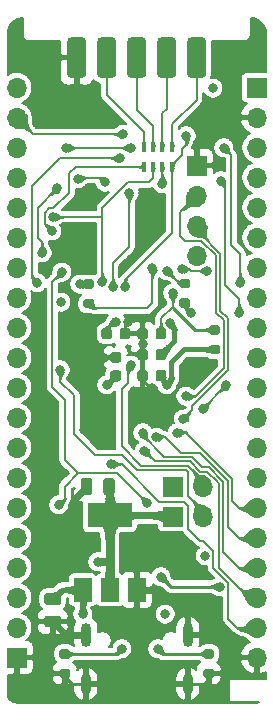
<source format=gbl>
%TF.GenerationSoftware,KiCad,Pcbnew,(5.1.12)-1*%
%TF.CreationDate,2021-12-13T23:08:49+08:00*%
%TF.ProjectId,PCB_EK-Link_Lite_Dev,5043425f-454b-42d4-9c69-6e6b5f4c6974,rev?*%
%TF.SameCoordinates,Original*%
%TF.FileFunction,Copper,L4,Bot*%
%TF.FilePolarity,Positive*%
%FSLAX46Y46*%
G04 Gerber Fmt 4.6, Leading zero omitted, Abs format (unit mm)*
G04 Created by KiCad (PCBNEW (5.1.12)-1) date 2021-12-13 23:08:49*
%MOMM*%
%LPD*%
G01*
G04 APERTURE LIST*
%TA.AperFunction,ComponentPad*%
%ADD10O,1.700000X1.700000*%
%TD*%
%TA.AperFunction,ComponentPad*%
%ADD11R,1.700000X1.700000*%
%TD*%
%TA.AperFunction,SMDPad,CuDef*%
%ADD12R,1.500000X2.000000*%
%TD*%
%TA.AperFunction,SMDPad,CuDef*%
%ADD13R,3.800000X2.000000*%
%TD*%
%TA.AperFunction,SMDPad,CuDef*%
%ADD14R,0.400000X0.900000*%
%TD*%
%TA.AperFunction,ComponentPad*%
%ADD15O,0.900000X1.700000*%
%TD*%
%TA.AperFunction,ComponentPad*%
%ADD16O,0.900000X2.000000*%
%TD*%
%TA.AperFunction,ViaPad*%
%ADD17C,0.800000*%
%TD*%
%TA.AperFunction,Conductor*%
%ADD18C,0.254000*%
%TD*%
%TA.AperFunction,Conductor*%
%ADD19C,0.609600*%
%TD*%
%TA.AperFunction,Conductor*%
%ADD20C,0.355600*%
%TD*%
%TA.AperFunction,Conductor*%
%ADD21C,0.457200*%
%TD*%
%TA.AperFunction,Conductor*%
%ADD22C,0.203200*%
%TD*%
%TA.AperFunction,Conductor*%
%ADD23C,0.762000*%
%TD*%
%TA.AperFunction,Conductor*%
%ADD24C,0.152400*%
%TD*%
%TA.AperFunction,Conductor*%
%ADD25C,0.250000*%
%TD*%
%TA.AperFunction,Conductor*%
%ADD26C,0.025400*%
%TD*%
%TA.AperFunction,Conductor*%
%ADD27C,0.100000*%
%TD*%
G04 APERTURE END LIST*
D10*
%TO.P,J4,20*%
%TO.N,GND*%
X86360000Y-101600000D03*
%TO.P,J4,19*%
%TO.N,/PA8*%
X86360000Y-99060000D03*
%TO.P,J4,18*%
%TO.N,/UART1_TX*%
X86360000Y-96520000D03*
%TO.P,J4,17*%
%TO.N,/UART1_RX*%
X86360000Y-93980000D03*
%TO.P,J4,16*%
%TO.N,/USB_D-*%
X86360000Y-91440000D03*
%TO.P,J4,15*%
%TO.N,/USB_D+*%
X86360000Y-88900000D03*
%TO.P,J4,14*%
%TO.N,/PA15*%
X86360000Y-86360000D03*
%TO.P,J4,13*%
%TO.N,/PB3*%
X86360000Y-83820000D03*
%TO.P,J4,12*%
%TO.N,/PB4*%
X86360000Y-81280000D03*
%TO.P,J4,11*%
%TO.N,/PB5*%
X86360000Y-78740000D03*
%TO.P,J4,10*%
%TO.N,/PB6*%
X86360000Y-76200000D03*
%TO.P,J4,9*%
%TO.N,/PB7*%
X86360000Y-73660000D03*
%TO.P,J4,8*%
%TO.N,/LINK_nRST*%
X86360000Y-71120000D03*
%TO.P,J4,7*%
%TO.N,/LINK_TDI*%
X86360000Y-68580000D03*
%TO.P,J4,6*%
%TO.N,/PC13*%
X86360000Y-66040000D03*
%TO.P,J4,5*%
%TO.N,/PC14*%
X86360000Y-63500000D03*
%TO.P,J4,4*%
%TO.N,/PC15*%
X86360000Y-60960000D03*
%TO.P,J4,3*%
%TO.N,+5V*%
X86360000Y-58420000D03*
%TO.P,J4,2*%
%TO.N,GND*%
X86360000Y-55880000D03*
D11*
%TO.P,J4,1*%
%TO.N,+3V3*%
X86360000Y-53340000D03*
%TD*%
D10*
%TO.P,J1,20*%
%TO.N,/VBAT*%
X66040000Y-53340000D03*
%TO.P,J1,19*%
%TO.N,/LINK_TRST*%
X66040000Y-55880000D03*
%TO.P,J1,18*%
%TO.N,/LINK_TCK*%
X66040000Y-58420000D03*
%TO.P,J1,17*%
%TO.N,/LINK_TXD*%
X66040000Y-60960000D03*
%TO.P,J1,16*%
%TO.N,/LINK_RXD*%
X66040000Y-63500000D03*
%TO.P,J1,15*%
%TO.N,/LINK_TDO*%
X66040000Y-66040000D03*
%TO.P,J1,14*%
%TO.N,/LINK_TMS*%
X66040000Y-68580000D03*
%TO.P,J1,13*%
%TO.N,/PA6*%
X66040000Y-71120000D03*
%TO.P,J1,12*%
%TO.N,/PA7*%
X66040000Y-73660000D03*
%TO.P,J1,11*%
%TO.N,/PB0*%
X66040000Y-76200000D03*
%TO.P,J1,10*%
%TO.N,/PB1*%
X66040000Y-78740000D03*
%TO.P,J1,9*%
%TO.N,/PB10*%
X66040000Y-81280000D03*
%TO.P,J1,8*%
%TO.N,/PB11*%
X66040000Y-83820000D03*
%TO.P,J1,7*%
%TO.N,/PB12*%
X66040000Y-86360000D03*
%TO.P,J1,6*%
%TO.N,/PB13*%
X66040000Y-88900000D03*
%TO.P,J1,5*%
%TO.N,/PB14*%
X66040000Y-91440000D03*
%TO.P,J1,4*%
%TO.N,/PB15*%
X66040000Y-93980000D03*
%TO.P,J1,3*%
%TO.N,/NRST*%
X66040000Y-96520000D03*
%TO.P,J1,2*%
%TO.N,+3V3*%
X66040000Y-99060000D03*
D11*
%TO.P,J1,1*%
%TO.N,GND*%
X66040000Y-101600000D03*
%TD*%
D12*
%TO.P,U1,1*%
%TO.N,GND*%
X76214000Y-95860000D03*
%TO.P,U1,3*%
%TO.N,+5V*%
X71614000Y-95860000D03*
%TO.P,U1,2*%
%TO.N,+3V3*%
X73914000Y-95860000D03*
D13*
X73914000Y-89560000D03*
%TD*%
D14*
%TO.P,RN2,5*%
%TO.N,/LINK_TRST*%
X79178000Y-60032000D03*
%TO.P,RN2,6*%
%TO.N,/LINK_TMS*%
X78378000Y-60032000D03*
%TO.P,RN2,7*%
%TO.N,/LINK_TXD*%
X77578000Y-60032000D03*
%TO.P,RN2,8*%
%TO.N,/LINK_RXD*%
X76778000Y-60032000D03*
%TO.P,RN2,4*%
%TO.N,Net-(J3-Pad10)*%
X79178000Y-58332000D03*
%TO.P,RN2,1*%
%TO.N,Net-(J3-Pad4)*%
X76778000Y-58332000D03*
%TO.P,RN2,3*%
%TO.N,Net-(J3-Pad8)*%
X78378000Y-58332000D03*
%TO.P,RN2,2*%
%TO.N,Net-(J3-Pad6)*%
X77578000Y-58332000D03*
%TD*%
%TO.P,R9,2*%
%TO.N,/VBAT*%
%TA.AperFunction,SMDPad,CuDef*%
G36*
G01*
X83079000Y-74251000D02*
X82529000Y-74251000D01*
G75*
G02*
X82329000Y-74051000I0J200000D01*
G01*
X82329000Y-73651000D01*
G75*
G02*
X82529000Y-73451000I200000J0D01*
G01*
X83079000Y-73451000D01*
G75*
G02*
X83279000Y-73651000I0J-200000D01*
G01*
X83279000Y-74051000D01*
G75*
G02*
X83079000Y-74251000I-200000J0D01*
G01*
G37*
%TD.AperFunction*%
%TO.P,R9,1*%
%TO.N,+3V3*%
%TA.AperFunction,SMDPad,CuDef*%
G36*
G01*
X83079000Y-75901000D02*
X82529000Y-75901000D01*
G75*
G02*
X82329000Y-75701000I0J200000D01*
G01*
X82329000Y-75301000D01*
G75*
G02*
X82529000Y-75101000I200000J0D01*
G01*
X83079000Y-75101000D01*
G75*
G02*
X83279000Y-75301000I0J-200000D01*
G01*
X83279000Y-75701000D01*
G75*
G02*
X83079000Y-75901000I-200000J0D01*
G01*
G37*
%TD.AperFunction*%
%TD*%
%TO.P,R8,2*%
%TO.N,Net-(D3-Pad1)*%
%TA.AperFunction,SMDPad,CuDef*%
G36*
G01*
X72411000Y-70377000D02*
X71861000Y-70377000D01*
G75*
G02*
X71661000Y-70177000I0J200000D01*
G01*
X71661000Y-69777000D01*
G75*
G02*
X71861000Y-69577000I200000J0D01*
G01*
X72411000Y-69577000D01*
G75*
G02*
X72611000Y-69777000I0J-200000D01*
G01*
X72611000Y-70177000D01*
G75*
G02*
X72411000Y-70377000I-200000J0D01*
G01*
G37*
%TD.AperFunction*%
%TO.P,R8,1*%
%TO.N,/PC15*%
%TA.AperFunction,SMDPad,CuDef*%
G36*
G01*
X72411000Y-72027000D02*
X71861000Y-72027000D01*
G75*
G02*
X71661000Y-71827000I0J200000D01*
G01*
X71661000Y-71427000D01*
G75*
G02*
X71861000Y-71227000I200000J0D01*
G01*
X72411000Y-71227000D01*
G75*
G02*
X72611000Y-71427000I0J-200000D01*
G01*
X72611000Y-71827000D01*
G75*
G02*
X72411000Y-72027000I-200000J0D01*
G01*
G37*
%TD.AperFunction*%
%TD*%
%TO.P,R7,2*%
%TO.N,Net-(D2-Pad1)*%
%TA.AperFunction,SMDPad,CuDef*%
G36*
G01*
X79989000Y-71164000D02*
X80539000Y-71164000D01*
G75*
G02*
X80739000Y-71364000I0J-200000D01*
G01*
X80739000Y-71764000D01*
G75*
G02*
X80539000Y-71964000I-200000J0D01*
G01*
X79989000Y-71964000D01*
G75*
G02*
X79789000Y-71764000I0J200000D01*
G01*
X79789000Y-71364000D01*
G75*
G02*
X79989000Y-71164000I200000J0D01*
G01*
G37*
%TD.AperFunction*%
%TO.P,R7,1*%
%TO.N,/PC14*%
%TA.AperFunction,SMDPad,CuDef*%
G36*
G01*
X79989000Y-69514000D02*
X80539000Y-69514000D01*
G75*
G02*
X80739000Y-69714000I0J-200000D01*
G01*
X80739000Y-70114000D01*
G75*
G02*
X80539000Y-70314000I-200000J0D01*
G01*
X79989000Y-70314000D01*
G75*
G02*
X79789000Y-70114000I0J200000D01*
G01*
X79789000Y-69714000D01*
G75*
G02*
X79989000Y-69514000I200000J0D01*
G01*
G37*
%TD.AperFunction*%
%TD*%
%TO.P,R2,2*%
%TO.N,GND*%
%TA.AperFunction,SMDPad,CuDef*%
G36*
G01*
X69829000Y-102533000D02*
X70379000Y-102533000D01*
G75*
G02*
X70579000Y-102733000I0J-200000D01*
G01*
X70579000Y-103133000D01*
G75*
G02*
X70379000Y-103333000I-200000J0D01*
G01*
X69829000Y-103333000D01*
G75*
G02*
X69629000Y-103133000I0J200000D01*
G01*
X69629000Y-102733000D01*
G75*
G02*
X69829000Y-102533000I200000J0D01*
G01*
G37*
%TD.AperFunction*%
%TO.P,R2,1*%
%TO.N,Net-(J2-PadA5)*%
%TA.AperFunction,SMDPad,CuDef*%
G36*
G01*
X69829000Y-100883000D02*
X70379000Y-100883000D01*
G75*
G02*
X70579000Y-101083000I0J-200000D01*
G01*
X70579000Y-101483000D01*
G75*
G02*
X70379000Y-101683000I-200000J0D01*
G01*
X69829000Y-101683000D01*
G75*
G02*
X69629000Y-101483000I0J200000D01*
G01*
X69629000Y-101083000D01*
G75*
G02*
X69829000Y-100883000I200000J0D01*
G01*
G37*
%TD.AperFunction*%
%TD*%
%TO.P,R1,2*%
%TO.N,GND*%
%TA.AperFunction,SMDPad,CuDef*%
G36*
G01*
X82021000Y-102533000D02*
X82571000Y-102533000D01*
G75*
G02*
X82771000Y-102733000I0J-200000D01*
G01*
X82771000Y-103133000D01*
G75*
G02*
X82571000Y-103333000I-200000J0D01*
G01*
X82021000Y-103333000D01*
G75*
G02*
X81821000Y-103133000I0J200000D01*
G01*
X81821000Y-102733000D01*
G75*
G02*
X82021000Y-102533000I200000J0D01*
G01*
G37*
%TD.AperFunction*%
%TO.P,R1,1*%
%TO.N,Net-(J2-PadB5)*%
%TA.AperFunction,SMDPad,CuDef*%
G36*
G01*
X82021000Y-100883000D02*
X82571000Y-100883000D01*
G75*
G02*
X82771000Y-101083000I0J-200000D01*
G01*
X82771000Y-101483000D01*
G75*
G02*
X82571000Y-101683000I-200000J0D01*
G01*
X82021000Y-101683000D01*
G75*
G02*
X81821000Y-101483000I0J200000D01*
G01*
X81821000Y-101083000D01*
G75*
G02*
X82021000Y-100883000I200000J0D01*
G01*
G37*
%TD.AperFunction*%
%TD*%
D10*
%TO.P,J7,2*%
%TO.N,/BOOT1*%
X81788000Y-89662000D03*
D11*
%TO.P,J7,1*%
%TO.N,+3V3*%
X79248000Y-89662000D03*
%TD*%
D10*
%TO.P,J6,4*%
%TO.N,+3V3*%
X81280000Y-67564000D03*
%TO.P,J6,3*%
%TO.N,/SWDIO*%
X81280000Y-65024000D03*
%TO.P,J6,2*%
%TO.N,/SWCLK*%
X81280000Y-62484000D03*
D11*
%TO.P,J6,1*%
%TO.N,GND*%
X81280000Y-59944000D03*
%TD*%
D10*
%TO.P,J5,2*%
%TO.N,/BOOT0*%
X81788000Y-87122000D03*
D11*
%TO.P,J5,1*%
%TO.N,+3V3*%
X79248000Y-87122000D03*
%TD*%
%TO.P,J3,2*%
%TO.N,GND*%
%TA.AperFunction,SMDPad,CuDef*%
G36*
G01*
X70300000Y-52140000D02*
X70300000Y-49460000D01*
G75*
G02*
X70710000Y-49050000I410000J0D01*
G01*
X71530000Y-49050000D01*
G75*
G02*
X71940000Y-49460000I0J-410000D01*
G01*
X71940000Y-52140000D01*
G75*
G02*
X71530000Y-52550000I-410000J0D01*
G01*
X70710000Y-52550000D01*
G75*
G02*
X70300000Y-52140000I0J410000D01*
G01*
G37*
%TD.AperFunction*%
%TO.P,J3,4*%
%TO.N,Net-(J3-Pad4)*%
%TA.AperFunction,SMDPad,CuDef*%
G36*
G01*
X72840000Y-52140000D02*
X72840000Y-49460000D01*
G75*
G02*
X73250000Y-49050000I410000J0D01*
G01*
X74070000Y-49050000D01*
G75*
G02*
X74480000Y-49460000I0J-410000D01*
G01*
X74480000Y-52140000D01*
G75*
G02*
X74070000Y-52550000I-410000J0D01*
G01*
X73250000Y-52550000D01*
G75*
G02*
X72840000Y-52140000I0J410000D01*
G01*
G37*
%TD.AperFunction*%
%TO.P,J3,6*%
%TO.N,Net-(J3-Pad6)*%
%TA.AperFunction,SMDPad,CuDef*%
G36*
G01*
X75380000Y-52140000D02*
X75380000Y-49460000D01*
G75*
G02*
X75790000Y-49050000I410000J0D01*
G01*
X76610000Y-49050000D01*
G75*
G02*
X77020000Y-49460000I0J-410000D01*
G01*
X77020000Y-52140000D01*
G75*
G02*
X76610000Y-52550000I-410000J0D01*
G01*
X75790000Y-52550000D01*
G75*
G02*
X75380000Y-52140000I0J410000D01*
G01*
G37*
%TD.AperFunction*%
%TO.P,J3,8*%
%TO.N,Net-(J3-Pad8)*%
%TA.AperFunction,SMDPad,CuDef*%
G36*
G01*
X77920000Y-52140000D02*
X77920000Y-49460000D01*
G75*
G02*
X78330000Y-49050000I410000J0D01*
G01*
X79150000Y-49050000D01*
G75*
G02*
X79560000Y-49460000I0J-410000D01*
G01*
X79560000Y-52140000D01*
G75*
G02*
X79150000Y-52550000I-410000J0D01*
G01*
X78330000Y-52550000D01*
G75*
G02*
X77920000Y-52140000I0J410000D01*
G01*
G37*
%TD.AperFunction*%
%TO.P,J3,10*%
%TO.N,Net-(J3-Pad10)*%
%TA.AperFunction,SMDPad,CuDef*%
G36*
G01*
X80460000Y-52140000D02*
X80460000Y-49460000D01*
G75*
G02*
X80870000Y-49050000I410000J0D01*
G01*
X81690000Y-49050000D01*
G75*
G02*
X82100000Y-49460000I0J-410000D01*
G01*
X82100000Y-52140000D01*
G75*
G02*
X81690000Y-52550000I-410000J0D01*
G01*
X80870000Y-52550000D01*
G75*
G02*
X80460000Y-52140000I0J410000D01*
G01*
G37*
%TD.AperFunction*%
%TD*%
D15*
%TO.P,J2,S1*%
%TO.N,GND*%
X80520000Y-103840000D03*
X71880000Y-103840000D03*
D16*
X80520000Y-99670000D03*
X71880000Y-99670000D03*
%TD*%
%TO.P,C12,2*%
%TO.N,GND*%
%TA.AperFunction,SMDPad,CuDef*%
G36*
G01*
X77145000Y-75696000D02*
X77145000Y-76196000D01*
G75*
G02*
X76920000Y-76421000I-225000J0D01*
G01*
X76470000Y-76421000D01*
G75*
G02*
X76245000Y-76196000I0J225000D01*
G01*
X76245000Y-75696000D01*
G75*
G02*
X76470000Y-75471000I225000J0D01*
G01*
X76920000Y-75471000D01*
G75*
G02*
X77145000Y-75696000I0J-225000D01*
G01*
G37*
%TD.AperFunction*%
%TO.P,C12,1*%
%TO.N,+3V3*%
%TA.AperFunction,SMDPad,CuDef*%
G36*
G01*
X78695000Y-75696000D02*
X78695000Y-76196000D01*
G75*
G02*
X78470000Y-76421000I-225000J0D01*
G01*
X78020000Y-76421000D01*
G75*
G02*
X77795000Y-76196000I0J225000D01*
G01*
X77795000Y-75696000D01*
G75*
G02*
X78020000Y-75471000I225000J0D01*
G01*
X78470000Y-75471000D01*
G75*
G02*
X78695000Y-75696000I0J-225000D01*
G01*
G37*
%TD.AperFunction*%
%TD*%
%TO.P,C11,2*%
%TO.N,GND*%
%TA.AperFunction,SMDPad,CuDef*%
G36*
G01*
X77145000Y-77474000D02*
X77145000Y-77974000D01*
G75*
G02*
X76920000Y-78199000I-225000J0D01*
G01*
X76470000Y-78199000D01*
G75*
G02*
X76245000Y-77974000I0J225000D01*
G01*
X76245000Y-77474000D01*
G75*
G02*
X76470000Y-77249000I225000J0D01*
G01*
X76920000Y-77249000D01*
G75*
G02*
X77145000Y-77474000I0J-225000D01*
G01*
G37*
%TD.AperFunction*%
%TO.P,C11,1*%
%TO.N,+3V3*%
%TA.AperFunction,SMDPad,CuDef*%
G36*
G01*
X78695000Y-77474000D02*
X78695000Y-77974000D01*
G75*
G02*
X78470000Y-78199000I-225000J0D01*
G01*
X78020000Y-78199000D01*
G75*
G02*
X77795000Y-77974000I0J225000D01*
G01*
X77795000Y-77474000D01*
G75*
G02*
X78020000Y-77249000I225000J0D01*
G01*
X78470000Y-77249000D01*
G75*
G02*
X78695000Y-77474000I0J-225000D01*
G01*
G37*
%TD.AperFunction*%
%TD*%
%TO.P,C10,2*%
%TO.N,GND*%
%TA.AperFunction,SMDPad,CuDef*%
G36*
G01*
X74747000Y-74418000D02*
X74747000Y-73918000D01*
G75*
G02*
X74972000Y-73693000I225000J0D01*
G01*
X75422000Y-73693000D01*
G75*
G02*
X75647000Y-73918000I0J-225000D01*
G01*
X75647000Y-74418000D01*
G75*
G02*
X75422000Y-74643000I-225000J0D01*
G01*
X74972000Y-74643000D01*
G75*
G02*
X74747000Y-74418000I0J225000D01*
G01*
G37*
%TD.AperFunction*%
%TO.P,C10,1*%
%TO.N,+3V3*%
%TA.AperFunction,SMDPad,CuDef*%
G36*
G01*
X73197000Y-74418000D02*
X73197000Y-73918000D01*
G75*
G02*
X73422000Y-73693000I225000J0D01*
G01*
X73872000Y-73693000D01*
G75*
G02*
X74097000Y-73918000I0J-225000D01*
G01*
X74097000Y-74418000D01*
G75*
G02*
X73872000Y-74643000I-225000J0D01*
G01*
X73422000Y-74643000D01*
G75*
G02*
X73197000Y-74418000I0J225000D01*
G01*
G37*
%TD.AperFunction*%
%TD*%
%TO.P,C9,2*%
%TO.N,GND*%
%TA.AperFunction,SMDPad,CuDef*%
G36*
G01*
X74672000Y-76637000D02*
X74172000Y-76637000D01*
G75*
G02*
X73947000Y-76412000I0J225000D01*
G01*
X73947000Y-75962000D01*
G75*
G02*
X74172000Y-75737000I225000J0D01*
G01*
X74672000Y-75737000D01*
G75*
G02*
X74897000Y-75962000I0J-225000D01*
G01*
X74897000Y-76412000D01*
G75*
G02*
X74672000Y-76637000I-225000J0D01*
G01*
G37*
%TD.AperFunction*%
%TO.P,C9,1*%
%TO.N,+3V3*%
%TA.AperFunction,SMDPad,CuDef*%
G36*
G01*
X74672000Y-78187000D02*
X74172000Y-78187000D01*
G75*
G02*
X73947000Y-77962000I0J225000D01*
G01*
X73947000Y-77512000D01*
G75*
G02*
X74172000Y-77287000I225000J0D01*
G01*
X74672000Y-77287000D01*
G75*
G02*
X74897000Y-77512000I0J-225000D01*
G01*
X74897000Y-77962000D01*
G75*
G02*
X74672000Y-78187000I-225000J0D01*
G01*
G37*
%TD.AperFunction*%
%TD*%
%TO.P,C8,2*%
%TO.N,GND*%
%TA.AperFunction,SMDPad,CuDef*%
G36*
G01*
X77145000Y-73918000D02*
X77145000Y-74418000D01*
G75*
G02*
X76920000Y-74643000I-225000J0D01*
G01*
X76470000Y-74643000D01*
G75*
G02*
X76245000Y-74418000I0J225000D01*
G01*
X76245000Y-73918000D01*
G75*
G02*
X76470000Y-73693000I225000J0D01*
G01*
X76920000Y-73693000D01*
G75*
G02*
X77145000Y-73918000I0J-225000D01*
G01*
G37*
%TD.AperFunction*%
%TO.P,C8,1*%
%TO.N,/VBAT*%
%TA.AperFunction,SMDPad,CuDef*%
G36*
G01*
X78695000Y-73918000D02*
X78695000Y-74418000D01*
G75*
G02*
X78470000Y-74643000I-225000J0D01*
G01*
X78020000Y-74643000D01*
G75*
G02*
X77795000Y-74418000I0J225000D01*
G01*
X77795000Y-73918000D01*
G75*
G02*
X78020000Y-73693000I225000J0D01*
G01*
X78470000Y-73693000D01*
G75*
G02*
X78695000Y-73918000I0J-225000D01*
G01*
G37*
%TD.AperFunction*%
%TD*%
%TO.P,C2,2*%
%TO.N,GND*%
%TA.AperFunction,SMDPad,CuDef*%
G36*
G01*
X72448000Y-86647000D02*
X72448000Y-87597000D01*
G75*
G02*
X72198000Y-87847000I-250000J0D01*
G01*
X71698000Y-87847000D01*
G75*
G02*
X71448000Y-87597000I0J250000D01*
G01*
X71448000Y-86647000D01*
G75*
G02*
X71698000Y-86397000I250000J0D01*
G01*
X72198000Y-86397000D01*
G75*
G02*
X72448000Y-86647000I0J-250000D01*
G01*
G37*
%TD.AperFunction*%
%TO.P,C2,1*%
%TO.N,+3V3*%
%TA.AperFunction,SMDPad,CuDef*%
G36*
G01*
X74348000Y-86647000D02*
X74348000Y-87597000D01*
G75*
G02*
X74098000Y-87847000I-250000J0D01*
G01*
X73598000Y-87847000D01*
G75*
G02*
X73348000Y-87597000I0J250000D01*
G01*
X73348000Y-86647000D01*
G75*
G02*
X73598000Y-86397000I250000J0D01*
G01*
X74098000Y-86397000D01*
G75*
G02*
X74348000Y-86647000I0J-250000D01*
G01*
G37*
%TD.AperFunction*%
%TD*%
%TO.P,C1,2*%
%TO.N,GND*%
%TA.AperFunction,SMDPad,CuDef*%
G36*
G01*
X68613000Y-98047000D02*
X69563000Y-98047000D01*
G75*
G02*
X69813000Y-98297000I0J-250000D01*
G01*
X69813000Y-98797000D01*
G75*
G02*
X69563000Y-99047000I-250000J0D01*
G01*
X68613000Y-99047000D01*
G75*
G02*
X68363000Y-98797000I0J250000D01*
G01*
X68363000Y-98297000D01*
G75*
G02*
X68613000Y-98047000I250000J0D01*
G01*
G37*
%TD.AperFunction*%
%TO.P,C1,1*%
%TO.N,+5V*%
%TA.AperFunction,SMDPad,CuDef*%
G36*
G01*
X68613000Y-96147000D02*
X69563000Y-96147000D01*
G75*
G02*
X69813000Y-96397000I0J-250000D01*
G01*
X69813000Y-96897000D01*
G75*
G02*
X69563000Y-97147000I-250000J0D01*
G01*
X68613000Y-97147000D01*
G75*
G02*
X68363000Y-96897000I0J250000D01*
G01*
X68363000Y-96397000D01*
G75*
G02*
X68613000Y-96147000I250000J0D01*
G01*
G37*
%TD.AperFunction*%
%TD*%
D17*
%TO.N,GND*%
X74930000Y-103251000D03*
X76200000Y-103251000D03*
X77470000Y-103251000D03*
X74930000Y-104521000D03*
X76200000Y-104521000D03*
X77470000Y-104521000D03*
X73406000Y-76200000D03*
X75438000Y-73152000D03*
X77470000Y-78740000D03*
X76708000Y-75057000D03*
X71755000Y-82296000D03*
X68798097Y-84133690D03*
X68451000Y-101602000D03*
X75679000Y-67831000D03*
X69850000Y-67056000D03*
X77597000Y-95885000D03*
X76708000Y-62230000D03*
X72390000Y-61849000D03*
X69977000Y-54102000D03*
X70993000Y-91186000D03*
%TO.N,+5V*%
X71628000Y-97917000D03*
X78613000Y-97917000D03*
%TO.N,+3V3*%
X72898000Y-93472000D03*
X73914000Y-88138000D03*
X73660000Y-78486000D03*
X74422000Y-73152000D03*
X78740000Y-78486000D03*
X78994000Y-73279000D03*
X82007379Y-92978802D03*
X69789600Y-71501000D03*
X82634801Y-53382199D03*
%TO.N,/PC14*%
X78740000Y-68834000D03*
%TO.N,/PC15*%
X77533500Y-68643500D03*
%TO.N,/NRST*%
X83224000Y-95592000D03*
X78232000Y-94742000D03*
X69596000Y-88646000D03*
X77089000Y-88519000D03*
X69850000Y-68961000D03*
%TO.N,/VBAT*%
X79248000Y-70739000D03*
%TO.N,Net-(D2-Pad1)*%
X80772000Y-72390000D03*
%TO.N,Net-(D3-Pad1)*%
X71374000Y-69977000D03*
%TO.N,/LINK_TRST*%
X75184000Y-70231000D03*
X80391000Y-57404000D03*
X75057000Y-57277000D03*
%TO.N,/LINK_TCK*%
X74168000Y-70231000D03*
X75565000Y-62230000D03*
X73533000Y-61341000D03*
X71186600Y-61079249D03*
%TO.N,/LINK_TXD*%
X73273571Y-69783786D03*
X69143438Y-64274414D03*
%TO.N,/LINK_RXD*%
X69024500Y-65468500D03*
%TO.N,/LINK_TDO*%
X68199000Y-67310000D03*
X69469000Y-61849000D03*
%TO.N,/LINK_TMS*%
X67754500Y-69850000D03*
X74803000Y-59309000D03*
X78359000Y-61468000D03*
%TO.N,Net-(J2-PadB5)*%
X77978000Y-100838000D03*
%TO.N,Net-(J2-PadA5)*%
X74930000Y-100838000D03*
%TO.N,/PA8*%
X74041000Y-85217000D03*
%TO.N,/UART1_TX*%
X76835000Y-84074000D03*
%TO.N,/UART1_RX*%
X76708000Y-82550000D03*
%TO.N,/USB_D-*%
X77851000Y-82931000D03*
%TO.N,/USB_D+*%
X79629000Y-82550000D03*
%TO.N,/PB5*%
X81788000Y-80518000D03*
X83785337Y-78520663D03*
%TO.N,/LINK_nRST*%
X84836000Y-72390000D03*
X83312000Y-61214000D03*
%TO.N,/LINK_TDI*%
X84963000Y-69850000D03*
X83566000Y-58420000D03*
X75692000Y-58420000D03*
X70231000Y-58420000D03*
%TO.N,/PC13*%
X80010000Y-68707000D03*
X82169000Y-68834000D03*
%TO.N,/BOOT0*%
X75692000Y-76835000D03*
%TO.N,/SWDIO*%
X80137000Y-81407000D03*
%TO.N,/SWCLK*%
X80362500Y-79473500D03*
%TO.N,/BOOT1*%
X69723000Y-77216000D03*
%TD*%
D18*
%TO.N,GND*%
X70104000Y-102933000D02*
X70104000Y-103251000D01*
X70693000Y-103840000D02*
X71880000Y-103840000D01*
X70104000Y-103251000D02*
X70693000Y-103840000D01*
X82296000Y-102933000D02*
X82296000Y-103378000D01*
X81834000Y-103840000D02*
X80520000Y-103840000D01*
X82296000Y-103378000D02*
X81834000Y-103840000D01*
D19*
X70866000Y-88204000D02*
X71948000Y-87122000D01*
X70866000Y-90170000D02*
X70866000Y-88204000D01*
D20*
X76695000Y-74168000D02*
X76695000Y-75044000D01*
D21*
X80520000Y-98958800D02*
X80520000Y-99670000D01*
D22*
X74409000Y-76200000D02*
X74422000Y-76187000D01*
X73406000Y-76200000D02*
X74409000Y-76200000D01*
D18*
X77470000Y-78740000D02*
X77343000Y-78740000D01*
X76695000Y-78092000D02*
X76695000Y-77724000D01*
X77343000Y-78740000D02*
X76695000Y-78092000D01*
X76708000Y-75933000D02*
X76695000Y-75946000D01*
X76708000Y-75057000D02*
X76708000Y-75933000D01*
X75197000Y-73393000D02*
X75438000Y-73152000D01*
X75197000Y-74168000D02*
X75197000Y-73393000D01*
D21*
X77421200Y-95860000D02*
X77421200Y-95860000D01*
D19*
X76239000Y-95885000D02*
X76214000Y-95860000D01*
X77597000Y-95885000D02*
X76239000Y-95885000D01*
D20*
X71120000Y-50800000D02*
X71120000Y-52959000D01*
X71120000Y-52959000D02*
X69977000Y-54102000D01*
D19*
X70866000Y-91059000D02*
X70993000Y-91186000D01*
X70866000Y-90170000D02*
X70866000Y-91059000D01*
X70211000Y-99670000D02*
X69088000Y-98547000D01*
X71880000Y-99670000D02*
X70211000Y-99670000D01*
D21*
%TO.N,+5V*%
X71628000Y-95874000D02*
X71614000Y-95860000D01*
X71628000Y-97917000D02*
X71628000Y-95874000D01*
X71589000Y-95885000D02*
X71614000Y-95860000D01*
X69875000Y-95860000D02*
X69088000Y-96647000D01*
X71614000Y-95860000D02*
X69875000Y-95860000D01*
D19*
%TO.N,+3V3*%
X73914000Y-93472000D02*
X72898000Y-93472000D01*
D23*
X73914000Y-95860000D02*
X73914000Y-93472000D01*
D20*
X73914000Y-87188000D02*
X73848000Y-87122000D01*
X73914000Y-89560000D02*
X73914000Y-88138000D01*
X73914000Y-88138000D02*
X73914000Y-87188000D01*
D19*
X73914000Y-89560000D02*
X79146000Y-89560000D01*
D22*
X74422000Y-73152000D02*
X74168000Y-73152000D01*
X73647000Y-73673000D02*
X73647000Y-74168000D01*
X74168000Y-73152000D02*
X73647000Y-73673000D01*
D23*
X73914000Y-93091000D02*
X73914000Y-89560000D01*
X73914000Y-93472000D02*
X73914000Y-93091000D01*
D21*
X82804000Y-75501000D02*
X80201000Y-75501000D01*
X80201000Y-75501000D02*
X79121000Y-76581000D01*
X79121000Y-78105000D02*
X78740000Y-78486000D01*
X79121000Y-76581000D02*
X79121000Y-78105000D01*
X79393999Y-73678999D02*
X78994000Y-73279000D01*
X79393999Y-74797001D02*
X79393999Y-73678999D01*
D22*
X78740000Y-78486000D02*
X78613000Y-78486000D01*
X78245000Y-78118000D02*
X78245000Y-77724000D01*
X78613000Y-78486000D02*
X78245000Y-78118000D01*
X73673000Y-78486000D02*
X74422000Y-77737000D01*
X73660000Y-78486000D02*
X73673000Y-78486000D01*
D21*
X79393999Y-74797001D02*
X78245000Y-75946000D01*
D24*
%TO.N,/PC14*%
X80264000Y-69914000D02*
X79947000Y-69914000D01*
X80115201Y-70062799D02*
X80264000Y-69914000D01*
D22*
X79820000Y-69914000D02*
X80264000Y-69914000D01*
X78740000Y-68834000D02*
X79820000Y-69914000D01*
D24*
%TO.N,/PC15*%
X72518000Y-72009000D02*
X72136000Y-71627000D01*
X77089000Y-72009000D02*
X72518000Y-72009000D01*
X77533500Y-71564500D02*
X77089000Y-72009000D01*
X77533500Y-68643500D02*
X77533500Y-71564500D01*
D18*
%TO.N,/NRST*%
X83224000Y-95592000D02*
X79082000Y-95592000D01*
X79082000Y-95592000D02*
X78232000Y-94742000D01*
D22*
X70104000Y-88138000D02*
X69596000Y-88646000D01*
X70104000Y-87122000D02*
X70104000Y-88138000D01*
X71247000Y-85979000D02*
X70104000Y-87122000D01*
D24*
X69046799Y-69764201D02*
X69046799Y-78698799D01*
X69850000Y-68961000D02*
X69046799Y-69764201D01*
X69046799Y-78698799D02*
X70104000Y-79756000D01*
X70104000Y-84836000D02*
X71247000Y-85979000D01*
X70104000Y-79756000D02*
X70104000Y-84836000D01*
D22*
X74549000Y-85979000D02*
X77089000Y-88519000D01*
X71247000Y-85979000D02*
X74549000Y-85979000D01*
%TO.N,/VBAT*%
X79248000Y-70739000D02*
X79248000Y-71882000D01*
X78245000Y-72885000D02*
X78245000Y-74168000D01*
X79248000Y-71882000D02*
X78245000Y-72885000D01*
D18*
X79248000Y-71958306D02*
X79248000Y-71882000D01*
X81140694Y-73851000D02*
X79248000Y-71958306D01*
X82804000Y-73851000D02*
X81140694Y-73851000D01*
D22*
%TO.N,Net-(D2-Pad1)*%
X80264000Y-71882000D02*
X80772000Y-72390000D01*
X80264000Y-71564000D02*
X80264000Y-71882000D01*
D18*
%TO.N,Net-(D3-Pad1)*%
X72136000Y-69977000D02*
X71374000Y-69977000D01*
D24*
%TO.N,/LINK_TRST*%
X79178000Y-65671315D02*
X79178000Y-60032000D01*
X75184000Y-69665315D02*
X79178000Y-65671315D01*
X75184000Y-70231000D02*
X75184000Y-69665315D01*
X79178000Y-60032000D02*
X79178000Y-59887000D01*
X79178000Y-59887000D02*
X80010000Y-59055000D01*
X66040000Y-55880000D02*
X67437000Y-57277000D01*
X67437000Y-57277000D02*
X75057000Y-57277000D01*
X80010000Y-59055000D02*
X80010000Y-58547000D01*
X80010000Y-58547000D02*
X80391000Y-58166000D01*
X80391000Y-58166000D02*
X80391000Y-57404000D01*
%TO.N,/LINK_TCK*%
X75565000Y-66802000D02*
X75565000Y-62230000D01*
X74168000Y-68199000D02*
X75565000Y-66802000D01*
X74168000Y-70231000D02*
X74168000Y-68199000D01*
X73533000Y-61341000D02*
X73152000Y-60960000D01*
X71305849Y-60960000D02*
X71186600Y-61079249D01*
X73152000Y-60960000D02*
X71305849Y-60960000D01*
%TO.N,/LINK_TXD*%
X69227414Y-64274414D02*
X69143438Y-64274414D01*
X77578000Y-60032000D02*
X77578000Y-60979000D01*
X77578000Y-60979000D02*
X77216000Y-61341000D01*
X75453222Y-61341000D02*
X73273571Y-63520651D01*
X77216000Y-61341000D02*
X75453222Y-61341000D01*
X73255728Y-64274414D02*
X73273571Y-64256571D01*
X69143438Y-64274414D02*
X73255728Y-64274414D01*
X73273571Y-64256571D02*
X73273571Y-69783786D01*
X73273571Y-63520651D02*
X73273571Y-64256571D01*
D22*
%TO.N,/LINK_RXD*%
X71032000Y-60032000D02*
X71540000Y-60032000D01*
X70485000Y-60579000D02*
X71032000Y-60032000D01*
X70485000Y-62230000D02*
X70485000Y-60579000D01*
X69142187Y-63572813D02*
X70485000Y-62230000D01*
X68806669Y-63572813D02*
X69142187Y-63572813D01*
X68441837Y-63937645D02*
X68806669Y-63572813D01*
X68441837Y-64885837D02*
X68441837Y-63937645D01*
X71540000Y-60032000D02*
X76778000Y-60032000D01*
X69024500Y-65468500D02*
X68441837Y-64885837D01*
D24*
%TO.N,/LINK_TDO*%
X68199000Y-66421000D02*
X68199000Y-67310000D01*
X67818000Y-66040000D02*
X68199000Y-66421000D01*
X67818000Y-63500000D02*
X67818000Y-66040000D01*
X69469000Y-61849000D02*
X67818000Y-63500000D01*
D22*
%TO.N,/LINK_TMS*%
X71093696Y-59309000D02*
X74803000Y-59309000D01*
X69723000Y-59309000D02*
X71093696Y-59309000D01*
X67354501Y-61677499D02*
X69723000Y-59309000D01*
X78359000Y-60051000D02*
X78378000Y-60032000D01*
X78359000Y-61468000D02*
X78359000Y-60051000D01*
X67354501Y-69450001D02*
X67354501Y-69132501D01*
X67754500Y-69850000D02*
X67354501Y-69450001D01*
X67354501Y-69132501D02*
X67354501Y-61677499D01*
D25*
%TO.N,Net-(J2-PadB5)*%
X78423000Y-101283000D02*
X77978000Y-100838000D01*
X82296000Y-101283000D02*
X78423000Y-101283000D01*
%TO.N,Net-(J2-PadA5)*%
X74485000Y-101283000D02*
X74930000Y-100838000D01*
X70104000Y-101283000D02*
X74485000Y-101283000D01*
D24*
%TO.N,Net-(J3-Pad4)*%
X73660000Y-50800000D02*
X73660000Y-53975000D01*
X76778000Y-57093000D02*
X76778000Y-58332000D01*
X73660000Y-53975000D02*
X76778000Y-57093000D01*
%TO.N,Net-(J3-Pad6)*%
X77578000Y-58332000D02*
X77578000Y-56623000D01*
X76200000Y-55245000D02*
X76200000Y-50800000D01*
X77578000Y-56623000D02*
X76200000Y-55245000D01*
%TO.N,Net-(J3-Pad8)*%
X78378000Y-58332000D02*
X78378000Y-55480000D01*
X78740000Y-55118000D02*
X78740000Y-50800000D01*
X78378000Y-55480000D02*
X78740000Y-55118000D01*
%TO.N,Net-(J3-Pad10)*%
X79178000Y-58332000D02*
X79178000Y-56458000D01*
X81280000Y-54356000D02*
X81280000Y-50800000D01*
X79178000Y-56458000D02*
X81280000Y-54356000D01*
%TO.N,/PA8*%
X84709000Y-99060000D02*
X86360000Y-99060000D01*
X83947000Y-95314222D02*
X83947000Y-98298000D01*
X82683580Y-94050802D02*
X83947000Y-95314222D01*
X82683580Y-92589580D02*
X82683580Y-94050802D01*
X83947000Y-98298000D02*
X84709000Y-99060000D01*
X81788000Y-91694000D02*
X82683580Y-92589580D01*
X80518000Y-88734838D02*
X80518000Y-90678000D01*
X80518000Y-90678000D02*
X81534000Y-91694000D01*
X80175162Y-88392000D02*
X80518000Y-88734838D01*
X81534000Y-91694000D02*
X81788000Y-91694000D01*
X78105000Y-88392000D02*
X80175162Y-88392000D01*
X74930000Y-85217000D02*
X78105000Y-88392000D01*
X74041000Y-85217000D02*
X74930000Y-85217000D01*
%TO.N,/UART1_TX*%
X77730380Y-84969380D02*
X76835000Y-84074000D01*
X80703990Y-84969382D02*
X77730380Y-84969380D01*
X82184778Y-85852000D02*
X81586608Y-85852000D01*
X83058000Y-86725222D02*
X82184778Y-85852000D01*
X83058000Y-86741000D02*
X83058000Y-86725222D01*
X81586608Y-85852000D02*
X80703990Y-84969382D01*
X83185000Y-86868000D02*
X83058000Y-86741000D01*
X85725000Y-96520000D02*
X83185000Y-93980000D01*
X83185000Y-93980000D02*
X83185000Y-86868000D01*
X86360000Y-96520000D02*
X85725000Y-96520000D01*
%TO.N,/UART1_RX*%
X84836000Y-93980000D02*
X86360000Y-93980000D01*
X83537410Y-92681410D02*
X84836000Y-93980000D01*
X83537410Y-86706249D02*
X83537410Y-92681410D01*
X82330751Y-85499590D02*
X83537410Y-86706249D01*
X76708000Y-82788778D02*
X76708000Y-82550000D01*
X78536191Y-84616969D02*
X76708000Y-82788778D01*
X80849963Y-84616972D02*
X78536191Y-84616969D01*
X81703991Y-85471000D02*
X80849963Y-84616972D01*
X82296000Y-85471000D02*
X81703991Y-85471000D01*
%TO.N,/USB_D-*%
X86360000Y-91440000D02*
X84836000Y-91440000D01*
X84836000Y-91440000D02*
X83947000Y-90551000D01*
X83947000Y-90551000D02*
X83947000Y-86614000D01*
X83947000Y-86614000D02*
X81597559Y-84264559D01*
X81597559Y-84264559D02*
X79946559Y-84264559D01*
X78613000Y-82931000D02*
X77851000Y-82931000D01*
X79946559Y-84264559D02*
X78613000Y-82931000D01*
%TO.N,/USB_D+*%
X84836000Y-88900000D02*
X86360000Y-88900000D01*
X84299410Y-86468027D02*
X84299410Y-88363410D01*
X84299410Y-88363410D02*
X84836000Y-88900000D01*
X81743532Y-83912149D02*
X84299410Y-86468027D01*
X81743532Y-83912149D02*
X81743532Y-83902532D01*
X80391000Y-82550000D02*
X79629000Y-82550000D01*
X81743532Y-83902532D02*
X80391000Y-82550000D01*
%TO.N,/PB5*%
X81788000Y-80518000D02*
X83693000Y-78613000D01*
X83693000Y-78613000D02*
X83785337Y-78520663D01*
%TO.N,/LINK_nRST*%
X84836000Y-71247000D02*
X84836000Y-72390000D01*
X83635820Y-70046820D02*
X84836000Y-71247000D01*
X83635820Y-61537820D02*
X83635820Y-70046820D01*
X83312000Y-61214000D02*
X83635820Y-61537820D01*
%TO.N,/LINK_TDI*%
X75692000Y-58420000D02*
X70231000Y-58420000D01*
X84963000Y-67437000D02*
X84963000Y-69850000D01*
X84201000Y-66675000D02*
X84963000Y-67437000D01*
X84201000Y-59055000D02*
X84201000Y-66675000D01*
X83566000Y-58420000D02*
X84201000Y-59055000D01*
%TO.N,/PC13*%
X80010000Y-68707000D02*
X80645000Y-68707000D01*
X80772000Y-68834000D02*
X82169000Y-68834000D01*
X80645000Y-68707000D02*
X80772000Y-68834000D01*
D22*
%TO.N,/BOOT0*%
X81788000Y-86587696D02*
X81788000Y-87122000D01*
X80547495Y-85347191D02*
X81788000Y-86587696D01*
X74930000Y-83693000D02*
X76584190Y-85347190D01*
X76584190Y-85347190D02*
X80547495Y-85347191D01*
X75438000Y-78359000D02*
X74930000Y-78867000D01*
X75692000Y-76835000D02*
X75438000Y-77089000D01*
X75438000Y-77089000D02*
X75438000Y-78359000D01*
X74930000Y-78867000D02*
X74930000Y-83693000D01*
D24*
%TO.N,/SWDIO*%
X81280000Y-65398839D02*
X81280000Y-65024000D01*
X83283410Y-67402249D02*
X81280000Y-65398839D01*
X83283410Y-72244027D02*
X83283410Y-67402249D01*
X83907620Y-72868237D02*
X83283410Y-72244027D01*
X83907620Y-77245763D02*
X83907620Y-72868237D01*
X80899000Y-80254382D02*
X83907620Y-77245763D01*
X80899000Y-80645000D02*
X80899000Y-80254382D01*
X80137000Y-81407000D02*
X80899000Y-80645000D01*
%TO.N,/SWCLK*%
X79883000Y-63881000D02*
X81280000Y-62484000D01*
X79883000Y-65913000D02*
X79883000Y-63881000D01*
X80264000Y-66294000D02*
X79883000Y-65913000D01*
X81676778Y-66294000D02*
X80264000Y-66294000D01*
X82931000Y-67548222D02*
X81676778Y-66294000D01*
X82931000Y-72390000D02*
X82931000Y-67548222D01*
X83555210Y-73014210D02*
X82931000Y-72390000D01*
X83555210Y-77099790D02*
X83555210Y-73014210D01*
X81181500Y-79473500D02*
X83555210Y-77099790D01*
X80362500Y-79473500D02*
X81181500Y-79473500D01*
D22*
%TO.N,/BOOT1*%
X69723000Y-77216000D02*
X69723000Y-78232000D01*
X69723000Y-78232000D02*
X70866000Y-79375000D01*
X70866000Y-79375000D02*
X70866000Y-82677000D01*
X70866000Y-82677000D02*
X72644000Y-84455000D01*
D24*
X80518000Y-87884000D02*
X81788000Y-89154000D01*
X80518000Y-85852000D02*
X80518000Y-87884000D01*
X80391000Y-85725000D02*
X80518000Y-85852000D01*
X76200000Y-85725000D02*
X80391000Y-85725000D01*
X81788000Y-89154000D02*
X81788000Y-89662000D01*
X74930000Y-84455000D02*
X76200000Y-85725000D01*
X72644000Y-84455000D02*
X74930000Y-84455000D01*
%TD*%
D26*
%TO.N,+5V*%
X71844740Y-97214981D02*
X71844747Y-97215315D01*
X71847476Y-97291499D01*
X71847503Y-97291981D01*
X71852438Y-97358678D01*
X71852502Y-97359323D01*
X71859959Y-97418718D01*
X71860083Y-97419503D01*
X71870380Y-97473783D01*
X71870572Y-97474634D01*
X71884024Y-97525987D01*
X71884265Y-97526796D01*
X71901189Y-97577409D01*
X71901433Y-97578077D01*
X71922145Y-97630136D01*
X71922345Y-97630610D01*
X71947162Y-97686301D01*
X71947292Y-97686584D01*
X71972762Y-97740169D01*
X71628000Y-98098678D01*
X71283238Y-97740169D01*
X71308707Y-97686584D01*
X71308837Y-97686301D01*
X71333654Y-97630610D01*
X71333854Y-97630136D01*
X71354566Y-97578077D01*
X71354810Y-97577409D01*
X71371734Y-97526796D01*
X71371975Y-97525987D01*
X71385427Y-97474634D01*
X71385619Y-97473783D01*
X71395916Y-97419503D01*
X71396040Y-97418718D01*
X71403497Y-97359323D01*
X71403561Y-97358678D01*
X71408496Y-97291981D01*
X71408523Y-97291499D01*
X71411252Y-97215315D01*
X71411259Y-97214981D01*
X71411979Y-97139700D01*
X71844021Y-97139700D01*
X71844740Y-97214981D01*
%TA.AperFunction,Conductor*%
D27*
G36*
X71844740Y-97214981D02*
G01*
X71844747Y-97215315D01*
X71847476Y-97291499D01*
X71847503Y-97291981D01*
X71852438Y-97358678D01*
X71852502Y-97359323D01*
X71859959Y-97418718D01*
X71860083Y-97419503D01*
X71870380Y-97473783D01*
X71870572Y-97474634D01*
X71884024Y-97525987D01*
X71884265Y-97526796D01*
X71901189Y-97577409D01*
X71901433Y-97578077D01*
X71922145Y-97630136D01*
X71922345Y-97630610D01*
X71947162Y-97686301D01*
X71947292Y-97686584D01*
X71972762Y-97740169D01*
X71628000Y-98098678D01*
X71283238Y-97740169D01*
X71308707Y-97686584D01*
X71308837Y-97686301D01*
X71333654Y-97630610D01*
X71333854Y-97630136D01*
X71354566Y-97578077D01*
X71354810Y-97577409D01*
X71371734Y-97526796D01*
X71371975Y-97525987D01*
X71385427Y-97474634D01*
X71385619Y-97473783D01*
X71395916Y-97419503D01*
X71396040Y-97418718D01*
X71403497Y-97359323D01*
X71403561Y-97358678D01*
X71408496Y-97291981D01*
X71408523Y-97291499D01*
X71411252Y-97215315D01*
X71411259Y-97214981D01*
X71411979Y-97139700D01*
X71844021Y-97139700D01*
X71844740Y-97214981D01*
G37*
%TD.AperFunction*%
%TD*%
D26*
%TO.N,+5V*%
X72279521Y-96176846D02*
X72216180Y-96304316D01*
X72151047Y-96420018D01*
X72089105Y-96522198D01*
X72031537Y-96616799D01*
X72031301Y-96617202D01*
X71979390Y-96710033D01*
X71978957Y-96710882D01*
X71933871Y-96807948D01*
X71933386Y-96809148D01*
X71896289Y-96916452D01*
X71895905Y-96917801D01*
X71867964Y-97041350D01*
X71867743Y-97042627D01*
X71850124Y-97188425D01*
X71850040Y-97189502D01*
X71844340Y-97351300D01*
X71411651Y-97351300D01*
X71405912Y-97191937D01*
X71405824Y-97190832D01*
X71388012Y-97047119D01*
X71387777Y-97045799D01*
X71359425Y-96924116D01*
X71359012Y-96922715D01*
X71321212Y-96817196D01*
X71320684Y-96815939D01*
X71274528Y-96720719D01*
X71274046Y-96719818D01*
X71220625Y-96629033D01*
X71220345Y-96628581D01*
X71160751Y-96536366D01*
X71160734Y-96536338D01*
X71096154Y-96436975D01*
X71027757Y-96324744D01*
X70960697Y-96201337D01*
X71607380Y-95503384D01*
X72279521Y-96176846D01*
%TA.AperFunction,Conductor*%
D27*
G36*
X72279521Y-96176846D02*
G01*
X72216180Y-96304316D01*
X72151047Y-96420018D01*
X72089105Y-96522198D01*
X72031537Y-96616799D01*
X72031301Y-96617202D01*
X71979390Y-96710033D01*
X71978957Y-96710882D01*
X71933871Y-96807948D01*
X71933386Y-96809148D01*
X71896289Y-96916452D01*
X71895905Y-96917801D01*
X71867964Y-97041350D01*
X71867743Y-97042627D01*
X71850124Y-97188425D01*
X71850040Y-97189502D01*
X71844340Y-97351300D01*
X71411651Y-97351300D01*
X71405912Y-97191937D01*
X71405824Y-97190832D01*
X71388012Y-97047119D01*
X71387777Y-97045799D01*
X71359425Y-96924116D01*
X71359012Y-96922715D01*
X71321212Y-96817196D01*
X71320684Y-96815939D01*
X71274528Y-96720719D01*
X71274046Y-96719818D01*
X71220625Y-96629033D01*
X71220345Y-96628581D01*
X71160751Y-96536366D01*
X71160734Y-96536338D01*
X71096154Y-96436975D01*
X71027757Y-96324744D01*
X70960697Y-96201337D01*
X71607380Y-95503384D01*
X72279521Y-96176846D01*
G37*
%TD.AperFunction*%
%TD*%
D26*
%TO.N,+5V*%
X69931907Y-96108797D02*
X69863510Y-96180138D01*
X69863063Y-96180629D01*
X69800850Y-96252703D01*
X69800321Y-96253358D01*
X69750523Y-96319442D01*
X69749958Y-96320257D01*
X69710203Y-96382602D01*
X69709677Y-96383507D01*
X69677589Y-96444365D01*
X69677176Y-96445224D01*
X69650382Y-96506846D01*
X69650116Y-96507510D01*
X69626242Y-96572150D01*
X69626108Y-96572530D01*
X69602779Y-96642438D01*
X69602748Y-96642533D01*
X69577611Y-96719896D01*
X69551124Y-96798564D01*
X68924180Y-96810820D01*
X68936436Y-96183876D01*
X69015131Y-96157379D01*
X69092466Y-96132251D01*
X69092561Y-96132220D01*
X69162469Y-96108891D01*
X69162849Y-96108757D01*
X69227489Y-96084883D01*
X69228153Y-96084617D01*
X69289775Y-96057823D01*
X69290634Y-96057410D01*
X69351492Y-96025322D01*
X69352397Y-96024796D01*
X69414742Y-95985041D01*
X69415557Y-95984476D01*
X69481641Y-95934678D01*
X69482296Y-95934149D01*
X69554370Y-95871936D01*
X69554861Y-95871490D01*
X69626203Y-95803093D01*
X69931907Y-96108797D01*
%TA.AperFunction,Conductor*%
D27*
G36*
X69931907Y-96108797D02*
G01*
X69863510Y-96180138D01*
X69863063Y-96180629D01*
X69800850Y-96252703D01*
X69800321Y-96253358D01*
X69750523Y-96319442D01*
X69749958Y-96320257D01*
X69710203Y-96382602D01*
X69709677Y-96383507D01*
X69677589Y-96444365D01*
X69677176Y-96445224D01*
X69650382Y-96506846D01*
X69650116Y-96507510D01*
X69626242Y-96572150D01*
X69626108Y-96572530D01*
X69602779Y-96642438D01*
X69602748Y-96642533D01*
X69577611Y-96719896D01*
X69551124Y-96798564D01*
X68924180Y-96810820D01*
X68936436Y-96183876D01*
X69015131Y-96157379D01*
X69092466Y-96132251D01*
X69092561Y-96132220D01*
X69162469Y-96108891D01*
X69162849Y-96108757D01*
X69227489Y-96084883D01*
X69228153Y-96084617D01*
X69289775Y-96057823D01*
X69290634Y-96057410D01*
X69351492Y-96025322D01*
X69352397Y-96024796D01*
X69414742Y-95985041D01*
X69415557Y-95984476D01*
X69481641Y-95934678D01*
X69482296Y-95934149D01*
X69554370Y-95871936D01*
X69554861Y-95871490D01*
X69626203Y-95803093D01*
X69931907Y-96108797D01*
G37*
%TD.AperFunction*%
%TD*%
D26*
%TO.N,+5V*%
X71970678Y-95860000D02*
X71284858Y-96519520D01*
X71160874Y-96454908D01*
X71048235Y-96388472D01*
X70948720Y-96325338D01*
X70856539Y-96266727D01*
X70856122Y-96266473D01*
X70765537Y-96213656D01*
X70764665Y-96213192D01*
X70669792Y-96167349D01*
X70668556Y-96166830D01*
X70563500Y-96129133D01*
X70562108Y-96128722D01*
X70440975Y-96100344D01*
X70439653Y-96100107D01*
X70296547Y-96082220D01*
X70295434Y-96082130D01*
X70136700Y-96076353D01*
X70136700Y-95643647D01*
X70295434Y-95637869D01*
X70296547Y-95637779D01*
X70439653Y-95619892D01*
X70440975Y-95619655D01*
X70562108Y-95591277D01*
X70563500Y-95590866D01*
X70668556Y-95553169D01*
X70669792Y-95552650D01*
X70764665Y-95506807D01*
X70765537Y-95506343D01*
X70856122Y-95453526D01*
X70856539Y-95453272D01*
X70948720Y-95394661D01*
X71048235Y-95331527D01*
X71160874Y-95265091D01*
X71284858Y-95200480D01*
X71970678Y-95860000D01*
%TA.AperFunction,Conductor*%
D27*
G36*
X71970678Y-95860000D02*
G01*
X71284858Y-96519520D01*
X71160874Y-96454908D01*
X71048235Y-96388472D01*
X70948720Y-96325338D01*
X70856539Y-96266727D01*
X70856122Y-96266473D01*
X70765537Y-96213656D01*
X70764665Y-96213192D01*
X70669792Y-96167349D01*
X70668556Y-96166830D01*
X70563500Y-96129133D01*
X70562108Y-96128722D01*
X70440975Y-96100344D01*
X70439653Y-96100107D01*
X70296547Y-96082220D01*
X70295434Y-96082130D01*
X70136700Y-96076353D01*
X70136700Y-95643647D01*
X70295434Y-95637869D01*
X70296547Y-95637779D01*
X70439653Y-95619892D01*
X70440975Y-95619655D01*
X70562108Y-95591277D01*
X70563500Y-95590866D01*
X70668556Y-95553169D01*
X70669792Y-95552650D01*
X70764665Y-95506807D01*
X70765537Y-95506343D01*
X70856122Y-95453526D01*
X70856539Y-95453272D01*
X70948720Y-95394661D01*
X71048235Y-95331527D01*
X71160874Y-95265091D01*
X71284858Y-95200480D01*
X71970678Y-95860000D01*
G37*
%TD.AperFunction*%
%TD*%
D26*
%TO.N,+3V3*%
X73115453Y-93144206D02*
X73116618Y-93144637D01*
X73164823Y-93159846D01*
X73165971Y-93160151D01*
X73215374Y-93170786D01*
X73216389Y-93170961D01*
X73268068Y-93177765D01*
X73268870Y-93177845D01*
X73323905Y-93181562D01*
X73324468Y-93181588D01*
X73383936Y-93182962D01*
X73384273Y-93182965D01*
X73449252Y-93182739D01*
X73449400Y-93182738D01*
X73520969Y-93181656D01*
X73600174Y-93180463D01*
X73675300Y-93179982D01*
X73675300Y-93764018D01*
X73600172Y-93763536D01*
X73520968Y-93762343D01*
X73449399Y-93761261D01*
X73449252Y-93761260D01*
X73384273Y-93761034D01*
X73383936Y-93761037D01*
X73324468Y-93762411D01*
X73323905Y-93762437D01*
X73268870Y-93766154D01*
X73268068Y-93766234D01*
X73216389Y-93773038D01*
X73215374Y-93773213D01*
X73165971Y-93783848D01*
X73164823Y-93784153D01*
X73116618Y-93799362D01*
X73115453Y-93799793D01*
X73075100Y-93817020D01*
X72716322Y-93472000D01*
X73075100Y-93126980D01*
X73115453Y-93144206D01*
%TA.AperFunction,Conductor*%
D27*
G36*
X73115453Y-93144206D02*
G01*
X73116618Y-93144637D01*
X73164823Y-93159846D01*
X73165971Y-93160151D01*
X73215374Y-93170786D01*
X73216389Y-93170961D01*
X73268068Y-93177765D01*
X73268870Y-93177845D01*
X73323905Y-93181562D01*
X73324468Y-93181588D01*
X73383936Y-93182962D01*
X73384273Y-93182965D01*
X73449252Y-93182739D01*
X73449400Y-93182738D01*
X73520969Y-93181656D01*
X73600174Y-93180463D01*
X73675300Y-93179982D01*
X73675300Y-93764018D01*
X73600172Y-93763536D01*
X73520968Y-93762343D01*
X73449399Y-93761261D01*
X73449252Y-93761260D01*
X73384273Y-93761034D01*
X73383936Y-93761037D01*
X73324468Y-93762411D01*
X73323905Y-93762437D01*
X73268870Y-93766154D01*
X73268068Y-93766234D01*
X73216389Y-93773038D01*
X73215374Y-93773213D01*
X73165971Y-93783848D01*
X73164823Y-93784153D01*
X73116618Y-93799362D01*
X73115453Y-93799793D01*
X73075100Y-93817020D01*
X72716322Y-93472000D01*
X73075100Y-93126980D01*
X73115453Y-93144206D01*
G37*
%TD.AperFunction*%
%TD*%
D26*
%TO.N,+3V3*%
X74284909Y-94536911D02*
X74284927Y-94537417D01*
X74292897Y-94680709D01*
X74292952Y-94681379D01*
X74306506Y-94805833D01*
X74306623Y-94806656D01*
X74325984Y-94916855D01*
X74326179Y-94917767D01*
X74351567Y-95018292D01*
X74351825Y-95019178D01*
X74383463Y-95114612D01*
X74383732Y-95115348D01*
X74421841Y-95210272D01*
X74422057Y-95210776D01*
X74466859Y-95309774D01*
X74466981Y-95310037D01*
X74518698Y-95417691D01*
X74518727Y-95417751D01*
X74573700Y-95530671D01*
X73914000Y-96216678D01*
X73254300Y-95530671D01*
X73309272Y-95417751D01*
X73309301Y-95417691D01*
X73361018Y-95310037D01*
X73361140Y-95309774D01*
X73405942Y-95210776D01*
X73406158Y-95210272D01*
X73444267Y-95115348D01*
X73444536Y-95114612D01*
X73476174Y-95019178D01*
X73476432Y-95018292D01*
X73501820Y-94917767D01*
X73502015Y-94916855D01*
X73521376Y-94806656D01*
X73521493Y-94805833D01*
X73535047Y-94681379D01*
X73535102Y-94680709D01*
X73543072Y-94537417D01*
X73543090Y-94536911D01*
X73545502Y-94382700D01*
X74282497Y-94382700D01*
X74284909Y-94536911D01*
%TA.AperFunction,Conductor*%
D27*
G36*
X74284909Y-94536911D02*
G01*
X74284927Y-94537417D01*
X74292897Y-94680709D01*
X74292952Y-94681379D01*
X74306506Y-94805833D01*
X74306623Y-94806656D01*
X74325984Y-94916855D01*
X74326179Y-94917767D01*
X74351567Y-95018292D01*
X74351825Y-95019178D01*
X74383463Y-95114612D01*
X74383732Y-95115348D01*
X74421841Y-95210272D01*
X74422057Y-95210776D01*
X74466859Y-95309774D01*
X74466981Y-95310037D01*
X74518698Y-95417691D01*
X74518727Y-95417751D01*
X74573700Y-95530671D01*
X73914000Y-96216678D01*
X73254300Y-95530671D01*
X73309272Y-95417751D01*
X73309301Y-95417691D01*
X73361018Y-95310037D01*
X73361140Y-95309774D01*
X73405942Y-95210776D01*
X73406158Y-95210272D01*
X73444267Y-95115348D01*
X73444536Y-95114612D01*
X73476174Y-95019178D01*
X73476432Y-95018292D01*
X73501820Y-94917767D01*
X73502015Y-94916855D01*
X73521376Y-94806656D01*
X73521493Y-94805833D01*
X73535047Y-94681379D01*
X73535102Y-94680709D01*
X73543072Y-94537417D01*
X73543090Y-94536911D01*
X73545502Y-94382700D01*
X74282497Y-94382700D01*
X74284909Y-94536911D01*
G37*
%TD.AperFunction*%
%TD*%
D26*
%TO.N,+3V3*%
X74258638Y-88314702D02*
X74229688Y-88372751D01*
X74199711Y-88430701D01*
X74199688Y-88430746D01*
X74172741Y-88483347D01*
X74172580Y-88483672D01*
X74148834Y-88533487D01*
X74148552Y-88534123D01*
X74128126Y-88583806D01*
X74127795Y-88584706D01*
X74110812Y-88636912D01*
X74110523Y-88637949D01*
X74097103Y-88695334D01*
X74096908Y-88696351D01*
X74087172Y-88761569D01*
X74087072Y-88762452D01*
X74081142Y-88838158D01*
X74081106Y-88838864D01*
X74079383Y-88915300D01*
X73748617Y-88915300D01*
X73746893Y-88838864D01*
X73746857Y-88838158D01*
X73740927Y-88762452D01*
X73740827Y-88761569D01*
X73731091Y-88696351D01*
X73730896Y-88695334D01*
X73717476Y-88637949D01*
X73717187Y-88636912D01*
X73700204Y-88584706D01*
X73699873Y-88583806D01*
X73679447Y-88534123D01*
X73679165Y-88533487D01*
X73655419Y-88483672D01*
X73655258Y-88483347D01*
X73628311Y-88430746D01*
X73628288Y-88430701D01*
X73598311Y-88372751D01*
X73569362Y-88314702D01*
X73914000Y-87956322D01*
X74258638Y-88314702D01*
%TA.AperFunction,Conductor*%
D27*
G36*
X74258638Y-88314702D02*
G01*
X74229688Y-88372751D01*
X74199711Y-88430701D01*
X74199688Y-88430746D01*
X74172741Y-88483347D01*
X74172580Y-88483672D01*
X74148834Y-88533487D01*
X74148552Y-88534123D01*
X74128126Y-88583806D01*
X74127795Y-88584706D01*
X74110812Y-88636912D01*
X74110523Y-88637949D01*
X74097103Y-88695334D01*
X74096908Y-88696351D01*
X74087172Y-88761569D01*
X74087072Y-88762452D01*
X74081142Y-88838158D01*
X74081106Y-88838864D01*
X74079383Y-88915300D01*
X73748617Y-88915300D01*
X73746893Y-88838864D01*
X73746857Y-88838158D01*
X73740927Y-88762452D01*
X73740827Y-88761569D01*
X73731091Y-88696351D01*
X73730896Y-88695334D01*
X73717476Y-88637949D01*
X73717187Y-88636912D01*
X73700204Y-88584706D01*
X73699873Y-88583806D01*
X73679447Y-88534123D01*
X73679165Y-88533487D01*
X73655419Y-88483672D01*
X73655258Y-88483347D01*
X73628311Y-88430746D01*
X73628288Y-88430701D01*
X73598311Y-88372751D01*
X73569362Y-88314702D01*
X73914000Y-87956322D01*
X74258638Y-88314702D01*
G37*
%TD.AperFunction*%
%TD*%
D26*
%TO.N,+3V3*%
X74090431Y-87795340D02*
X74090588Y-87796810D01*
X74122719Y-87990153D01*
X74123123Y-87991853D01*
X74173337Y-88152803D01*
X74173997Y-88154486D01*
X74239566Y-88292037D01*
X74240309Y-88293380D01*
X74318501Y-88416524D01*
X74319053Y-88417324D01*
X74407140Y-88535056D01*
X74407320Y-88535291D01*
X74502471Y-88656476D01*
X74601827Y-88789920D01*
X74702705Y-88944587D01*
X74798423Y-89121987D01*
X73914000Y-90041678D01*
X73029577Y-89121987D01*
X73125294Y-88944587D01*
X73226172Y-88789920D01*
X73325528Y-88656476D01*
X73420679Y-88535291D01*
X73420859Y-88535056D01*
X73508946Y-88417324D01*
X73509498Y-88416524D01*
X73587690Y-88293380D01*
X73588433Y-88292037D01*
X73654002Y-88154486D01*
X73654662Y-88152803D01*
X73704876Y-87991853D01*
X73705280Y-87990153D01*
X73737411Y-87796810D01*
X73737568Y-87795340D01*
X73748302Y-87572700D01*
X74079698Y-87572700D01*
X74090431Y-87795340D01*
%TA.AperFunction,Conductor*%
D27*
G36*
X74090431Y-87795340D02*
G01*
X74090588Y-87796810D01*
X74122719Y-87990153D01*
X74123123Y-87991853D01*
X74173337Y-88152803D01*
X74173997Y-88154486D01*
X74239566Y-88292037D01*
X74240309Y-88293380D01*
X74318501Y-88416524D01*
X74319053Y-88417324D01*
X74407140Y-88535056D01*
X74407320Y-88535291D01*
X74502471Y-88656476D01*
X74601827Y-88789920D01*
X74702705Y-88944587D01*
X74798423Y-89121987D01*
X73914000Y-90041678D01*
X73029577Y-89121987D01*
X73125294Y-88944587D01*
X73226172Y-88789920D01*
X73325528Y-88656476D01*
X73420679Y-88535291D01*
X73420859Y-88535056D01*
X73508946Y-88417324D01*
X73509498Y-88416524D01*
X73587690Y-88293380D01*
X73588433Y-88292037D01*
X73654002Y-88154486D01*
X73654662Y-88152803D01*
X73704876Y-87991853D01*
X73705280Y-87990153D01*
X73737411Y-87796810D01*
X73737568Y-87795340D01*
X73748302Y-87572700D01*
X74079698Y-87572700D01*
X74090431Y-87795340D01*
G37*
%TD.AperFunction*%
%TD*%
D26*
%TO.N,+3V3*%
X74081106Y-87437135D02*
X74081142Y-87437841D01*
X74087072Y-87513547D01*
X74087172Y-87514430D01*
X74096908Y-87579648D01*
X74097103Y-87580665D01*
X74110523Y-87638050D01*
X74110812Y-87639087D01*
X74127795Y-87691293D01*
X74128126Y-87692193D01*
X74148552Y-87741876D01*
X74148834Y-87742512D01*
X74172580Y-87792327D01*
X74172741Y-87792652D01*
X74199688Y-87845253D01*
X74199711Y-87845298D01*
X74229688Y-87903248D01*
X74258638Y-87961298D01*
X73914000Y-88319678D01*
X73569362Y-87961298D01*
X73598311Y-87903248D01*
X73628288Y-87845298D01*
X73628311Y-87845253D01*
X73655258Y-87792652D01*
X73655419Y-87792327D01*
X73679165Y-87742512D01*
X73679447Y-87741876D01*
X73699873Y-87692193D01*
X73700204Y-87691293D01*
X73717187Y-87639087D01*
X73717476Y-87638050D01*
X73730896Y-87580665D01*
X73731091Y-87579648D01*
X73740827Y-87514430D01*
X73740927Y-87513547D01*
X73746857Y-87437841D01*
X73746893Y-87437135D01*
X73748617Y-87360700D01*
X74079383Y-87360700D01*
X74081106Y-87437135D01*
%TA.AperFunction,Conductor*%
D27*
G36*
X74081106Y-87437135D02*
G01*
X74081142Y-87437841D01*
X74087072Y-87513547D01*
X74087172Y-87514430D01*
X74096908Y-87579648D01*
X74097103Y-87580665D01*
X74110523Y-87638050D01*
X74110812Y-87639087D01*
X74127795Y-87691293D01*
X74128126Y-87692193D01*
X74148552Y-87741876D01*
X74148834Y-87742512D01*
X74172580Y-87792327D01*
X74172741Y-87792652D01*
X74199688Y-87845253D01*
X74199711Y-87845298D01*
X74229688Y-87903248D01*
X74258638Y-87961298D01*
X73914000Y-88319678D01*
X73569362Y-87961298D01*
X73598311Y-87903248D01*
X73628288Y-87845298D01*
X73628311Y-87845253D01*
X73655258Y-87792652D01*
X73655419Y-87792327D01*
X73679165Y-87742512D01*
X73679447Y-87741876D01*
X73699873Y-87692193D01*
X73700204Y-87691293D01*
X73717187Y-87639087D01*
X73717476Y-87638050D01*
X73730896Y-87580665D01*
X73731091Y-87579648D01*
X73740827Y-87514430D01*
X73740927Y-87513547D01*
X73746857Y-87437841D01*
X73746893Y-87437135D01*
X73748617Y-87360700D01*
X74079383Y-87360700D01*
X74081106Y-87437135D01*
G37*
%TD.AperFunction*%
%TD*%
D26*
%TO.N,+3V3*%
X74307804Y-87282964D02*
X74276483Y-87370741D01*
X74242845Y-87453323D01*
X74210505Y-87526520D01*
X74180124Y-87594434D01*
X74179990Y-87594745D01*
X74152368Y-87661191D01*
X74152108Y-87661870D01*
X74127943Y-87730899D01*
X74127652Y-87731848D01*
X74107642Y-87807507D01*
X74107411Y-87808558D01*
X74092254Y-87894896D01*
X74092120Y-87895890D01*
X74082514Y-87996956D01*
X74082462Y-87997802D01*
X74079451Y-88105300D01*
X73748479Y-88105300D01*
X73745255Y-88009748D01*
X73745176Y-88008698D01*
X73734521Y-87917792D01*
X73734301Y-87916501D01*
X73717018Y-87839150D01*
X73716610Y-87837721D01*
X73693088Y-87770559D01*
X73692521Y-87769198D01*
X73663147Y-87708863D01*
X73662558Y-87707788D01*
X73627720Y-87650915D01*
X73627280Y-87650245D01*
X73587369Y-87593470D01*
X73587174Y-87593201D01*
X73542617Y-87533215D01*
X73493834Y-87466697D01*
X73446264Y-87397633D01*
X73817442Y-86892347D01*
X74307804Y-87282964D01*
%TA.AperFunction,Conductor*%
D27*
G36*
X74307804Y-87282964D02*
G01*
X74276483Y-87370741D01*
X74242845Y-87453323D01*
X74210505Y-87526520D01*
X74180124Y-87594434D01*
X74179990Y-87594745D01*
X74152368Y-87661191D01*
X74152108Y-87661870D01*
X74127943Y-87730899D01*
X74127652Y-87731848D01*
X74107642Y-87807507D01*
X74107411Y-87808558D01*
X74092254Y-87894896D01*
X74092120Y-87895890D01*
X74082514Y-87996956D01*
X74082462Y-87997802D01*
X74079451Y-88105300D01*
X73748479Y-88105300D01*
X73745255Y-88009748D01*
X73745176Y-88008698D01*
X73734521Y-87917792D01*
X73734301Y-87916501D01*
X73717018Y-87839150D01*
X73716610Y-87837721D01*
X73693088Y-87770559D01*
X73692521Y-87769198D01*
X73663147Y-87708863D01*
X73662558Y-87707788D01*
X73627720Y-87650915D01*
X73627280Y-87650245D01*
X73587369Y-87593470D01*
X73587174Y-87593201D01*
X73542617Y-87533215D01*
X73493834Y-87466697D01*
X73446264Y-87397633D01*
X73817442Y-86892347D01*
X74307804Y-87282964D01*
G37*
%TD.AperFunction*%
%TD*%
D26*
%TO.N,+3V3*%
X74520578Y-88763233D02*
X74671191Y-88851965D01*
X74804268Y-88936236D01*
X74927473Y-89014383D01*
X74927892Y-89014637D01*
X75048962Y-89085027D01*
X75049834Y-89085490D01*
X75176632Y-89146563D01*
X75177867Y-89147079D01*
X75318262Y-89197284D01*
X75319651Y-89197694D01*
X75481512Y-89235477D01*
X75482830Y-89235712D01*
X75674028Y-89259521D01*
X75675137Y-89259610D01*
X75891300Y-89267448D01*
X75891300Y-89852552D01*
X75675137Y-89860389D01*
X75674028Y-89860478D01*
X75482830Y-89884287D01*
X75481512Y-89884522D01*
X75319651Y-89922305D01*
X75318262Y-89922715D01*
X75177867Y-89972920D01*
X75176632Y-89973436D01*
X75049834Y-90034509D01*
X75048962Y-90034972D01*
X74927892Y-90105362D01*
X74927473Y-90105616D01*
X74804268Y-90183763D01*
X74671191Y-90268034D01*
X74520578Y-90356766D01*
X74352115Y-90444521D01*
X73432322Y-89560000D01*
X74352115Y-88675479D01*
X74520578Y-88763233D01*
%TA.AperFunction,Conductor*%
D27*
G36*
X74520578Y-88763233D02*
G01*
X74671191Y-88851965D01*
X74804268Y-88936236D01*
X74927473Y-89014383D01*
X74927892Y-89014637D01*
X75048962Y-89085027D01*
X75049834Y-89085490D01*
X75176632Y-89146563D01*
X75177867Y-89147079D01*
X75318262Y-89197284D01*
X75319651Y-89197694D01*
X75481512Y-89235477D01*
X75482830Y-89235712D01*
X75674028Y-89259521D01*
X75675137Y-89259610D01*
X75891300Y-89267448D01*
X75891300Y-89852552D01*
X75675137Y-89860389D01*
X75674028Y-89860478D01*
X75482830Y-89884287D01*
X75481512Y-89884522D01*
X75319651Y-89922305D01*
X75318262Y-89922715D01*
X75177867Y-89972920D01*
X75176632Y-89973436D01*
X75049834Y-90034509D01*
X75048962Y-90034972D01*
X74927892Y-90105362D01*
X74927473Y-90105616D01*
X74804268Y-90183763D01*
X74671191Y-90268034D01*
X74520578Y-90356766D01*
X74352115Y-90444521D01*
X73432322Y-89560000D01*
X74352115Y-88675479D01*
X74520578Y-88763233D01*
G37*
%TD.AperFunction*%
%TD*%
D26*
%TO.N,+3V3*%
X79651793Y-89710341D02*
X78788741Y-90361957D01*
X78663648Y-90278280D01*
X78548343Y-90196221D01*
X78444465Y-90121376D01*
X78444197Y-90121188D01*
X78345990Y-90054213D01*
X78345324Y-90053789D01*
X78247063Y-89995367D01*
X78246003Y-89994802D01*
X78141903Y-89945570D01*
X78140566Y-89945029D01*
X78024844Y-89905627D01*
X78023448Y-89905239D01*
X77890318Y-89876304D01*
X77889060Y-89876096D01*
X77732737Y-89858266D01*
X77731715Y-89858191D01*
X77558700Y-89852510D01*
X77558700Y-89267554D01*
X77750046Y-89262276D01*
X77750882Y-89262225D01*
X77922747Y-89246102D01*
X77923736Y-89245970D01*
X78070608Y-89220444D01*
X78071661Y-89220215D01*
X78200377Y-89186386D01*
X78201339Y-89186092D01*
X78318736Y-89145060D01*
X78319438Y-89144791D01*
X78432353Y-89097657D01*
X78432695Y-89097508D01*
X78547946Y-89045381D01*
X78672252Y-88989415D01*
X78812343Y-88930744D01*
X78966968Y-88873442D01*
X79651793Y-89710341D01*
%TA.AperFunction,Conductor*%
D27*
G36*
X79651793Y-89710341D02*
G01*
X78788741Y-90361957D01*
X78663648Y-90278280D01*
X78548343Y-90196221D01*
X78444465Y-90121376D01*
X78444197Y-90121188D01*
X78345990Y-90054213D01*
X78345324Y-90053789D01*
X78247063Y-89995367D01*
X78246003Y-89994802D01*
X78141903Y-89945570D01*
X78140566Y-89945029D01*
X78024844Y-89905627D01*
X78023448Y-89905239D01*
X77890318Y-89876304D01*
X77889060Y-89876096D01*
X77732737Y-89858266D01*
X77731715Y-89858191D01*
X77558700Y-89852510D01*
X77558700Y-89267554D01*
X77750046Y-89262276D01*
X77750882Y-89262225D01*
X77922747Y-89246102D01*
X77923736Y-89245970D01*
X78070608Y-89220444D01*
X78071661Y-89220215D01*
X78200377Y-89186386D01*
X78201339Y-89186092D01*
X78318736Y-89145060D01*
X78319438Y-89144791D01*
X78432353Y-89097657D01*
X78432695Y-89097508D01*
X78547946Y-89045381D01*
X78672252Y-88989415D01*
X78812343Y-88930744D01*
X78966968Y-88873442D01*
X79651793Y-89710341D01*
G37*
%TD.AperFunction*%
%TD*%
D26*
%TO.N,+3V3*%
X73987923Y-73459127D02*
X73949957Y-73503406D01*
X73948560Y-73505392D01*
X73919665Y-73556169D01*
X73918506Y-73558911D01*
X73904258Y-73608012D01*
X73903763Y-73611107D01*
X73902079Y-73659287D01*
X73902279Y-73662020D01*
X73911079Y-73710037D01*
X73911599Y-73711985D01*
X73928802Y-73760594D01*
X73929284Y-73761768D01*
X73952810Y-73811727D01*
X73953094Y-73812292D01*
X73980860Y-73864356D01*
X73980914Y-73864456D01*
X74010758Y-73919228D01*
X74036565Y-73969579D01*
X73649477Y-74372103D01*
X73344715Y-73851843D01*
X73401984Y-73794516D01*
X73401993Y-73794506D01*
X73456839Y-73739486D01*
X73456849Y-73739476D01*
X73504940Y-73691129D01*
X73504948Y-73691121D01*
X73548880Y-73646877D01*
X73548884Y-73646874D01*
X73591255Y-73604165D01*
X73591254Y-73604165D01*
X73634654Y-73560427D01*
X73681682Y-73513088D01*
X73734936Y-73459578D01*
X73797022Y-73397318D01*
X73797021Y-73397317D01*
X73861540Y-73332744D01*
X73987923Y-73459127D01*
%TA.AperFunction,Conductor*%
D27*
G36*
X73987923Y-73459127D02*
G01*
X73949957Y-73503406D01*
X73948560Y-73505392D01*
X73919665Y-73556169D01*
X73918506Y-73558911D01*
X73904258Y-73608012D01*
X73903763Y-73611107D01*
X73902079Y-73659287D01*
X73902279Y-73662020D01*
X73911079Y-73710037D01*
X73911599Y-73711985D01*
X73928802Y-73760594D01*
X73929284Y-73761768D01*
X73952810Y-73811727D01*
X73953094Y-73812292D01*
X73980860Y-73864356D01*
X73980914Y-73864456D01*
X74010758Y-73919228D01*
X74036565Y-73969579D01*
X73649477Y-74372103D01*
X73344715Y-73851843D01*
X73401984Y-73794516D01*
X73401993Y-73794506D01*
X73456839Y-73739486D01*
X73456849Y-73739476D01*
X73504940Y-73691129D01*
X73504948Y-73691121D01*
X73548880Y-73646877D01*
X73548884Y-73646874D01*
X73591255Y-73604165D01*
X73591254Y-73604165D01*
X73634654Y-73560427D01*
X73681682Y-73513088D01*
X73734936Y-73459578D01*
X73797022Y-73397318D01*
X73797021Y-73397317D01*
X73861540Y-73332744D01*
X73987923Y-73459127D01*
G37*
%TD.AperFunction*%
%TD*%
D26*
%TO.N,+3V3*%
X74594274Y-73094577D02*
X74363566Y-73534761D01*
X74305683Y-73525920D01*
X74244946Y-73514779D01*
X74244930Y-73514776D01*
X74188953Y-73504586D01*
X74188433Y-73504503D01*
X74136154Y-73497209D01*
X74135032Y-73497103D01*
X74085226Y-73494618D01*
X74083489Y-73494650D01*
X74034927Y-73498887D01*
X74032776Y-73499263D01*
X73984235Y-73512134D01*
X73982081Y-73512920D01*
X73932333Y-73536339D01*
X73930546Y-73537364D01*
X73878365Y-73573244D01*
X73877065Y-73574269D01*
X73830181Y-73616463D01*
X73703719Y-73490001D01*
X73767680Y-73421882D01*
X73768263Y-73421217D01*
X73824786Y-73351926D01*
X73825339Y-73351196D01*
X73869691Y-73288028D01*
X73870135Y-73287351D01*
X73906010Y-73228628D01*
X73906273Y-73228175D01*
X73937362Y-73172222D01*
X73937404Y-73172147D01*
X73967312Y-73117449D01*
X73999600Y-73062529D01*
X74037996Y-73005554D01*
X74086250Y-72944692D01*
X74142175Y-72884563D01*
X74594274Y-73094577D01*
%TA.AperFunction,Conductor*%
D27*
G36*
X74594274Y-73094577D02*
G01*
X74363566Y-73534761D01*
X74305683Y-73525920D01*
X74244946Y-73514779D01*
X74244930Y-73514776D01*
X74188953Y-73504586D01*
X74188433Y-73504503D01*
X74136154Y-73497209D01*
X74135032Y-73497103D01*
X74085226Y-73494618D01*
X74083489Y-73494650D01*
X74034927Y-73498887D01*
X74032776Y-73499263D01*
X73984235Y-73512134D01*
X73982081Y-73512920D01*
X73932333Y-73536339D01*
X73930546Y-73537364D01*
X73878365Y-73573244D01*
X73877065Y-73574269D01*
X73830181Y-73616463D01*
X73703719Y-73490001D01*
X73767680Y-73421882D01*
X73768263Y-73421217D01*
X73824786Y-73351926D01*
X73825339Y-73351196D01*
X73869691Y-73288028D01*
X73870135Y-73287351D01*
X73906010Y-73228628D01*
X73906273Y-73228175D01*
X73937362Y-73172222D01*
X73937404Y-73172147D01*
X73967312Y-73117449D01*
X73999600Y-73062529D01*
X74037996Y-73005554D01*
X74086250Y-72944692D01*
X74142175Y-72884563D01*
X74594274Y-73094577D01*
G37*
%TD.AperFunction*%
%TD*%
D26*
%TO.N,+3V3*%
X74798585Y-89998182D02*
X74715483Y-90161567D01*
X74633961Y-90310068D01*
X74558798Y-90443120D01*
X74558702Y-90443294D01*
X74490813Y-90567985D01*
X74490535Y-90568527D01*
X74430789Y-90692024D01*
X74430397Y-90692921D01*
X74379634Y-90822449D01*
X74379250Y-90823582D01*
X74338307Y-90966366D01*
X74338028Y-90967551D01*
X74307745Y-91130815D01*
X74307593Y-91131888D01*
X74288808Y-91322857D01*
X74288752Y-91323738D01*
X74282657Y-91537300D01*
X73545343Y-91537300D01*
X73539247Y-91323738D01*
X73539191Y-91322857D01*
X73520406Y-91131888D01*
X73520254Y-91130815D01*
X73489971Y-90967551D01*
X73489692Y-90966366D01*
X73448749Y-90823582D01*
X73448365Y-90822449D01*
X73397602Y-90692921D01*
X73397210Y-90692024D01*
X73337464Y-90568527D01*
X73337186Y-90567985D01*
X73269297Y-90443294D01*
X73269201Y-90443120D01*
X73194038Y-90310068D01*
X73112516Y-90161567D01*
X73029415Y-89998182D01*
X73914000Y-89078322D01*
X74798585Y-89998182D01*
%TA.AperFunction,Conductor*%
D27*
G36*
X74798585Y-89998182D02*
G01*
X74715483Y-90161567D01*
X74633961Y-90310068D01*
X74558798Y-90443120D01*
X74558702Y-90443294D01*
X74490813Y-90567985D01*
X74490535Y-90568527D01*
X74430789Y-90692024D01*
X74430397Y-90692921D01*
X74379634Y-90822449D01*
X74379250Y-90823582D01*
X74338307Y-90966366D01*
X74338028Y-90967551D01*
X74307745Y-91130815D01*
X74307593Y-91131888D01*
X74288808Y-91322857D01*
X74288752Y-91323738D01*
X74282657Y-91537300D01*
X73545343Y-91537300D01*
X73539247Y-91323738D01*
X73539191Y-91322857D01*
X73520406Y-91131888D01*
X73520254Y-91130815D01*
X73489971Y-90967551D01*
X73489692Y-90966366D01*
X73448749Y-90823582D01*
X73448365Y-90822449D01*
X73397602Y-90692921D01*
X73397210Y-90692024D01*
X73337464Y-90568527D01*
X73337186Y-90567985D01*
X73269297Y-90443294D01*
X73269201Y-90443120D01*
X73194038Y-90310068D01*
X73112516Y-90161567D01*
X73029415Y-89998182D01*
X73914000Y-89078322D01*
X74798585Y-89998182D01*
G37*
%TD.AperFunction*%
%TD*%
D26*
%TO.N,+3V3*%
X82985678Y-75501000D02*
X82627169Y-75845762D01*
X82573584Y-75820292D01*
X82573301Y-75820162D01*
X82517610Y-75795345D01*
X82517136Y-75795145D01*
X82465077Y-75774433D01*
X82464409Y-75774189D01*
X82413796Y-75757265D01*
X82412987Y-75757024D01*
X82361634Y-75743572D01*
X82360783Y-75743380D01*
X82306503Y-75733083D01*
X82305718Y-75732959D01*
X82246323Y-75725502D01*
X82245678Y-75725438D01*
X82178981Y-75720503D01*
X82178499Y-75720476D01*
X82102315Y-75717747D01*
X82101981Y-75717740D01*
X82026700Y-75717021D01*
X82026700Y-75284979D01*
X82101981Y-75284259D01*
X82102315Y-75284252D01*
X82178499Y-75281523D01*
X82178981Y-75281496D01*
X82245678Y-75276561D01*
X82246323Y-75276497D01*
X82305718Y-75269040D01*
X82306503Y-75268916D01*
X82360783Y-75258619D01*
X82361634Y-75258427D01*
X82412987Y-75244975D01*
X82413796Y-75244734D01*
X82464409Y-75227810D01*
X82465077Y-75227566D01*
X82517136Y-75206854D01*
X82517610Y-75206654D01*
X82573301Y-75181837D01*
X82573584Y-75181707D01*
X82627169Y-75156238D01*
X82985678Y-75501000D01*
%TA.AperFunction,Conductor*%
D27*
G36*
X82985678Y-75501000D02*
G01*
X82627169Y-75845762D01*
X82573584Y-75820292D01*
X82573301Y-75820162D01*
X82517610Y-75795345D01*
X82517136Y-75795145D01*
X82465077Y-75774433D01*
X82464409Y-75774189D01*
X82413796Y-75757265D01*
X82412987Y-75757024D01*
X82361634Y-75743572D01*
X82360783Y-75743380D01*
X82306503Y-75733083D01*
X82305718Y-75732959D01*
X82246323Y-75725502D01*
X82245678Y-75725438D01*
X82178981Y-75720503D01*
X82178499Y-75720476D01*
X82102315Y-75717747D01*
X82101981Y-75717740D01*
X82026700Y-75717021D01*
X82026700Y-75284979D01*
X82101981Y-75284259D01*
X82102315Y-75284252D01*
X82178499Y-75281523D01*
X82178981Y-75281496D01*
X82245678Y-75276561D01*
X82246323Y-75276497D01*
X82305718Y-75269040D01*
X82306503Y-75268916D01*
X82360783Y-75258619D01*
X82361634Y-75258427D01*
X82412987Y-75244975D01*
X82413796Y-75244734D01*
X82464409Y-75227810D01*
X82465077Y-75227566D01*
X82517136Y-75206854D01*
X82517610Y-75206654D01*
X82573301Y-75181837D01*
X82573584Y-75181707D01*
X82627169Y-75156238D01*
X82985678Y-75501000D01*
G37*
%TD.AperFunction*%
%TD*%
D26*
%TO.N,+3V3*%
X79331111Y-77935211D02*
X79315525Y-78012076D01*
X79292584Y-78077646D01*
X79264603Y-78135230D01*
X79233895Y-78187955D01*
X79202933Y-78238756D01*
X79202663Y-78239221D01*
X79174157Y-78290790D01*
X79173583Y-78291969D01*
X79150108Y-78347241D01*
X79149496Y-78349046D01*
X79133566Y-78411056D01*
X79133209Y-78413181D01*
X79128075Y-78475988D01*
X78611605Y-78610892D01*
X78621253Y-78117366D01*
X78654753Y-78106199D01*
X78696108Y-78092609D01*
X78696455Y-78092490D01*
X78736228Y-78078134D01*
X78737004Y-78077824D01*
X78774320Y-78061506D01*
X78775547Y-78060889D01*
X78809528Y-78041414D01*
X78811149Y-78040310D01*
X78840917Y-78016482D01*
X78842705Y-78014736D01*
X78867385Y-77985360D01*
X78868937Y-77983034D01*
X78887652Y-77946914D01*
X78888639Y-77944375D01*
X78900510Y-77900315D01*
X78900908Y-77897999D01*
X78904147Y-77856516D01*
X79336074Y-77856516D01*
X79331111Y-77935211D01*
%TA.AperFunction,Conductor*%
D27*
G36*
X79331111Y-77935211D02*
G01*
X79315525Y-78012076D01*
X79292584Y-78077646D01*
X79264603Y-78135230D01*
X79233895Y-78187955D01*
X79202933Y-78238756D01*
X79202663Y-78239221D01*
X79174157Y-78290790D01*
X79173583Y-78291969D01*
X79150108Y-78347241D01*
X79149496Y-78349046D01*
X79133566Y-78411056D01*
X79133209Y-78413181D01*
X79128075Y-78475988D01*
X78611605Y-78610892D01*
X78621253Y-78117366D01*
X78654753Y-78106199D01*
X78696108Y-78092609D01*
X78696455Y-78092490D01*
X78736228Y-78078134D01*
X78737004Y-78077824D01*
X78774320Y-78061506D01*
X78775547Y-78060889D01*
X78809528Y-78041414D01*
X78811149Y-78040310D01*
X78840917Y-78016482D01*
X78842705Y-78014736D01*
X78867385Y-77985360D01*
X78868937Y-77983034D01*
X78887652Y-77946914D01*
X78888639Y-77944375D01*
X78900510Y-77900315D01*
X78900908Y-77897999D01*
X78904147Y-77856516D01*
X79336074Y-77856516D01*
X79331111Y-77935211D01*
G37*
%TD.AperFunction*%
%TD*%
D26*
%TO.N,+3V3*%
X79382147Y-73289031D02*
X79387750Y-73351594D01*
X79388179Y-73353920D01*
X79405553Y-73415307D01*
X79406281Y-73417254D01*
X79431884Y-73471677D01*
X79432557Y-73472923D01*
X79463647Y-73523488D01*
X79463960Y-73523971D01*
X79497717Y-73573675D01*
X79531193Y-73625305D01*
X79561662Y-73681799D01*
X79586635Y-73746394D01*
X79603594Y-73822441D01*
X79608992Y-73900614D01*
X79177064Y-73900614D01*
X79173456Y-73858202D01*
X79172975Y-73855659D01*
X79159884Y-73811642D01*
X79158695Y-73808887D01*
X79138155Y-73773497D01*
X79136347Y-73771091D01*
X79109405Y-73742937D01*
X79107447Y-73741268D01*
X79075149Y-73718959D01*
X79073498Y-73717994D01*
X79036891Y-73700139D01*
X79035742Y-73699647D01*
X78995871Y-73684854D01*
X78995233Y-73684637D01*
X78953147Y-73671515D01*
X78952981Y-73671464D01*
X78909850Y-73658660D01*
X78875251Y-73647532D01*
X78865605Y-73154108D01*
X79382147Y-73289031D01*
%TA.AperFunction,Conductor*%
D27*
G36*
X79382147Y-73289031D02*
G01*
X79387750Y-73351594D01*
X79388179Y-73353920D01*
X79405553Y-73415307D01*
X79406281Y-73417254D01*
X79431884Y-73471677D01*
X79432557Y-73472923D01*
X79463647Y-73523488D01*
X79463960Y-73523971D01*
X79497717Y-73573675D01*
X79531193Y-73625305D01*
X79561662Y-73681799D01*
X79586635Y-73746394D01*
X79603594Y-73822441D01*
X79608992Y-73900614D01*
X79177064Y-73900614D01*
X79173456Y-73858202D01*
X79172975Y-73855659D01*
X79159884Y-73811642D01*
X79158695Y-73808887D01*
X79138155Y-73773497D01*
X79136347Y-73771091D01*
X79109405Y-73742937D01*
X79107447Y-73741268D01*
X79075149Y-73718959D01*
X79073498Y-73717994D01*
X79036891Y-73700139D01*
X79035742Y-73699647D01*
X78995871Y-73684854D01*
X78995233Y-73684637D01*
X78953147Y-73671515D01*
X78952981Y-73671464D01*
X78909850Y-73658660D01*
X78875251Y-73647532D01*
X78865605Y-73154108D01*
X79382147Y-73289031D01*
G37*
%TD.AperFunction*%
%TD*%
D26*
%TO.N,+3V3*%
X78340840Y-77999569D02*
X78341365Y-78002003D01*
X78341913Y-78003414D01*
X78361379Y-78045858D01*
X78362634Y-78048009D01*
X78364331Y-78049916D01*
X78394743Y-78077856D01*
X78396733Y-78079353D01*
X78398542Y-78080265D01*
X78438238Y-78096443D01*
X78441131Y-78097239D01*
X78488448Y-78104398D01*
X78490138Y-78104539D01*
X78543415Y-78105421D01*
X78544210Y-78105410D01*
X78601785Y-78102757D01*
X78601925Y-78102749D01*
X78661927Y-78099316D01*
X78722417Y-78097839D01*
X78773058Y-78100516D01*
X78892421Y-78575953D01*
X78351882Y-78475295D01*
X78347154Y-78416294D01*
X78346781Y-78414092D01*
X78331839Y-78357031D01*
X78331122Y-78355010D01*
X78309103Y-78306377D01*
X78308347Y-78304954D01*
X78281609Y-78261551D01*
X78281184Y-78260906D01*
X78252135Y-78219599D01*
X78223383Y-78177559D01*
X78197321Y-78131832D01*
X78176000Y-78079079D01*
X78161504Y-78015774D01*
X78157013Y-77951131D01*
X78335276Y-77951131D01*
X78340840Y-77999569D01*
%TA.AperFunction,Conductor*%
D27*
G36*
X78340840Y-77999569D02*
G01*
X78341365Y-78002003D01*
X78341913Y-78003414D01*
X78361379Y-78045858D01*
X78362634Y-78048009D01*
X78364331Y-78049916D01*
X78394743Y-78077856D01*
X78396733Y-78079353D01*
X78398542Y-78080265D01*
X78438238Y-78096443D01*
X78441131Y-78097239D01*
X78488448Y-78104398D01*
X78490138Y-78104539D01*
X78543415Y-78105421D01*
X78544210Y-78105410D01*
X78601785Y-78102757D01*
X78601925Y-78102749D01*
X78661927Y-78099316D01*
X78722417Y-78097839D01*
X78773058Y-78100516D01*
X78892421Y-78575953D01*
X78351882Y-78475295D01*
X78347154Y-78416294D01*
X78346781Y-78414092D01*
X78331839Y-78357031D01*
X78331122Y-78355010D01*
X78309103Y-78306377D01*
X78308347Y-78304954D01*
X78281609Y-78261551D01*
X78281184Y-78260906D01*
X78252135Y-78219599D01*
X78223383Y-78177559D01*
X78197321Y-78131832D01*
X78176000Y-78079079D01*
X78161504Y-78015774D01*
X78157013Y-77951131D01*
X78335276Y-77951131D01*
X78340840Y-77999569D01*
G37*
%TD.AperFunction*%
%TD*%
D26*
%TO.N,+3V3*%
X78656070Y-77872204D02*
X78633641Y-77929637D01*
X78602050Y-77998591D01*
X78568414Y-78068487D01*
X78568335Y-78068654D01*
X78536694Y-78136936D01*
X78536423Y-78137566D01*
X78510782Y-78201777D01*
X78510320Y-78203159D01*
X78494626Y-78260954D01*
X78494191Y-78263817D01*
X78492394Y-78312851D01*
X78492547Y-78315336D01*
X78493389Y-78318265D01*
X78509438Y-78356192D01*
X78510628Y-78358379D01*
X78512222Y-78360291D01*
X78514237Y-78361907D01*
X78552082Y-78386384D01*
X78554295Y-78387525D01*
X78557261Y-78388303D01*
X78609869Y-78395484D01*
X78609869Y-78572695D01*
X78555030Y-78563878D01*
X78507825Y-78534983D01*
X78474625Y-78491747D01*
X78450858Y-78437595D01*
X78432379Y-78377128D01*
X78414805Y-78316074D01*
X78414469Y-78315065D01*
X78393036Y-78258815D01*
X78391812Y-78256410D01*
X78361666Y-78210087D01*
X78360110Y-78208143D01*
X78358432Y-78206700D01*
X78314675Y-78175266D01*
X78312520Y-78174018D01*
X78309587Y-78173094D01*
X78257268Y-78163364D01*
X78230830Y-77528294D01*
X78656070Y-77872204D01*
%TA.AperFunction,Conductor*%
D27*
G36*
X78656070Y-77872204D02*
G01*
X78633641Y-77929637D01*
X78602050Y-77998591D01*
X78568414Y-78068487D01*
X78568335Y-78068654D01*
X78536694Y-78136936D01*
X78536423Y-78137566D01*
X78510782Y-78201777D01*
X78510320Y-78203159D01*
X78494626Y-78260954D01*
X78494191Y-78263817D01*
X78492394Y-78312851D01*
X78492547Y-78315336D01*
X78493389Y-78318265D01*
X78509438Y-78356192D01*
X78510628Y-78358379D01*
X78512222Y-78360291D01*
X78514237Y-78361907D01*
X78552082Y-78386384D01*
X78554295Y-78387525D01*
X78557261Y-78388303D01*
X78609869Y-78395484D01*
X78609869Y-78572695D01*
X78555030Y-78563878D01*
X78507825Y-78534983D01*
X78474625Y-78491747D01*
X78450858Y-78437595D01*
X78432379Y-78377128D01*
X78414805Y-78316074D01*
X78414469Y-78315065D01*
X78393036Y-78258815D01*
X78391812Y-78256410D01*
X78361666Y-78210087D01*
X78360110Y-78208143D01*
X78358432Y-78206700D01*
X78314675Y-78175266D01*
X78312520Y-78174018D01*
X78309587Y-78173094D01*
X78257268Y-78163364D01*
X78230830Y-77528294D01*
X78656070Y-77872204D01*
G37*
%TD.AperFunction*%
%TD*%
D26*
%TO.N,+3V3*%
X74285851Y-77999585D02*
X74230799Y-78059282D01*
X74230005Y-78060232D01*
X74182715Y-78122770D01*
X74181898Y-78123992D01*
X74147664Y-78182202D01*
X74146960Y-78183586D01*
X74122808Y-78239266D01*
X74122329Y-78240557D01*
X74105284Y-78295505D01*
X74105038Y-78296416D01*
X74092128Y-78352428D01*
X74092050Y-78352794D01*
X74080320Y-78411565D01*
X74066831Y-78474748D01*
X74048657Y-78544063D01*
X74025584Y-78613201D01*
X73528611Y-78611474D01*
X73549761Y-78114942D01*
X73618726Y-78095356D01*
X73687998Y-78080335D01*
X73751062Y-78069406D01*
X73809698Y-78059726D01*
X73810144Y-78059644D01*
X73865868Y-78048385D01*
X73866867Y-78048141D01*
X73921412Y-78032438D01*
X73922791Y-78031954D01*
X73977931Y-78008935D01*
X73979389Y-78008213D01*
X74036898Y-77975006D01*
X74038170Y-77974166D01*
X74099823Y-77927900D01*
X74100801Y-77927086D01*
X74159407Y-77873141D01*
X74285851Y-77999585D01*
%TA.AperFunction,Conductor*%
D27*
G36*
X74285851Y-77999585D02*
G01*
X74230799Y-78059282D01*
X74230005Y-78060232D01*
X74182715Y-78122770D01*
X74181898Y-78123992D01*
X74147664Y-78182202D01*
X74146960Y-78183586D01*
X74122808Y-78239266D01*
X74122329Y-78240557D01*
X74105284Y-78295505D01*
X74105038Y-78296416D01*
X74092128Y-78352428D01*
X74092050Y-78352794D01*
X74080320Y-78411565D01*
X74066831Y-78474748D01*
X74048657Y-78544063D01*
X74025584Y-78613201D01*
X73528611Y-78611474D01*
X73549761Y-78114942D01*
X73618726Y-78095356D01*
X73687998Y-78080335D01*
X73751062Y-78069406D01*
X73809698Y-78059726D01*
X73810144Y-78059644D01*
X73865868Y-78048385D01*
X73866867Y-78048141D01*
X73921412Y-78032438D01*
X73922791Y-78031954D01*
X73977931Y-78008935D01*
X73979389Y-78008213D01*
X74036898Y-77975006D01*
X74038170Y-77974166D01*
X74099823Y-77927900D01*
X74100801Y-77927086D01*
X74159407Y-77873141D01*
X74285851Y-77999585D01*
G37*
%TD.AperFunction*%
%TD*%
D26*
%TO.N,+3V3*%
X74557160Y-78152606D02*
X74478227Y-78176586D01*
X74399980Y-78194175D01*
X74328580Y-78206292D01*
X74262115Y-78216341D01*
X74261764Y-78216399D01*
X74198448Y-78227798D01*
X74197490Y-78228009D01*
X74135485Y-78244195D01*
X74134080Y-78244650D01*
X74071424Y-78269076D01*
X74069888Y-78269797D01*
X74004616Y-78305916D01*
X74003251Y-78306790D01*
X73933399Y-78358058D01*
X73932342Y-78358924D01*
X73864909Y-78420597D01*
X73738403Y-78294091D01*
X73800075Y-78226657D01*
X73800941Y-78225600D01*
X73852209Y-78155748D01*
X73853083Y-78154383D01*
X73889202Y-78089111D01*
X73889923Y-78087575D01*
X73914349Y-78024919D01*
X73914804Y-78023514D01*
X73930990Y-77961509D01*
X73931201Y-77960551D01*
X73942600Y-77897235D01*
X73942658Y-77896884D01*
X73952707Y-77830419D01*
X73964824Y-77759019D01*
X73982413Y-77680773D01*
X74006394Y-77601840D01*
X74568143Y-77590857D01*
X74557160Y-78152606D01*
%TA.AperFunction,Conductor*%
D27*
G36*
X74557160Y-78152606D02*
G01*
X74478227Y-78176586D01*
X74399980Y-78194175D01*
X74328580Y-78206292D01*
X74262115Y-78216341D01*
X74261764Y-78216399D01*
X74198448Y-78227798D01*
X74197490Y-78228009D01*
X74135485Y-78244195D01*
X74134080Y-78244650D01*
X74071424Y-78269076D01*
X74069888Y-78269797D01*
X74004616Y-78305916D01*
X74003251Y-78306790D01*
X73933399Y-78358058D01*
X73932342Y-78358924D01*
X73864909Y-78420597D01*
X73738403Y-78294091D01*
X73800075Y-78226657D01*
X73800941Y-78225600D01*
X73852209Y-78155748D01*
X73853083Y-78154383D01*
X73889202Y-78089111D01*
X73889923Y-78087575D01*
X73914349Y-78024919D01*
X73914804Y-78023514D01*
X73930990Y-77961509D01*
X73931201Y-77960551D01*
X73942600Y-77897235D01*
X73942658Y-77896884D01*
X73952707Y-77830419D01*
X73964824Y-77759019D01*
X73982413Y-77680773D01*
X74006394Y-77601840D01*
X74568143Y-77590857D01*
X74557160Y-78152606D01*
G37*
%TD.AperFunction*%
%TD*%
D26*
%TO.N,+3V3*%
X79018150Y-75478463D02*
X78957621Y-75540948D01*
X78957271Y-75541324D01*
X78900232Y-75605191D01*
X78899793Y-75605710D01*
X78853090Y-75664003D01*
X78852588Y-75664674D01*
X78814371Y-75719413D01*
X78813863Y-75720201D01*
X78782281Y-75773407D01*
X78781838Y-75774218D01*
X78755042Y-75827914D01*
X78754716Y-75828622D01*
X78730856Y-75884827D01*
X78730655Y-75885331D01*
X78707880Y-75946068D01*
X78707783Y-75946333D01*
X78684243Y-76013622D01*
X78684225Y-76013677D01*
X78660962Y-76081153D01*
X78098857Y-76092143D01*
X78109847Y-75530038D01*
X78177323Y-75506774D01*
X78177377Y-75506756D01*
X78244666Y-75483216D01*
X78244931Y-75483119D01*
X78305668Y-75460344D01*
X78306172Y-75460143D01*
X78362377Y-75436283D01*
X78363085Y-75435957D01*
X78416781Y-75409161D01*
X78417592Y-75408718D01*
X78470798Y-75377136D01*
X78471586Y-75376628D01*
X78526325Y-75338411D01*
X78526996Y-75337909D01*
X78585289Y-75291206D01*
X78585808Y-75290767D01*
X78649675Y-75233728D01*
X78650051Y-75233378D01*
X78712537Y-75172850D01*
X79018150Y-75478463D01*
%TA.AperFunction,Conductor*%
D27*
G36*
X79018150Y-75478463D02*
G01*
X78957621Y-75540948D01*
X78957271Y-75541324D01*
X78900232Y-75605191D01*
X78899793Y-75605710D01*
X78853090Y-75664003D01*
X78852588Y-75664674D01*
X78814371Y-75719413D01*
X78813863Y-75720201D01*
X78782281Y-75773407D01*
X78781838Y-75774218D01*
X78755042Y-75827914D01*
X78754716Y-75828622D01*
X78730856Y-75884827D01*
X78730655Y-75885331D01*
X78707880Y-75946068D01*
X78707783Y-75946333D01*
X78684243Y-76013622D01*
X78684225Y-76013677D01*
X78660962Y-76081153D01*
X78098857Y-76092143D01*
X78109847Y-75530038D01*
X78177323Y-75506774D01*
X78177377Y-75506756D01*
X78244666Y-75483216D01*
X78244931Y-75483119D01*
X78305668Y-75460344D01*
X78306172Y-75460143D01*
X78362377Y-75436283D01*
X78363085Y-75435957D01*
X78416781Y-75409161D01*
X78417592Y-75408718D01*
X78470798Y-75377136D01*
X78471586Y-75376628D01*
X78526325Y-75338411D01*
X78526996Y-75337909D01*
X78585289Y-75291206D01*
X78585808Y-75290767D01*
X78649675Y-75233728D01*
X78650051Y-75233378D01*
X78712537Y-75172850D01*
X79018150Y-75478463D01*
G37*
%TD.AperFunction*%
%TD*%
D26*
%TO.N,/PC14*%
X80443103Y-69911523D02*
X79983155Y-70180954D01*
X79933057Y-70131397D01*
X79932950Y-70131293D01*
X79883530Y-70083545D01*
X79883424Y-70083443D01*
X79839474Y-70041957D01*
X79839386Y-70041875D01*
X79798765Y-70004247D01*
X79798721Y-70004206D01*
X79759289Y-69968029D01*
X79718972Y-69930964D01*
X79675520Y-69890502D01*
X79626918Y-69844359D01*
X79570972Y-69790080D01*
X79514431Y-69734070D01*
X79640768Y-69607733D01*
X79678426Y-69640086D01*
X79680374Y-69641464D01*
X79724895Y-69667052D01*
X79727574Y-69668206D01*
X79770666Y-69681131D01*
X79773704Y-69681651D01*
X79816006Y-69683688D01*
X79818719Y-69683528D01*
X79860871Y-69676453D01*
X79862836Y-69675959D01*
X79905476Y-69661547D01*
X79906682Y-69661070D01*
X79950451Y-69641096D01*
X79951053Y-69640801D01*
X79996589Y-69617040D01*
X79996727Y-69616967D01*
X80044540Y-69591264D01*
X80087360Y-69569422D01*
X80443103Y-69911523D01*
%TA.AperFunction,Conductor*%
D27*
G36*
X80443103Y-69911523D02*
G01*
X79983155Y-70180954D01*
X79933057Y-70131397D01*
X79932950Y-70131293D01*
X79883530Y-70083545D01*
X79883424Y-70083443D01*
X79839474Y-70041957D01*
X79839386Y-70041875D01*
X79798765Y-70004247D01*
X79798721Y-70004206D01*
X79759289Y-69968029D01*
X79718972Y-69930964D01*
X79675520Y-69890502D01*
X79626918Y-69844359D01*
X79570972Y-69790080D01*
X79514431Y-69734070D01*
X79640768Y-69607733D01*
X79678426Y-69640086D01*
X79680374Y-69641464D01*
X79724895Y-69667052D01*
X79727574Y-69668206D01*
X79770666Y-69681131D01*
X79773704Y-69681651D01*
X79816006Y-69683688D01*
X79818719Y-69683528D01*
X79860871Y-69676453D01*
X79862836Y-69675959D01*
X79905476Y-69661547D01*
X79906682Y-69661070D01*
X79950451Y-69641096D01*
X79951053Y-69640801D01*
X79996589Y-69617040D01*
X79996727Y-69616967D01*
X80044540Y-69591264D01*
X80087360Y-69569422D01*
X80443103Y-69911523D01*
G37*
%TD.AperFunction*%
%TD*%
D26*
%TO.N,/PC14*%
X79108407Y-68715248D02*
X79129336Y-68783350D01*
X79145454Y-68851819D01*
X79157138Y-68914318D01*
X79167251Y-68972441D01*
X79167326Y-68972834D01*
X79178768Y-69028201D01*
X79179004Y-69029156D01*
X79194681Y-69083414D01*
X79195156Y-69084767D01*
X79217994Y-69139661D01*
X79218709Y-69141112D01*
X79251634Y-69198392D01*
X79252475Y-69199670D01*
X79298411Y-69261083D01*
X79299232Y-69262072D01*
X79352864Y-69320402D01*
X79226402Y-69446864D01*
X79168072Y-69393232D01*
X79167083Y-69392411D01*
X79105670Y-69346475D01*
X79104392Y-69345634D01*
X79047112Y-69312709D01*
X79045661Y-69311994D01*
X78990767Y-69289156D01*
X78989414Y-69288681D01*
X78935156Y-69273004D01*
X78934201Y-69272768D01*
X78878834Y-69261326D01*
X78878441Y-69261251D01*
X78820318Y-69251138D01*
X78757819Y-69239454D01*
X78689350Y-69223336D01*
X78621248Y-69202407D01*
X78611535Y-68705535D01*
X79108407Y-68715248D01*
%TA.AperFunction,Conductor*%
D27*
G36*
X79108407Y-68715248D02*
G01*
X79129336Y-68783350D01*
X79145454Y-68851819D01*
X79157138Y-68914318D01*
X79167251Y-68972441D01*
X79167326Y-68972834D01*
X79178768Y-69028201D01*
X79179004Y-69029156D01*
X79194681Y-69083414D01*
X79195156Y-69084767D01*
X79217994Y-69139661D01*
X79218709Y-69141112D01*
X79251634Y-69198392D01*
X79252475Y-69199670D01*
X79298411Y-69261083D01*
X79299232Y-69262072D01*
X79352864Y-69320402D01*
X79226402Y-69446864D01*
X79168072Y-69393232D01*
X79167083Y-69392411D01*
X79105670Y-69346475D01*
X79104392Y-69345634D01*
X79047112Y-69312709D01*
X79045661Y-69311994D01*
X78990767Y-69289156D01*
X78989414Y-69288681D01*
X78935156Y-69273004D01*
X78934201Y-69272768D01*
X78878834Y-69261326D01*
X78878441Y-69261251D01*
X78820318Y-69251138D01*
X78757819Y-69239454D01*
X78689350Y-69223336D01*
X78621248Y-69202407D01*
X78611535Y-68705535D01*
X79108407Y-68715248D01*
G37*
%TD.AperFunction*%
%TD*%
D26*
%TO.N,/PC15*%
X72504237Y-71508245D02*
X72519843Y-71562360D01*
X72532487Y-71624627D01*
X72542453Y-71685401D01*
X72542472Y-71685512D01*
X72552432Y-71743051D01*
X72552598Y-71743856D01*
X72565263Y-71796495D01*
X72565785Y-71798153D01*
X72583906Y-71844451D01*
X72585247Y-71846988D01*
X72611573Y-71885505D01*
X72613173Y-71887413D01*
X72614211Y-71888325D01*
X72651493Y-71917621D01*
X72653592Y-71918960D01*
X72654981Y-71919563D01*
X72705968Y-71938196D01*
X72709103Y-71938909D01*
X72765070Y-71944330D01*
X72765070Y-72072264D01*
X72689622Y-72070877D01*
X72615434Y-72066485D01*
X72551948Y-72060017D01*
X72495941Y-72052160D01*
X72444032Y-72043569D01*
X72393226Y-72034963D01*
X72392986Y-72034925D01*
X72340144Y-72027010D01*
X72339681Y-72026949D01*
X72281671Y-72020430D01*
X72281098Y-72020379D01*
X72214737Y-72015956D01*
X72214158Y-72015931D01*
X72145862Y-72014503D01*
X72011108Y-71498605D01*
X72504237Y-71508245D01*
%TA.AperFunction,Conductor*%
D27*
G36*
X72504237Y-71508245D02*
G01*
X72519843Y-71562360D01*
X72532487Y-71624627D01*
X72542453Y-71685401D01*
X72542472Y-71685512D01*
X72552432Y-71743051D01*
X72552598Y-71743856D01*
X72565263Y-71796495D01*
X72565785Y-71798153D01*
X72583906Y-71844451D01*
X72585247Y-71846988D01*
X72611573Y-71885505D01*
X72613173Y-71887413D01*
X72614211Y-71888325D01*
X72651493Y-71917621D01*
X72653592Y-71918960D01*
X72654981Y-71919563D01*
X72705968Y-71938196D01*
X72709103Y-71938909D01*
X72765070Y-71944330D01*
X72765070Y-72072264D01*
X72689622Y-72070877D01*
X72615434Y-72066485D01*
X72551948Y-72060017D01*
X72495941Y-72052160D01*
X72444032Y-72043569D01*
X72393226Y-72034963D01*
X72392986Y-72034925D01*
X72340144Y-72027010D01*
X72339681Y-72026949D01*
X72281671Y-72020430D01*
X72281098Y-72020379D01*
X72214737Y-72015956D01*
X72214158Y-72015931D01*
X72145862Y-72014503D01*
X72011108Y-71498605D01*
X72504237Y-71508245D01*
G37*
%TD.AperFunction*%
%TD*%
D26*
%TO.N,/PC15*%
X77877924Y-68819980D02*
X77843158Y-68884421D01*
X77803833Y-68944751D01*
X77765005Y-68996965D01*
X77727664Y-69044614D01*
X77727482Y-69044852D01*
X77692861Y-69091238D01*
X77692310Y-69092039D01*
X77661574Y-69140573D01*
X77660834Y-69141914D01*
X77635057Y-69196121D01*
X77634400Y-69197799D01*
X77614657Y-69261206D01*
X77614254Y-69262903D01*
X77601621Y-69339036D01*
X77601465Y-69340504D01*
X77597597Y-69420800D01*
X77469403Y-69420800D01*
X77465534Y-69340504D01*
X77465378Y-69339036D01*
X77452745Y-69262903D01*
X77452342Y-69261206D01*
X77432599Y-69197799D01*
X77431942Y-69196121D01*
X77406165Y-69141914D01*
X77405425Y-69140573D01*
X77374689Y-69092039D01*
X77374138Y-69091238D01*
X77339517Y-69044852D01*
X77339335Y-69044614D01*
X77301994Y-68996965D01*
X77263166Y-68944751D01*
X77223841Y-68884421D01*
X77189076Y-68819980D01*
X77533500Y-68461822D01*
X77877924Y-68819980D01*
%TA.AperFunction,Conductor*%
D27*
G36*
X77877924Y-68819980D02*
G01*
X77843158Y-68884421D01*
X77803833Y-68944751D01*
X77765005Y-68996965D01*
X77727664Y-69044614D01*
X77727482Y-69044852D01*
X77692861Y-69091238D01*
X77692310Y-69092039D01*
X77661574Y-69140573D01*
X77660834Y-69141914D01*
X77635057Y-69196121D01*
X77634400Y-69197799D01*
X77614657Y-69261206D01*
X77614254Y-69262903D01*
X77601621Y-69339036D01*
X77601465Y-69340504D01*
X77597597Y-69420800D01*
X77469403Y-69420800D01*
X77465534Y-69340504D01*
X77465378Y-69339036D01*
X77452745Y-69262903D01*
X77452342Y-69261206D01*
X77432599Y-69197799D01*
X77431942Y-69196121D01*
X77406165Y-69141914D01*
X77405425Y-69140573D01*
X77374689Y-69092039D01*
X77374138Y-69091238D01*
X77339517Y-69044852D01*
X77339335Y-69044614D01*
X77301994Y-68996965D01*
X77263166Y-68944751D01*
X77223841Y-68884421D01*
X77189076Y-68819980D01*
X77533500Y-68461822D01*
X77877924Y-68819980D01*
G37*
%TD.AperFunction*%
%TD*%
D26*
%TO.N,/NRST*%
X83405678Y-95592000D02*
X83047413Y-95936527D01*
X82985996Y-95904599D01*
X82926726Y-95869893D01*
X82874125Y-95836914D01*
X82874117Y-95836909D01*
X82825249Y-95806323D01*
X82824818Y-95806065D01*
X82776747Y-95778560D01*
X82775872Y-95778103D01*
X82725512Y-95754272D01*
X82724287Y-95753769D01*
X82668550Y-95734203D01*
X82667179Y-95733807D01*
X82602978Y-95719098D01*
X82601683Y-95718871D01*
X82525931Y-95709612D01*
X82524842Y-95709526D01*
X82446700Y-95706744D01*
X82446700Y-95477256D01*
X82524842Y-95474473D01*
X82525931Y-95474387D01*
X82601683Y-95465128D01*
X82602978Y-95464901D01*
X82667179Y-95450192D01*
X82668550Y-95449796D01*
X82724287Y-95430230D01*
X82725512Y-95429727D01*
X82775872Y-95405896D01*
X82776747Y-95405439D01*
X82824818Y-95377934D01*
X82825249Y-95377676D01*
X82874117Y-95347090D01*
X82874125Y-95347085D01*
X82926726Y-95314106D01*
X82985996Y-95279400D01*
X83047413Y-95247473D01*
X83405678Y-95592000D01*
%TA.AperFunction,Conductor*%
D27*
G36*
X83405678Y-95592000D02*
G01*
X83047413Y-95936527D01*
X82985996Y-95904599D01*
X82926726Y-95869893D01*
X82874125Y-95836914D01*
X82874117Y-95836909D01*
X82825249Y-95806323D01*
X82824818Y-95806065D01*
X82776747Y-95778560D01*
X82775872Y-95778103D01*
X82725512Y-95754272D01*
X82724287Y-95753769D01*
X82668550Y-95734203D01*
X82667179Y-95733807D01*
X82602978Y-95719098D01*
X82601683Y-95718871D01*
X82525931Y-95709612D01*
X82524842Y-95709526D01*
X82446700Y-95706744D01*
X82446700Y-95477256D01*
X82524842Y-95474473D01*
X82525931Y-95474387D01*
X82601683Y-95465128D01*
X82602978Y-95464901D01*
X82667179Y-95450192D01*
X82668550Y-95449796D01*
X82724287Y-95430230D01*
X82725512Y-95429727D01*
X82775872Y-95405896D01*
X82776747Y-95405439D01*
X82824818Y-95377934D01*
X82825249Y-95377676D01*
X82874117Y-95347090D01*
X82874125Y-95347085D01*
X82926726Y-95314106D01*
X82985996Y-95279400D01*
X83047413Y-95247473D01*
X83405678Y-95592000D01*
G37*
%TD.AperFunction*%
%TD*%
D26*
%TO.N,/NRST*%
X78600483Y-94623250D02*
X78621333Y-94689251D01*
X78638704Y-94755706D01*
X78652578Y-94816217D01*
X78652580Y-94816227D01*
X78665507Y-94872410D01*
X78665630Y-94872897D01*
X78680173Y-94926337D01*
X78680468Y-94927278D01*
X78699226Y-94979739D01*
X78699737Y-94980962D01*
X78725314Y-95034209D01*
X78726003Y-95035458D01*
X78760999Y-95091255D01*
X78761754Y-95092331D01*
X78808771Y-95152443D01*
X78809481Y-95153274D01*
X78862770Y-95210497D01*
X78700497Y-95372770D01*
X78643274Y-95319481D01*
X78642443Y-95318771D01*
X78582331Y-95271754D01*
X78581255Y-95270999D01*
X78525458Y-95236003D01*
X78524209Y-95235314D01*
X78470962Y-95209737D01*
X78469739Y-95209226D01*
X78417278Y-95190468D01*
X78416337Y-95190173D01*
X78362897Y-95175630D01*
X78362410Y-95175507D01*
X78306227Y-95162580D01*
X78306217Y-95162578D01*
X78245706Y-95148704D01*
X78179251Y-95131333D01*
X78113250Y-95110483D01*
X78103535Y-94613535D01*
X78600483Y-94623250D01*
%TA.AperFunction,Conductor*%
D27*
G36*
X78600483Y-94623250D02*
G01*
X78621333Y-94689251D01*
X78638704Y-94755706D01*
X78652578Y-94816217D01*
X78652580Y-94816227D01*
X78665507Y-94872410D01*
X78665630Y-94872897D01*
X78680173Y-94926337D01*
X78680468Y-94927278D01*
X78699226Y-94979739D01*
X78699737Y-94980962D01*
X78725314Y-95034209D01*
X78726003Y-95035458D01*
X78760999Y-95091255D01*
X78761754Y-95092331D01*
X78808771Y-95152443D01*
X78809481Y-95153274D01*
X78862770Y-95210497D01*
X78700497Y-95372770D01*
X78643274Y-95319481D01*
X78642443Y-95318771D01*
X78582331Y-95271754D01*
X78581255Y-95270999D01*
X78525458Y-95236003D01*
X78524209Y-95235314D01*
X78470962Y-95209737D01*
X78469739Y-95209226D01*
X78417278Y-95190468D01*
X78416337Y-95190173D01*
X78362897Y-95175630D01*
X78362410Y-95175507D01*
X78306227Y-95162580D01*
X78306217Y-95162578D01*
X78245706Y-95148704D01*
X78179251Y-95131333D01*
X78113250Y-95110483D01*
X78103535Y-94613535D01*
X78600483Y-94623250D01*
G37*
%TD.AperFunction*%
%TD*%
D26*
%TO.N,/NRST*%
X70187128Y-88139791D02*
X70171638Y-88208079D01*
X70148850Y-88265034D01*
X70121010Y-88314397D01*
X70090337Y-88359737D01*
X70059352Y-88404281D01*
X70058933Y-88404923D01*
X70030427Y-88451694D01*
X70029683Y-88453110D01*
X70006208Y-88505489D01*
X70005504Y-88507495D01*
X69989574Y-88568916D01*
X69989207Y-88571099D01*
X69984054Y-88635994D01*
X69467605Y-88770892D01*
X69477238Y-88278123D01*
X69539415Y-88262614D01*
X69612202Y-88255027D01*
X69685152Y-88253518D01*
X69755991Y-88254064D01*
X69756381Y-88254061D01*
X69822484Y-88252542D01*
X69823840Y-88252438D01*
X69882854Y-88244713D01*
X69885543Y-88244057D01*
X69935268Y-88225991D01*
X69937513Y-88224915D01*
X69939162Y-88223725D01*
X69977402Y-88191178D01*
X69979131Y-88189387D01*
X69980621Y-88187002D01*
X70005176Y-88135837D01*
X70006028Y-88133498D01*
X70006339Y-88131822D01*
X70013696Y-88069121D01*
X70191995Y-88069121D01*
X70187128Y-88139791D01*
%TA.AperFunction,Conductor*%
D27*
G36*
X70187128Y-88139791D02*
G01*
X70171638Y-88208079D01*
X70148850Y-88265034D01*
X70121010Y-88314397D01*
X70090337Y-88359737D01*
X70059352Y-88404281D01*
X70058933Y-88404923D01*
X70030427Y-88451694D01*
X70029683Y-88453110D01*
X70006208Y-88505489D01*
X70005504Y-88507495D01*
X69989574Y-88568916D01*
X69989207Y-88571099D01*
X69984054Y-88635994D01*
X69467605Y-88770892D01*
X69477238Y-88278123D01*
X69539415Y-88262614D01*
X69612202Y-88255027D01*
X69685152Y-88253518D01*
X69755991Y-88254064D01*
X69756381Y-88254061D01*
X69822484Y-88252542D01*
X69823840Y-88252438D01*
X69882854Y-88244713D01*
X69885543Y-88244057D01*
X69935268Y-88225991D01*
X69937513Y-88224915D01*
X69939162Y-88223725D01*
X69977402Y-88191178D01*
X69979131Y-88189387D01*
X69980621Y-88187002D01*
X70005176Y-88135837D01*
X70006028Y-88133498D01*
X70006339Y-88131822D01*
X70013696Y-88069121D01*
X70191995Y-88069121D01*
X70187128Y-88139791D01*
G37*
%TD.AperFunction*%
%TD*%
D26*
%TO.N,/NRST*%
X69968753Y-69329334D02*
X69898607Y-69350317D01*
X69828138Y-69365170D01*
X69763760Y-69374636D01*
X69703663Y-69381925D01*
X69703367Y-69381965D01*
X69646087Y-69390284D01*
X69645130Y-69390460D01*
X69589078Y-69403044D01*
X69587607Y-69403469D01*
X69531050Y-69423572D01*
X69529398Y-69424295D01*
X69470602Y-69455171D01*
X69469118Y-69456086D01*
X69406351Y-69500986D01*
X69405202Y-69501913D01*
X69345690Y-69555957D01*
X69255043Y-69465310D01*
X69309086Y-69405797D01*
X69310013Y-69404648D01*
X69354913Y-69341881D01*
X69355828Y-69340397D01*
X69386704Y-69281601D01*
X69387427Y-69279949D01*
X69407530Y-69223392D01*
X69407955Y-69221921D01*
X69420539Y-69165869D01*
X69420715Y-69164912D01*
X69429034Y-69107632D01*
X69429074Y-69107336D01*
X69436363Y-69047239D01*
X69445829Y-68982861D01*
X69460682Y-68912392D01*
X69481665Y-68842247D01*
X69978465Y-68832535D01*
X69968753Y-69329334D01*
%TA.AperFunction,Conductor*%
D27*
G36*
X69968753Y-69329334D02*
G01*
X69898607Y-69350317D01*
X69828138Y-69365170D01*
X69763760Y-69374636D01*
X69703663Y-69381925D01*
X69703367Y-69381965D01*
X69646087Y-69390284D01*
X69645130Y-69390460D01*
X69589078Y-69403044D01*
X69587607Y-69403469D01*
X69531050Y-69423572D01*
X69529398Y-69424295D01*
X69470602Y-69455171D01*
X69469118Y-69456086D01*
X69406351Y-69500986D01*
X69405202Y-69501913D01*
X69345690Y-69555957D01*
X69255043Y-69465310D01*
X69309086Y-69405797D01*
X69310013Y-69404648D01*
X69354913Y-69341881D01*
X69355828Y-69340397D01*
X69386704Y-69281601D01*
X69387427Y-69279949D01*
X69407530Y-69223392D01*
X69407955Y-69221921D01*
X69420539Y-69165869D01*
X69420715Y-69164912D01*
X69429034Y-69107632D01*
X69429074Y-69107336D01*
X69436363Y-69047239D01*
X69445829Y-68982861D01*
X69460682Y-68912392D01*
X69481665Y-68842247D01*
X69978465Y-68832535D01*
X69968753Y-69329334D01*
G37*
%TD.AperFunction*%
%TD*%
D26*
%TO.N,/NRST*%
X76660927Y-87959767D02*
X76661916Y-87960588D01*
X76723329Y-88006524D01*
X76724607Y-88007365D01*
X76781887Y-88040290D01*
X76783338Y-88041005D01*
X76838232Y-88063843D01*
X76839585Y-88064318D01*
X76893843Y-88079995D01*
X76894798Y-88080231D01*
X76950165Y-88091673D01*
X76950558Y-88091748D01*
X77008681Y-88101861D01*
X77071180Y-88113545D01*
X77139649Y-88129663D01*
X77207752Y-88150593D01*
X77217465Y-88647465D01*
X76720593Y-88637752D01*
X76699663Y-88569649D01*
X76683545Y-88501180D01*
X76671861Y-88438681D01*
X76661748Y-88380558D01*
X76661673Y-88380165D01*
X76650231Y-88324798D01*
X76649995Y-88323843D01*
X76634318Y-88269585D01*
X76633843Y-88268232D01*
X76611005Y-88213338D01*
X76610290Y-88211887D01*
X76577365Y-88154607D01*
X76576524Y-88153329D01*
X76530588Y-88091916D01*
X76529767Y-88090927D01*
X76476136Y-88032598D01*
X76602598Y-87906136D01*
X76660927Y-87959767D01*
%TA.AperFunction,Conductor*%
D27*
G36*
X76660927Y-87959767D02*
G01*
X76661916Y-87960588D01*
X76723329Y-88006524D01*
X76724607Y-88007365D01*
X76781887Y-88040290D01*
X76783338Y-88041005D01*
X76838232Y-88063843D01*
X76839585Y-88064318D01*
X76893843Y-88079995D01*
X76894798Y-88080231D01*
X76950165Y-88091673D01*
X76950558Y-88091748D01*
X77008681Y-88101861D01*
X77071180Y-88113545D01*
X77139649Y-88129663D01*
X77207752Y-88150593D01*
X77217465Y-88647465D01*
X76720593Y-88637752D01*
X76699663Y-88569649D01*
X76683545Y-88501180D01*
X76671861Y-88438681D01*
X76661748Y-88380558D01*
X76661673Y-88380165D01*
X76650231Y-88324798D01*
X76649995Y-88323843D01*
X76634318Y-88269585D01*
X76633843Y-88268232D01*
X76611005Y-88213338D01*
X76610290Y-88211887D01*
X76577365Y-88154607D01*
X76576524Y-88153329D01*
X76530588Y-88091916D01*
X76529767Y-88090927D01*
X76476136Y-88032598D01*
X76602598Y-87906136D01*
X76660927Y-87959767D01*
G37*
%TD.AperFunction*%
%TD*%
D26*
%TO.N,/VBAT*%
X79592474Y-70915532D02*
X79559123Y-70978477D01*
X79522095Y-71038305D01*
X79486180Y-71090737D01*
X79452220Y-71139005D01*
X79451995Y-71139336D01*
X79420934Y-71186578D01*
X79420426Y-71187420D01*
X79393146Y-71236871D01*
X79392525Y-71238164D01*
X79369857Y-71293130D01*
X79369337Y-71294661D01*
X79352115Y-71358445D01*
X79351806Y-71359944D01*
X79340862Y-71435852D01*
X79340743Y-71437132D01*
X79337422Y-71516300D01*
X79158578Y-71516300D01*
X79155256Y-71437132D01*
X79155137Y-71435852D01*
X79144193Y-71359944D01*
X79143884Y-71358445D01*
X79126662Y-71294661D01*
X79126142Y-71293130D01*
X79103474Y-71238164D01*
X79102853Y-71236871D01*
X79075573Y-71187420D01*
X79075065Y-71186578D01*
X79044004Y-71139336D01*
X79043779Y-71139005D01*
X79009819Y-71090737D01*
X78973904Y-71038305D01*
X78936876Y-70978477D01*
X78903526Y-70915532D01*
X79248000Y-70557322D01*
X79592474Y-70915532D01*
%TA.AperFunction,Conductor*%
D27*
G36*
X79592474Y-70915532D02*
G01*
X79559123Y-70978477D01*
X79522095Y-71038305D01*
X79486180Y-71090737D01*
X79452220Y-71139005D01*
X79451995Y-71139336D01*
X79420934Y-71186578D01*
X79420426Y-71187420D01*
X79393146Y-71236871D01*
X79392525Y-71238164D01*
X79369857Y-71293130D01*
X79369337Y-71294661D01*
X79352115Y-71358445D01*
X79351806Y-71359944D01*
X79340862Y-71435852D01*
X79340743Y-71437132D01*
X79337422Y-71516300D01*
X79158578Y-71516300D01*
X79155256Y-71437132D01*
X79155137Y-71435852D01*
X79144193Y-71359944D01*
X79143884Y-71358445D01*
X79126662Y-71294661D01*
X79126142Y-71293130D01*
X79103474Y-71238164D01*
X79102853Y-71236871D01*
X79075573Y-71187420D01*
X79075065Y-71186578D01*
X79044004Y-71139336D01*
X79043779Y-71139005D01*
X79009819Y-71090737D01*
X78973904Y-71038305D01*
X78936876Y-70978477D01*
X78903526Y-70915532D01*
X79248000Y-70557322D01*
X79592474Y-70915532D01*
G37*
%TD.AperFunction*%
%TD*%
D26*
%TO.N,/VBAT*%
X78338527Y-73381991D02*
X78338661Y-73383351D01*
X78351802Y-73468995D01*
X78352149Y-73470578D01*
X78372763Y-73542273D01*
X78373340Y-73543869D01*
X78400374Y-73605446D01*
X78401046Y-73606762D01*
X78433444Y-73662050D01*
X78433972Y-73662876D01*
X78470683Y-73715709D01*
X78470890Y-73715999D01*
X78510806Y-73770134D01*
X78552702Y-73829157D01*
X78595594Y-73896925D01*
X78634452Y-73969696D01*
X78245000Y-74374678D01*
X77855548Y-73969696D01*
X77894405Y-73896925D01*
X77937297Y-73829157D01*
X77979193Y-73770134D01*
X78019109Y-73715999D01*
X78019316Y-73715709D01*
X78056027Y-73662876D01*
X78056555Y-73662050D01*
X78088953Y-73606762D01*
X78089625Y-73605446D01*
X78116659Y-73543869D01*
X78117236Y-73542273D01*
X78137850Y-73470578D01*
X78138197Y-73468995D01*
X78151338Y-73383351D01*
X78151472Y-73381991D01*
X78155546Y-73290700D01*
X78334454Y-73290700D01*
X78338527Y-73381991D01*
%TA.AperFunction,Conductor*%
D27*
G36*
X78338527Y-73381991D02*
G01*
X78338661Y-73383351D01*
X78351802Y-73468995D01*
X78352149Y-73470578D01*
X78372763Y-73542273D01*
X78373340Y-73543869D01*
X78400374Y-73605446D01*
X78401046Y-73606762D01*
X78433444Y-73662050D01*
X78433972Y-73662876D01*
X78470683Y-73715709D01*
X78470890Y-73715999D01*
X78510806Y-73770134D01*
X78552702Y-73829157D01*
X78595594Y-73896925D01*
X78634452Y-73969696D01*
X78245000Y-74374678D01*
X77855548Y-73969696D01*
X77894405Y-73896925D01*
X77937297Y-73829157D01*
X77979193Y-73770134D01*
X78019109Y-73715999D01*
X78019316Y-73715709D01*
X78056027Y-73662876D01*
X78056555Y-73662050D01*
X78088953Y-73606762D01*
X78089625Y-73605446D01*
X78116659Y-73543869D01*
X78117236Y-73542273D01*
X78137850Y-73470578D01*
X78138197Y-73468995D01*
X78151338Y-73383351D01*
X78151472Y-73381991D01*
X78155546Y-73290700D01*
X78334454Y-73290700D01*
X78338527Y-73381991D01*
G37*
%TD.AperFunction*%
%TD*%
D26*
%TO.N,/VBAT*%
X82985678Y-73851000D02*
X82627413Y-74195527D01*
X82565996Y-74163599D01*
X82506726Y-74128893D01*
X82454125Y-74095914D01*
X82454117Y-74095909D01*
X82405249Y-74065323D01*
X82404818Y-74065065D01*
X82356747Y-74037560D01*
X82355872Y-74037103D01*
X82305512Y-74013272D01*
X82304287Y-74012769D01*
X82248550Y-73993203D01*
X82247179Y-73992807D01*
X82182978Y-73978098D01*
X82181683Y-73977871D01*
X82105931Y-73968612D01*
X82104842Y-73968526D01*
X82026700Y-73965744D01*
X82026700Y-73736256D01*
X82104842Y-73733473D01*
X82105931Y-73733387D01*
X82181683Y-73724128D01*
X82182978Y-73723901D01*
X82247179Y-73709192D01*
X82248550Y-73708796D01*
X82304287Y-73689230D01*
X82305512Y-73688727D01*
X82355872Y-73664896D01*
X82356747Y-73664439D01*
X82404818Y-73636934D01*
X82405249Y-73636676D01*
X82454117Y-73606090D01*
X82454125Y-73606085D01*
X82506726Y-73573106D01*
X82565996Y-73538400D01*
X82627413Y-73506473D01*
X82985678Y-73851000D01*
%TA.AperFunction,Conductor*%
D27*
G36*
X82985678Y-73851000D02*
G01*
X82627413Y-74195527D01*
X82565996Y-74163599D01*
X82506726Y-74128893D01*
X82454125Y-74095914D01*
X82454117Y-74095909D01*
X82405249Y-74065323D01*
X82404818Y-74065065D01*
X82356747Y-74037560D01*
X82355872Y-74037103D01*
X82305512Y-74013272D01*
X82304287Y-74012769D01*
X82248550Y-73993203D01*
X82247179Y-73992807D01*
X82182978Y-73978098D01*
X82181683Y-73977871D01*
X82105931Y-73968612D01*
X82104842Y-73968526D01*
X82026700Y-73965744D01*
X82026700Y-73736256D01*
X82104842Y-73733473D01*
X82105931Y-73733387D01*
X82181683Y-73724128D01*
X82182978Y-73723901D01*
X82247179Y-73709192D01*
X82248550Y-73708796D01*
X82304287Y-73689230D01*
X82305512Y-73688727D01*
X82355872Y-73664896D01*
X82356747Y-73664439D01*
X82404818Y-73636934D01*
X82405249Y-73636676D01*
X82454117Y-73606090D01*
X82454125Y-73606085D01*
X82506726Y-73573106D01*
X82565996Y-73538400D01*
X82627413Y-73506473D01*
X82985678Y-73851000D01*
G37*
%TD.AperFunction*%
%TD*%
D26*
%TO.N,Net-(D2-Pad1)*%
X80361660Y-71875822D02*
X80362191Y-71878254D01*
X80362823Y-71879837D01*
X80387378Y-71931002D01*
X80388670Y-71933130D01*
X80390597Y-71935178D01*
X80428837Y-71967725D01*
X80430881Y-71969145D01*
X80432731Y-71969991D01*
X80482456Y-71988057D01*
X80485145Y-71988713D01*
X80544159Y-71996438D01*
X80545515Y-71996542D01*
X80611618Y-71998061D01*
X80612008Y-71998064D01*
X80682847Y-71997518D01*
X80755797Y-71999027D01*
X80828584Y-72006614D01*
X80890762Y-72022123D01*
X80900395Y-72514892D01*
X80383946Y-72379994D01*
X80378792Y-72315099D01*
X80378425Y-72312916D01*
X80362495Y-72251495D01*
X80361791Y-72249489D01*
X80338316Y-72197110D01*
X80337572Y-72195694D01*
X80309066Y-72148923D01*
X80308647Y-72148281D01*
X80277662Y-72103737D01*
X80246989Y-72058397D01*
X80219149Y-72009034D01*
X80196361Y-71952079D01*
X80180871Y-71883791D01*
X80176005Y-71813121D01*
X80354303Y-71813121D01*
X80361660Y-71875822D01*
%TA.AperFunction,Conductor*%
D27*
G36*
X80361660Y-71875822D02*
G01*
X80362191Y-71878254D01*
X80362823Y-71879837D01*
X80387378Y-71931002D01*
X80388670Y-71933130D01*
X80390597Y-71935178D01*
X80428837Y-71967725D01*
X80430881Y-71969145D01*
X80432731Y-71969991D01*
X80482456Y-71988057D01*
X80485145Y-71988713D01*
X80544159Y-71996438D01*
X80545515Y-71996542D01*
X80611618Y-71998061D01*
X80612008Y-71998064D01*
X80682847Y-71997518D01*
X80755797Y-71999027D01*
X80828584Y-72006614D01*
X80890762Y-72022123D01*
X80900395Y-72514892D01*
X80383946Y-72379994D01*
X80378792Y-72315099D01*
X80378425Y-72312916D01*
X80362495Y-72251495D01*
X80361791Y-72249489D01*
X80338316Y-72197110D01*
X80337572Y-72195694D01*
X80309066Y-72148923D01*
X80308647Y-72148281D01*
X80277662Y-72103737D01*
X80246989Y-72058397D01*
X80219149Y-72009034D01*
X80196361Y-71952079D01*
X80180871Y-71883791D01*
X80176005Y-71813121D01*
X80354303Y-71813121D01*
X80361660Y-71875822D01*
G37*
%TD.AperFunction*%
%TD*%
D26*
%TO.N,Net-(D2-Pad1)*%
X80636200Y-71670897D02*
X80621537Y-71723045D01*
X80604797Y-71778888D01*
X80604744Y-71779069D01*
X80589993Y-71831072D01*
X80589822Y-71831746D01*
X80578774Y-71880779D01*
X80578554Y-71882052D01*
X80572884Y-71929103D01*
X80572799Y-71931003D01*
X80574183Y-71977063D01*
X80574473Y-71979406D01*
X80584586Y-72025462D01*
X80585349Y-72027815D01*
X80605867Y-72074858D01*
X80606933Y-72076814D01*
X80639533Y-72125832D01*
X80640630Y-72127252D01*
X80679004Y-72170282D01*
X80552601Y-72296685D01*
X80488227Y-72234866D01*
X80487808Y-72234481D01*
X80423150Y-72177727D01*
X80422698Y-72177349D01*
X80364821Y-72131120D01*
X80364404Y-72130801D01*
X80311398Y-72091939D01*
X80311119Y-72091740D01*
X80261073Y-72057086D01*
X80261026Y-72057054D01*
X80212181Y-72023554D01*
X80162579Y-71988024D01*
X80110414Y-71947405D01*
X80053591Y-71898418D01*
X79996768Y-71844185D01*
X80230112Y-71386535D01*
X80636200Y-71670897D01*
%TA.AperFunction,Conductor*%
D27*
G36*
X80636200Y-71670897D02*
G01*
X80621537Y-71723045D01*
X80604797Y-71778888D01*
X80604744Y-71779069D01*
X80589993Y-71831072D01*
X80589822Y-71831746D01*
X80578774Y-71880779D01*
X80578554Y-71882052D01*
X80572884Y-71929103D01*
X80572799Y-71931003D01*
X80574183Y-71977063D01*
X80574473Y-71979406D01*
X80584586Y-72025462D01*
X80585349Y-72027815D01*
X80605867Y-72074858D01*
X80606933Y-72076814D01*
X80639533Y-72125832D01*
X80640630Y-72127252D01*
X80679004Y-72170282D01*
X80552601Y-72296685D01*
X80488227Y-72234866D01*
X80487808Y-72234481D01*
X80423150Y-72177727D01*
X80422698Y-72177349D01*
X80364821Y-72131120D01*
X80364404Y-72130801D01*
X80311398Y-72091939D01*
X80311119Y-72091740D01*
X80261073Y-72057086D01*
X80261026Y-72057054D01*
X80212181Y-72023554D01*
X80162579Y-71988024D01*
X80110414Y-71947405D01*
X80053591Y-71898418D01*
X79996768Y-71844185D01*
X80230112Y-71386535D01*
X80636200Y-71670897D01*
G37*
%TD.AperFunction*%
%TD*%
D26*
%TO.N,Net-(D3-Pad1)*%
X71634083Y-69684597D02*
X71681472Y-69717373D01*
X71681486Y-69717383D01*
X71725607Y-69747808D01*
X71725940Y-69748030D01*
X71768797Y-69775633D01*
X71769486Y-69776047D01*
X71813219Y-69800447D01*
X71814240Y-69800958D01*
X71860984Y-69821775D01*
X71862228Y-69822252D01*
X71914123Y-69839105D01*
X71915420Y-69839451D01*
X71974601Y-69851960D01*
X71975795Y-69852154D01*
X72044400Y-69859939D01*
X72045408Y-69860013D01*
X72113300Y-69862283D01*
X72113300Y-70091717D01*
X72045408Y-70093986D01*
X72044400Y-70094060D01*
X71975795Y-70101845D01*
X71974601Y-70102039D01*
X71915420Y-70114548D01*
X71914123Y-70114894D01*
X71862228Y-70131747D01*
X71860984Y-70132224D01*
X71814240Y-70153041D01*
X71813219Y-70153552D01*
X71769486Y-70177952D01*
X71768797Y-70178366D01*
X71725940Y-70205969D01*
X71725607Y-70206191D01*
X71681486Y-70236616D01*
X71681472Y-70236626D01*
X71634082Y-70269402D01*
X71588923Y-70299131D01*
X71194089Y-69977000D01*
X71588923Y-69654869D01*
X71634083Y-69684597D01*
%TA.AperFunction,Conductor*%
D27*
G36*
X71634083Y-69684597D02*
G01*
X71681472Y-69717373D01*
X71681486Y-69717383D01*
X71725607Y-69747808D01*
X71725940Y-69748030D01*
X71768797Y-69775633D01*
X71769486Y-69776047D01*
X71813219Y-69800447D01*
X71814240Y-69800958D01*
X71860984Y-69821775D01*
X71862228Y-69822252D01*
X71914123Y-69839105D01*
X71915420Y-69839451D01*
X71974601Y-69851960D01*
X71975795Y-69852154D01*
X72044400Y-69859939D01*
X72045408Y-69860013D01*
X72113300Y-69862283D01*
X72113300Y-70091717D01*
X72045408Y-70093986D01*
X72044400Y-70094060D01*
X71975795Y-70101845D01*
X71974601Y-70102039D01*
X71915420Y-70114548D01*
X71914123Y-70114894D01*
X71862228Y-70131747D01*
X71860984Y-70132224D01*
X71814240Y-70153041D01*
X71813219Y-70153552D01*
X71769486Y-70177952D01*
X71768797Y-70178366D01*
X71725940Y-70205969D01*
X71725607Y-70206191D01*
X71681486Y-70236616D01*
X71681472Y-70236626D01*
X71634082Y-70269402D01*
X71588923Y-70299131D01*
X71194089Y-69977000D01*
X71588923Y-69654869D01*
X71634083Y-69684597D01*
G37*
%TD.AperFunction*%
%TD*%
D26*
%TO.N,Net-(D3-Pad1)*%
X72315911Y-69977000D02*
X71921077Y-70299131D01*
X71875916Y-70269402D01*
X71828527Y-70236626D01*
X71828513Y-70236616D01*
X71784392Y-70206191D01*
X71784059Y-70205969D01*
X71741202Y-70178366D01*
X71740513Y-70177952D01*
X71696780Y-70153552D01*
X71695759Y-70153041D01*
X71649015Y-70132224D01*
X71647771Y-70131747D01*
X71595876Y-70114894D01*
X71594579Y-70114548D01*
X71535398Y-70102039D01*
X71534204Y-70101845D01*
X71465599Y-70094060D01*
X71464591Y-70093986D01*
X71396700Y-70091717D01*
X71396700Y-69862283D01*
X71464591Y-69860013D01*
X71465599Y-69859939D01*
X71534204Y-69852154D01*
X71535398Y-69851960D01*
X71594579Y-69839451D01*
X71595876Y-69839105D01*
X71647771Y-69822252D01*
X71649015Y-69821775D01*
X71695759Y-69800958D01*
X71696780Y-69800447D01*
X71740513Y-69776047D01*
X71741202Y-69775633D01*
X71784059Y-69748030D01*
X71784392Y-69747808D01*
X71828513Y-69717383D01*
X71828527Y-69717373D01*
X71875916Y-69684597D01*
X71921077Y-69654869D01*
X72315911Y-69977000D01*
%TA.AperFunction,Conductor*%
D27*
G36*
X72315911Y-69977000D02*
G01*
X71921077Y-70299131D01*
X71875916Y-70269402D01*
X71828527Y-70236626D01*
X71828513Y-70236616D01*
X71784392Y-70206191D01*
X71784059Y-70205969D01*
X71741202Y-70178366D01*
X71740513Y-70177952D01*
X71696780Y-70153552D01*
X71695759Y-70153041D01*
X71649015Y-70132224D01*
X71647771Y-70131747D01*
X71595876Y-70114894D01*
X71594579Y-70114548D01*
X71535398Y-70102039D01*
X71534204Y-70101845D01*
X71465599Y-70094060D01*
X71464591Y-70093986D01*
X71396700Y-70091717D01*
X71396700Y-69862283D01*
X71464591Y-69860013D01*
X71465599Y-69859939D01*
X71534204Y-69852154D01*
X71535398Y-69851960D01*
X71594579Y-69839451D01*
X71595876Y-69839105D01*
X71647771Y-69822252D01*
X71649015Y-69821775D01*
X71695759Y-69800958D01*
X71696780Y-69800447D01*
X71740513Y-69776047D01*
X71741202Y-69775633D01*
X71784059Y-69748030D01*
X71784392Y-69747808D01*
X71828513Y-69717383D01*
X71828527Y-69717373D01*
X71875916Y-69684597D01*
X71921077Y-69654869D01*
X72315911Y-69977000D01*
G37*
%TD.AperFunction*%
%TD*%
D26*
%TO.N,/LINK_TRST*%
X79342573Y-60121457D02*
X79329674Y-60146699D01*
X79313683Y-60175441D01*
X79298783Y-60201251D01*
X79298703Y-60201391D01*
X79285112Y-60225642D01*
X79284836Y-60226162D01*
X79272808Y-60250170D01*
X79272404Y-60251063D01*
X79262131Y-60276249D01*
X79261724Y-60277400D01*
X79253398Y-60305186D01*
X79253098Y-60306407D01*
X79246913Y-60338214D01*
X79246746Y-60339331D01*
X79242893Y-60376580D01*
X79242832Y-60377505D01*
X79241876Y-60409300D01*
X79114123Y-60409300D01*
X79113167Y-60377505D01*
X79113106Y-60376580D01*
X79109253Y-60339331D01*
X79109086Y-60338214D01*
X79102901Y-60306407D01*
X79102601Y-60305186D01*
X79094275Y-60277400D01*
X79093868Y-60276249D01*
X79083595Y-60251063D01*
X79083191Y-60250170D01*
X79071163Y-60226162D01*
X79070887Y-60225642D01*
X79057296Y-60201391D01*
X79057216Y-60201251D01*
X79042316Y-60175441D01*
X79026325Y-60146700D01*
X79013427Y-60121457D01*
X79178000Y-59950322D01*
X79342573Y-60121457D01*
%TA.AperFunction,Conductor*%
D27*
G36*
X79342573Y-60121457D02*
G01*
X79329674Y-60146699D01*
X79313683Y-60175441D01*
X79298783Y-60201251D01*
X79298703Y-60201391D01*
X79285112Y-60225642D01*
X79284836Y-60226162D01*
X79272808Y-60250170D01*
X79272404Y-60251063D01*
X79262131Y-60276249D01*
X79261724Y-60277400D01*
X79253398Y-60305186D01*
X79253098Y-60306407D01*
X79246913Y-60338214D01*
X79246746Y-60339331D01*
X79242893Y-60376580D01*
X79242832Y-60377505D01*
X79241876Y-60409300D01*
X79114123Y-60409300D01*
X79113167Y-60377505D01*
X79113106Y-60376580D01*
X79109253Y-60339331D01*
X79109086Y-60338214D01*
X79102901Y-60306407D01*
X79102601Y-60305186D01*
X79094275Y-60277400D01*
X79093868Y-60276249D01*
X79083595Y-60251063D01*
X79083191Y-60250170D01*
X79071163Y-60226162D01*
X79070887Y-60225642D01*
X79057296Y-60201391D01*
X79057216Y-60201251D01*
X79042316Y-60175441D01*
X79026325Y-60146700D01*
X79013427Y-60121457D01*
X79178000Y-59950322D01*
X79342573Y-60121457D01*
G37*
%TD.AperFunction*%
%TD*%
D26*
%TO.N,/LINK_TRST*%
X75386465Y-69554369D02*
X75350092Y-69598878D01*
X75348321Y-69601756D01*
X75326069Y-69651819D01*
X75325285Y-69654182D01*
X75325020Y-69655896D01*
X75320942Y-69703613D01*
X75320974Y-69706102D01*
X75321232Y-69707596D01*
X75332114Y-69753964D01*
X75333082Y-69756667D01*
X75355712Y-69802679D01*
X75356547Y-69804128D01*
X75387711Y-69850781D01*
X75388139Y-69851383D01*
X75424624Y-69899671D01*
X75424635Y-69899686D01*
X75463049Y-69950371D01*
X75500042Y-70004199D01*
X75528314Y-70054635D01*
X75186477Y-70410103D01*
X74916933Y-69949963D01*
X74963441Y-69900809D01*
X74963951Y-69900237D01*
X75006273Y-69849725D01*
X75006743Y-69849128D01*
X75041221Y-69802581D01*
X75041575Y-69802079D01*
X75071104Y-69757894D01*
X75071277Y-69757627D01*
X75098716Y-69714259D01*
X75126920Y-69670166D01*
X75158657Y-69623911D01*
X75196912Y-69573713D01*
X75244639Y-69517875D01*
X75296025Y-69463929D01*
X75386465Y-69554369D01*
%TA.AperFunction,Conductor*%
D27*
G36*
X75386465Y-69554369D02*
G01*
X75350092Y-69598878D01*
X75348321Y-69601756D01*
X75326069Y-69651819D01*
X75325285Y-69654182D01*
X75325020Y-69655896D01*
X75320942Y-69703613D01*
X75320974Y-69706102D01*
X75321232Y-69707596D01*
X75332114Y-69753964D01*
X75333082Y-69756667D01*
X75355712Y-69802679D01*
X75356547Y-69804128D01*
X75387711Y-69850781D01*
X75388139Y-69851383D01*
X75424624Y-69899671D01*
X75424635Y-69899686D01*
X75463049Y-69950371D01*
X75500042Y-70004199D01*
X75528314Y-70054635D01*
X75186477Y-70410103D01*
X74916933Y-69949963D01*
X74963441Y-69900809D01*
X74963951Y-69900237D01*
X75006273Y-69849725D01*
X75006743Y-69849128D01*
X75041221Y-69802581D01*
X75041575Y-69802079D01*
X75071104Y-69757894D01*
X75071277Y-69757627D01*
X75098716Y-69714259D01*
X75126920Y-69670166D01*
X75158657Y-69623911D01*
X75196912Y-69573713D01*
X75244639Y-69517875D01*
X75296025Y-69463929D01*
X75386465Y-69554369D01*
G37*
%TD.AperFunction*%
%TD*%
D26*
%TO.N,/LINK_TRST*%
X79405221Y-59750346D02*
X79390302Y-59766626D01*
X79389439Y-59767676D01*
X79371989Y-59791373D01*
X79371071Y-59792814D01*
X79358696Y-59815458D01*
X79357884Y-59817264D01*
X79349971Y-59839347D01*
X79349438Y-59841327D01*
X79345376Y-59863341D01*
X79345173Y-59865181D01*
X79344352Y-59887618D01*
X79344382Y-59889062D01*
X79346190Y-59912414D01*
X79346301Y-59913373D01*
X79350127Y-59938134D01*
X79350216Y-59938641D01*
X79355449Y-59965301D01*
X79355476Y-59965435D01*
X79359702Y-59985800D01*
X79158566Y-60110714D01*
X79052034Y-59893260D01*
X79076397Y-59869556D01*
X79103817Y-59844403D01*
X79128758Y-59822793D01*
X79152413Y-59803202D01*
X79175809Y-59784251D01*
X79175839Y-59784226D01*
X79199908Y-59764609D01*
X79200059Y-59764484D01*
X79225791Y-59742842D01*
X79226014Y-59742650D01*
X79254434Y-59717599D01*
X79254679Y-59717377D01*
X79286811Y-59687531D01*
X79287044Y-59687310D01*
X79314933Y-59660058D01*
X79405221Y-59750346D01*
%TA.AperFunction,Conductor*%
D27*
G36*
X79405221Y-59750346D02*
G01*
X79390302Y-59766626D01*
X79389439Y-59767676D01*
X79371989Y-59791373D01*
X79371071Y-59792814D01*
X79358696Y-59815458D01*
X79357884Y-59817264D01*
X79349971Y-59839347D01*
X79349438Y-59841327D01*
X79345376Y-59863341D01*
X79345173Y-59865181D01*
X79344352Y-59887618D01*
X79344382Y-59889062D01*
X79346190Y-59912414D01*
X79346301Y-59913373D01*
X79350127Y-59938134D01*
X79350216Y-59938641D01*
X79355449Y-59965301D01*
X79355476Y-59965435D01*
X79359702Y-59985800D01*
X79158566Y-60110714D01*
X79052034Y-59893260D01*
X79076397Y-59869556D01*
X79103817Y-59844403D01*
X79128758Y-59822793D01*
X79152413Y-59803202D01*
X79175809Y-59784251D01*
X79175839Y-59784226D01*
X79199908Y-59764609D01*
X79200059Y-59764484D01*
X79225791Y-59742842D01*
X79226014Y-59742650D01*
X79254434Y-59717599D01*
X79254679Y-59717377D01*
X79286811Y-59687531D01*
X79287044Y-59687310D01*
X79314933Y-59660058D01*
X79405221Y-59750346D01*
G37*
%TD.AperFunction*%
%TD*%
D26*
%TO.N,/LINK_TRST*%
X66833309Y-55613566D02*
X66881644Y-55781544D01*
X66909670Y-55940202D01*
X66922997Y-56085194D01*
X66929580Y-56220316D01*
X66929588Y-56220469D01*
X66937415Y-56349187D01*
X66937508Y-56350127D01*
X66954600Y-56475858D01*
X66954929Y-56477480D01*
X66989321Y-56603922D01*
X66990023Y-56605863D01*
X67049748Y-56736709D01*
X67050750Y-56738504D01*
X67143844Y-56877452D01*
X67144919Y-56878838D01*
X67271428Y-57020631D01*
X67180631Y-57111428D01*
X67038838Y-56984919D01*
X67037452Y-56983844D01*
X66898504Y-56890750D01*
X66896709Y-56889748D01*
X66765863Y-56830023D01*
X66763922Y-56829321D01*
X66637480Y-56794929D01*
X66635858Y-56794600D01*
X66510127Y-56777508D01*
X66509187Y-56777415D01*
X66380469Y-56769588D01*
X66380316Y-56769580D01*
X66245194Y-56762997D01*
X66100202Y-56749670D01*
X65941544Y-56721644D01*
X65773566Y-56673309D01*
X65752436Y-55592436D01*
X66833309Y-55613566D01*
%TA.AperFunction,Conductor*%
D27*
G36*
X66833309Y-55613566D02*
G01*
X66881644Y-55781544D01*
X66909670Y-55940202D01*
X66922997Y-56085194D01*
X66929580Y-56220316D01*
X66929588Y-56220469D01*
X66937415Y-56349187D01*
X66937508Y-56350127D01*
X66954600Y-56475858D01*
X66954929Y-56477480D01*
X66989321Y-56603922D01*
X66990023Y-56605863D01*
X67049748Y-56736709D01*
X67050750Y-56738504D01*
X67143844Y-56877452D01*
X67144919Y-56878838D01*
X67271428Y-57020631D01*
X67180631Y-57111428D01*
X67038838Y-56984919D01*
X67037452Y-56983844D01*
X66898504Y-56890750D01*
X66896709Y-56889748D01*
X66765863Y-56830023D01*
X66763922Y-56829321D01*
X66637480Y-56794929D01*
X66635858Y-56794600D01*
X66510127Y-56777508D01*
X66509187Y-56777415D01*
X66380469Y-56769588D01*
X66380316Y-56769580D01*
X66245194Y-56762997D01*
X66100202Y-56749670D01*
X65941544Y-56721644D01*
X65773566Y-56673309D01*
X65752436Y-55592436D01*
X66833309Y-55613566D01*
G37*
%TD.AperFunction*%
%TD*%
D26*
%TO.N,/LINK_TRST*%
X75238678Y-57277000D02*
X74880520Y-57621424D01*
X74816078Y-57586658D01*
X74755748Y-57547333D01*
X74703534Y-57508505D01*
X74655885Y-57471164D01*
X74655647Y-57470982D01*
X74609261Y-57436361D01*
X74608460Y-57435810D01*
X74559926Y-57405074D01*
X74558585Y-57404334D01*
X74504378Y-57378557D01*
X74502700Y-57377900D01*
X74439293Y-57358157D01*
X74437596Y-57357754D01*
X74361463Y-57345121D01*
X74359995Y-57344965D01*
X74279700Y-57341097D01*
X74279700Y-57212903D01*
X74359995Y-57209034D01*
X74361463Y-57208878D01*
X74437596Y-57196245D01*
X74439293Y-57195842D01*
X74502700Y-57176099D01*
X74504378Y-57175442D01*
X74558585Y-57149665D01*
X74559926Y-57148925D01*
X74608460Y-57118189D01*
X74609261Y-57117638D01*
X74655647Y-57083017D01*
X74655885Y-57082835D01*
X74703534Y-57045494D01*
X74755748Y-57006666D01*
X74816078Y-56967341D01*
X74880520Y-56932576D01*
X75238678Y-57277000D01*
%TA.AperFunction,Conductor*%
D27*
G36*
X75238678Y-57277000D02*
G01*
X74880520Y-57621424D01*
X74816078Y-57586658D01*
X74755748Y-57547333D01*
X74703534Y-57508505D01*
X74655885Y-57471164D01*
X74655647Y-57470982D01*
X74609261Y-57436361D01*
X74608460Y-57435810D01*
X74559926Y-57405074D01*
X74558585Y-57404334D01*
X74504378Y-57378557D01*
X74502700Y-57377900D01*
X74439293Y-57358157D01*
X74437596Y-57357754D01*
X74361463Y-57345121D01*
X74359995Y-57344965D01*
X74279700Y-57341097D01*
X74279700Y-57212903D01*
X74359995Y-57209034D01*
X74361463Y-57208878D01*
X74437596Y-57196245D01*
X74439293Y-57195842D01*
X74502700Y-57176099D01*
X74504378Y-57175442D01*
X74558585Y-57149665D01*
X74559926Y-57148925D01*
X74608460Y-57118189D01*
X74609261Y-57117638D01*
X74655647Y-57083017D01*
X74655885Y-57082835D01*
X74703534Y-57045494D01*
X74755748Y-57006666D01*
X74816078Y-56967341D01*
X74880520Y-56932576D01*
X75238678Y-57277000D01*
G37*
%TD.AperFunction*%
%TD*%
D26*
%TO.N,/LINK_TRST*%
X80658333Y-57685492D02*
X80616517Y-57734780D01*
X80615193Y-57736662D01*
X80583870Y-57791095D01*
X80582935Y-57793111D01*
X80563650Y-57846453D01*
X80563184Y-57848066D01*
X80551654Y-57900950D01*
X80551507Y-57901749D01*
X80543476Y-57954653D01*
X80534700Y-58007998D01*
X80521100Y-58061920D01*
X80498511Y-58117499D01*
X80462635Y-58175803D01*
X80417341Y-58228121D01*
X80327184Y-58137964D01*
X80369468Y-58083981D01*
X80370804Y-58081880D01*
X80371561Y-58080037D01*
X80389817Y-58023251D01*
X80390343Y-58020818D01*
X80390297Y-58017560D01*
X80382770Y-57965121D01*
X80382177Y-57962703D01*
X80381257Y-57960679D01*
X80353130Y-57910882D01*
X80351553Y-57908679D01*
X80308011Y-57859819D01*
X80307143Y-57858935D01*
X80253369Y-57809307D01*
X80253176Y-57809133D01*
X80194554Y-57757212D01*
X80136476Y-57701520D01*
X80084162Y-57640593D01*
X80046965Y-57580075D01*
X80388523Y-57224897D01*
X80658333Y-57685492D01*
%TA.AperFunction,Conductor*%
D27*
G36*
X80658333Y-57685492D02*
G01*
X80616517Y-57734780D01*
X80615193Y-57736662D01*
X80583870Y-57791095D01*
X80582935Y-57793111D01*
X80563650Y-57846453D01*
X80563184Y-57848066D01*
X80551654Y-57900950D01*
X80551507Y-57901749D01*
X80543476Y-57954653D01*
X80534700Y-58007998D01*
X80521100Y-58061920D01*
X80498511Y-58117499D01*
X80462635Y-58175803D01*
X80417341Y-58228121D01*
X80327184Y-58137964D01*
X80369468Y-58083981D01*
X80370804Y-58081880D01*
X80371561Y-58080037D01*
X80389817Y-58023251D01*
X80390343Y-58020818D01*
X80390297Y-58017560D01*
X80382770Y-57965121D01*
X80382177Y-57962703D01*
X80381257Y-57960679D01*
X80353130Y-57910882D01*
X80351553Y-57908679D01*
X80308011Y-57859819D01*
X80307143Y-57858935D01*
X80253369Y-57809307D01*
X80253176Y-57809133D01*
X80194554Y-57757212D01*
X80136476Y-57701520D01*
X80084162Y-57640593D01*
X80046965Y-57580075D01*
X80388523Y-57224897D01*
X80658333Y-57685492D01*
G37*
%TD.AperFunction*%
%TD*%
D26*
%TO.N,/LINK_TCK*%
X75909424Y-62406480D02*
X75874658Y-62470921D01*
X75835333Y-62531251D01*
X75796505Y-62583465D01*
X75759164Y-62631114D01*
X75758982Y-62631352D01*
X75724361Y-62677738D01*
X75723810Y-62678539D01*
X75693074Y-62727073D01*
X75692334Y-62728414D01*
X75666557Y-62782621D01*
X75665900Y-62784299D01*
X75646157Y-62847706D01*
X75645754Y-62849403D01*
X75633121Y-62925536D01*
X75632965Y-62927004D01*
X75629097Y-63007300D01*
X75500903Y-63007300D01*
X75497034Y-62927004D01*
X75496878Y-62925536D01*
X75484245Y-62849403D01*
X75483842Y-62847706D01*
X75464099Y-62784299D01*
X75463442Y-62782621D01*
X75437665Y-62728414D01*
X75436925Y-62727073D01*
X75406189Y-62678539D01*
X75405638Y-62677738D01*
X75371017Y-62631352D01*
X75370835Y-62631114D01*
X75333494Y-62583465D01*
X75294666Y-62531251D01*
X75255341Y-62470921D01*
X75220576Y-62406480D01*
X75565000Y-62048322D01*
X75909424Y-62406480D01*
%TA.AperFunction,Conductor*%
D27*
G36*
X75909424Y-62406480D02*
G01*
X75874658Y-62470921D01*
X75835333Y-62531251D01*
X75796505Y-62583465D01*
X75759164Y-62631114D01*
X75758982Y-62631352D01*
X75724361Y-62677738D01*
X75723810Y-62678539D01*
X75693074Y-62727073D01*
X75692334Y-62728414D01*
X75666557Y-62782621D01*
X75665900Y-62784299D01*
X75646157Y-62847706D01*
X75645754Y-62849403D01*
X75633121Y-62925536D01*
X75632965Y-62927004D01*
X75629097Y-63007300D01*
X75500903Y-63007300D01*
X75497034Y-62927004D01*
X75496878Y-62925536D01*
X75484245Y-62849403D01*
X75483842Y-62847706D01*
X75464099Y-62784299D01*
X75463442Y-62782621D01*
X75437665Y-62728414D01*
X75436925Y-62727073D01*
X75406189Y-62678539D01*
X75405638Y-62677738D01*
X75371017Y-62631352D01*
X75370835Y-62631114D01*
X75333494Y-62583465D01*
X75294666Y-62531251D01*
X75255341Y-62470921D01*
X75220576Y-62406480D01*
X75565000Y-62048322D01*
X75909424Y-62406480D01*
G37*
%TD.AperFunction*%
%TD*%
D26*
%TO.N,/LINK_TCK*%
X74235965Y-69533995D02*
X74236121Y-69535463D01*
X74248754Y-69611596D01*
X74249157Y-69613293D01*
X74268900Y-69676700D01*
X74269557Y-69678378D01*
X74295334Y-69732585D01*
X74296074Y-69733926D01*
X74326810Y-69782460D01*
X74327361Y-69783261D01*
X74361982Y-69829647D01*
X74362164Y-69829885D01*
X74399505Y-69877534D01*
X74438333Y-69929748D01*
X74477658Y-69990078D01*
X74512424Y-70054520D01*
X74168000Y-70412678D01*
X73824300Y-70055272D01*
X73828035Y-70046255D01*
X73858341Y-69990078D01*
X73897666Y-69929748D01*
X73936494Y-69877534D01*
X73973835Y-69829885D01*
X73974017Y-69829647D01*
X74008638Y-69783261D01*
X74009189Y-69782460D01*
X74039925Y-69733926D01*
X74040665Y-69732585D01*
X74066442Y-69678378D01*
X74067099Y-69676700D01*
X74086842Y-69613293D01*
X74087245Y-69611596D01*
X74099878Y-69535463D01*
X74100034Y-69533995D01*
X74103903Y-69453700D01*
X74232097Y-69453700D01*
X74235965Y-69533995D01*
%TA.AperFunction,Conductor*%
D27*
G36*
X74235965Y-69533995D02*
G01*
X74236121Y-69535463D01*
X74248754Y-69611596D01*
X74249157Y-69613293D01*
X74268900Y-69676700D01*
X74269557Y-69678378D01*
X74295334Y-69732585D01*
X74296074Y-69733926D01*
X74326810Y-69782460D01*
X74327361Y-69783261D01*
X74361982Y-69829647D01*
X74362164Y-69829885D01*
X74399505Y-69877534D01*
X74438333Y-69929748D01*
X74477658Y-69990078D01*
X74512424Y-70054520D01*
X74168000Y-70412678D01*
X73824300Y-70055272D01*
X73828035Y-70046255D01*
X73858341Y-69990078D01*
X73897666Y-69929748D01*
X73936494Y-69877534D01*
X73973835Y-69829885D01*
X73974017Y-69829647D01*
X74008638Y-69783261D01*
X74009189Y-69782460D01*
X74039925Y-69733926D01*
X74040665Y-69732585D01*
X74066442Y-69678378D01*
X74067099Y-69676700D01*
X74086842Y-69613293D01*
X74087245Y-69611596D01*
X74099878Y-69535463D01*
X74100034Y-69533995D01*
X74103903Y-69453700D01*
X74232097Y-69453700D01*
X74235965Y-69533995D01*
G37*
%TD.AperFunction*%
%TD*%
D26*
%TO.N,/LINK_TCK*%
X72979010Y-60898094D02*
X73053271Y-60902412D01*
X73116799Y-60908769D01*
X73172883Y-60916496D01*
X73224757Y-60924927D01*
X73224757Y-60924928D01*
X73275650Y-60933394D01*
X73275886Y-60933431D01*
X73328766Y-60941210D01*
X73329221Y-60941268D01*
X73387271Y-60947675D01*
X73387834Y-60947725D01*
X73454235Y-60952072D01*
X73454804Y-60952096D01*
X73523138Y-60953501D01*
X73657892Y-61469395D01*
X73164758Y-61459755D01*
X73149160Y-61405739D01*
X73136470Y-61343554D01*
X73126433Y-61282912D01*
X73126413Y-61282796D01*
X73116365Y-61225391D01*
X73116196Y-61224582D01*
X73103436Y-61172076D01*
X73102910Y-61170416D01*
X73084702Y-61124242D01*
X73083354Y-61121708D01*
X73056959Y-61083301D01*
X73055354Y-61081397D01*
X73054319Y-61080493D01*
X73017000Y-61051285D01*
X73014899Y-61049950D01*
X73013521Y-61049353D01*
X72962542Y-61030777D01*
X72959415Y-61030069D01*
X72903516Y-61024668D01*
X72903516Y-60896731D01*
X72979010Y-60898094D01*
%TA.AperFunction,Conductor*%
D27*
G36*
X72979010Y-60898094D02*
G01*
X73053271Y-60902412D01*
X73116799Y-60908769D01*
X73172883Y-60916496D01*
X73224757Y-60924927D01*
X73224757Y-60924928D01*
X73275650Y-60933394D01*
X73275886Y-60933431D01*
X73328766Y-60941210D01*
X73329221Y-60941268D01*
X73387271Y-60947675D01*
X73387834Y-60947725D01*
X73454235Y-60952072D01*
X73454804Y-60952096D01*
X73523138Y-60953501D01*
X73657892Y-61469395D01*
X73164758Y-61459755D01*
X73149160Y-61405739D01*
X73136470Y-61343554D01*
X73126433Y-61282912D01*
X73126413Y-61282796D01*
X73116365Y-61225391D01*
X73116196Y-61224582D01*
X73103436Y-61172076D01*
X73102910Y-61170416D01*
X73084702Y-61124242D01*
X73083354Y-61121708D01*
X73056959Y-61083301D01*
X73055354Y-61081397D01*
X73054319Y-61080493D01*
X73017000Y-61051285D01*
X73014899Y-61049950D01*
X73013521Y-61049353D01*
X72962542Y-61030777D01*
X72959415Y-61030069D01*
X72903516Y-61024668D01*
X72903516Y-60896731D01*
X72979010Y-60898094D01*
G37*
%TD.AperFunction*%
%TD*%
D26*
%TO.N,/LINK_TCK*%
X71334439Y-60714215D02*
X71408756Y-60736231D01*
X71473007Y-60761184D01*
X71531300Y-60787721D01*
X71587461Y-60814358D01*
X71587832Y-60814527D01*
X71645617Y-60839694D01*
X71646488Y-60840035D01*
X71709732Y-60862196D01*
X71710930Y-60862551D01*
X71783576Y-60880221D01*
X71784867Y-60880465D01*
X71870858Y-60892156D01*
X71872050Y-60892261D01*
X71963149Y-60895990D01*
X71963149Y-61024154D01*
X71891110Y-61027965D01*
X71889458Y-61028161D01*
X71820344Y-61041022D01*
X71818364Y-61041559D01*
X71761294Y-61062109D01*
X71759275Y-61063043D01*
X71711336Y-61090558D01*
X71709670Y-61091700D01*
X71667951Y-61125456D01*
X71666859Y-61126449D01*
X71628450Y-61165722D01*
X71627913Y-61166307D01*
X71589901Y-61210373D01*
X71589803Y-61210489D01*
X71549413Y-61258464D01*
X71503809Y-61309558D01*
X71456300Y-61356907D01*
X71012891Y-61132465D01*
X71254452Y-60698236D01*
X71334439Y-60714215D01*
%TA.AperFunction,Conductor*%
D27*
G36*
X71334439Y-60714215D02*
G01*
X71408756Y-60736231D01*
X71473007Y-60761184D01*
X71531300Y-60787721D01*
X71587461Y-60814358D01*
X71587832Y-60814527D01*
X71645617Y-60839694D01*
X71646488Y-60840035D01*
X71709732Y-60862196D01*
X71710930Y-60862551D01*
X71783576Y-60880221D01*
X71784867Y-60880465D01*
X71870858Y-60892156D01*
X71872050Y-60892261D01*
X71963149Y-60895990D01*
X71963149Y-61024154D01*
X71891110Y-61027965D01*
X71889458Y-61028161D01*
X71820344Y-61041022D01*
X71818364Y-61041559D01*
X71761294Y-61062109D01*
X71759275Y-61063043D01*
X71711336Y-61090558D01*
X71709670Y-61091700D01*
X71667951Y-61125456D01*
X71666859Y-61126449D01*
X71628450Y-61165722D01*
X71627913Y-61166307D01*
X71589901Y-61210373D01*
X71589803Y-61210489D01*
X71549413Y-61258464D01*
X71503809Y-61309558D01*
X71456300Y-61356907D01*
X71012891Y-61132465D01*
X71254452Y-60698236D01*
X71334439Y-60714215D01*
G37*
%TD.AperFunction*%
%TD*%
D26*
%TO.N,/LINK_TXD*%
X77742573Y-60121457D02*
X77729674Y-60146699D01*
X77713683Y-60175441D01*
X77698783Y-60201251D01*
X77698703Y-60201391D01*
X77685112Y-60225642D01*
X77684836Y-60226162D01*
X77672808Y-60250170D01*
X77672404Y-60251063D01*
X77662131Y-60276249D01*
X77661724Y-60277400D01*
X77653398Y-60305186D01*
X77653098Y-60306407D01*
X77646913Y-60338214D01*
X77646746Y-60339331D01*
X77642893Y-60376580D01*
X77642832Y-60377505D01*
X77641876Y-60409300D01*
X77514123Y-60409300D01*
X77513167Y-60377505D01*
X77513106Y-60376580D01*
X77509253Y-60339331D01*
X77509086Y-60338214D01*
X77502901Y-60306407D01*
X77502601Y-60305186D01*
X77494275Y-60277400D01*
X77493868Y-60276249D01*
X77483595Y-60251063D01*
X77483191Y-60250170D01*
X77471163Y-60226162D01*
X77470887Y-60225642D01*
X77457296Y-60201391D01*
X77457216Y-60201251D01*
X77442316Y-60175441D01*
X77426325Y-60146700D01*
X77413427Y-60121457D01*
X77578000Y-59950322D01*
X77742573Y-60121457D01*
%TA.AperFunction,Conductor*%
D27*
G36*
X77742573Y-60121457D02*
G01*
X77729674Y-60146699D01*
X77713683Y-60175441D01*
X77698783Y-60201251D01*
X77698703Y-60201391D01*
X77685112Y-60225642D01*
X77684836Y-60226162D01*
X77672808Y-60250170D01*
X77672404Y-60251063D01*
X77662131Y-60276249D01*
X77661724Y-60277400D01*
X77653398Y-60305186D01*
X77653098Y-60306407D01*
X77646913Y-60338214D01*
X77646746Y-60339331D01*
X77642893Y-60376580D01*
X77642832Y-60377505D01*
X77641876Y-60409300D01*
X77514123Y-60409300D01*
X77513167Y-60377505D01*
X77513106Y-60376580D01*
X77509253Y-60339331D01*
X77509086Y-60338214D01*
X77502901Y-60306407D01*
X77502601Y-60305186D01*
X77494275Y-60277400D01*
X77493868Y-60276249D01*
X77483595Y-60251063D01*
X77483191Y-60250170D01*
X77471163Y-60226162D01*
X77470887Y-60225642D01*
X77457296Y-60201391D01*
X77457216Y-60201251D01*
X77442316Y-60175441D01*
X77426325Y-60146700D01*
X77413427Y-60121457D01*
X77578000Y-59950322D01*
X77742573Y-60121457D01*
G37*
%TD.AperFunction*%
%TD*%
D26*
%TO.N,/LINK_TXD*%
X69384359Y-63964755D02*
X69444689Y-64004080D01*
X69496903Y-64042908D01*
X69544552Y-64080249D01*
X69544790Y-64080431D01*
X69591176Y-64115052D01*
X69591977Y-64115603D01*
X69640511Y-64146339D01*
X69641852Y-64147079D01*
X69696059Y-64172856D01*
X69697737Y-64173513D01*
X69761144Y-64193256D01*
X69762841Y-64193659D01*
X69838974Y-64206292D01*
X69840442Y-64206448D01*
X69920738Y-64210317D01*
X69920738Y-64338511D01*
X69840442Y-64342379D01*
X69838974Y-64342535D01*
X69762841Y-64355168D01*
X69761144Y-64355571D01*
X69697737Y-64375314D01*
X69696059Y-64375971D01*
X69641852Y-64401748D01*
X69640511Y-64402488D01*
X69591977Y-64433224D01*
X69591176Y-64433775D01*
X69544790Y-64468396D01*
X69544552Y-64468578D01*
X69496903Y-64505919D01*
X69444689Y-64544747D01*
X69384359Y-64584072D01*
X69319918Y-64618838D01*
X68961760Y-64274414D01*
X69319918Y-63929990D01*
X69384359Y-63964755D01*
%TA.AperFunction,Conductor*%
D27*
G36*
X69384359Y-63964755D02*
G01*
X69444689Y-64004080D01*
X69496903Y-64042908D01*
X69544552Y-64080249D01*
X69544790Y-64080431D01*
X69591176Y-64115052D01*
X69591977Y-64115603D01*
X69640511Y-64146339D01*
X69641852Y-64147079D01*
X69696059Y-64172856D01*
X69697737Y-64173513D01*
X69761144Y-64193256D01*
X69762841Y-64193659D01*
X69838974Y-64206292D01*
X69840442Y-64206448D01*
X69920738Y-64210317D01*
X69920738Y-64338511D01*
X69840442Y-64342379D01*
X69838974Y-64342535D01*
X69762841Y-64355168D01*
X69761144Y-64355571D01*
X69697737Y-64375314D01*
X69696059Y-64375971D01*
X69641852Y-64401748D01*
X69640511Y-64402488D01*
X69591977Y-64433224D01*
X69591176Y-64433775D01*
X69544790Y-64468396D01*
X69544552Y-64468578D01*
X69496903Y-64505919D01*
X69444689Y-64544747D01*
X69384359Y-64584072D01*
X69319918Y-64618838D01*
X68961760Y-64274414D01*
X69319918Y-63929990D01*
X69384359Y-63964755D01*
G37*
%TD.AperFunction*%
%TD*%
D26*
%TO.N,/LINK_TXD*%
X73341536Y-69086781D02*
X73341692Y-69088249D01*
X73354325Y-69164382D01*
X73354728Y-69166079D01*
X73374471Y-69229486D01*
X73375128Y-69231164D01*
X73400905Y-69285371D01*
X73401645Y-69286712D01*
X73432381Y-69335246D01*
X73432932Y-69336047D01*
X73467553Y-69382433D01*
X73467735Y-69382671D01*
X73505076Y-69430320D01*
X73543904Y-69482534D01*
X73583229Y-69542864D01*
X73617995Y-69607306D01*
X73273571Y-69965464D01*
X72929147Y-69607306D01*
X72963912Y-69542864D01*
X73003237Y-69482534D01*
X73042065Y-69430320D01*
X73079406Y-69382671D01*
X73079588Y-69382433D01*
X73114209Y-69336047D01*
X73114760Y-69335246D01*
X73145496Y-69286712D01*
X73146236Y-69285371D01*
X73172013Y-69231164D01*
X73172670Y-69229486D01*
X73192413Y-69166079D01*
X73192816Y-69164382D01*
X73205449Y-69088249D01*
X73205605Y-69086781D01*
X73209474Y-69006486D01*
X73337668Y-69006486D01*
X73341536Y-69086781D01*
%TA.AperFunction,Conductor*%
D27*
G36*
X73341536Y-69086781D02*
G01*
X73341692Y-69088249D01*
X73354325Y-69164382D01*
X73354728Y-69166079D01*
X73374471Y-69229486D01*
X73375128Y-69231164D01*
X73400905Y-69285371D01*
X73401645Y-69286712D01*
X73432381Y-69335246D01*
X73432932Y-69336047D01*
X73467553Y-69382433D01*
X73467735Y-69382671D01*
X73505076Y-69430320D01*
X73543904Y-69482534D01*
X73583229Y-69542864D01*
X73617995Y-69607306D01*
X73273571Y-69965464D01*
X72929147Y-69607306D01*
X72963912Y-69542864D01*
X73003237Y-69482534D01*
X73042065Y-69430320D01*
X73079406Y-69382671D01*
X73079588Y-69382433D01*
X73114209Y-69336047D01*
X73114760Y-69335246D01*
X73145496Y-69286712D01*
X73146236Y-69285371D01*
X73172013Y-69231164D01*
X73172670Y-69229486D01*
X73192413Y-69166079D01*
X73192816Y-69164382D01*
X73205449Y-69088249D01*
X73205605Y-69086781D01*
X73209474Y-69006486D01*
X73337668Y-69006486D01*
X73341536Y-69086781D01*
G37*
%TD.AperFunction*%
%TD*%
D26*
%TO.N,/LINK_RXD*%
X76859678Y-60032000D02*
X76688420Y-60196691D01*
X76664888Y-60185194D01*
X76664862Y-60185181D01*
X76636826Y-60171564D01*
X76636594Y-60171455D01*
X76610831Y-60159578D01*
X76610352Y-60159369D01*
X76585661Y-60149196D01*
X76584941Y-60148924D01*
X76560123Y-60140416D01*
X76559236Y-60140148D01*
X76533091Y-60133271D01*
X76532162Y-60133063D01*
X76503488Y-60127778D01*
X76502638Y-60127651D01*
X76470237Y-60123922D01*
X76469536Y-60123861D01*
X76432207Y-60121650D01*
X76431669Y-60121630D01*
X76400700Y-60121111D01*
X76400700Y-59942889D01*
X76431669Y-59942369D01*
X76432207Y-59942349D01*
X76469536Y-59940138D01*
X76470237Y-59940077D01*
X76502638Y-59936348D01*
X76503488Y-59936221D01*
X76532162Y-59930936D01*
X76533091Y-59930728D01*
X76559236Y-59923851D01*
X76560123Y-59923583D01*
X76584941Y-59915075D01*
X76585661Y-59914803D01*
X76610352Y-59904630D01*
X76610831Y-59904421D01*
X76636594Y-59892544D01*
X76636826Y-59892435D01*
X76664862Y-59878818D01*
X76664888Y-59878805D01*
X76688420Y-59867309D01*
X76859678Y-60032000D01*
%TA.AperFunction,Conductor*%
D27*
G36*
X76859678Y-60032000D02*
G01*
X76688420Y-60196691D01*
X76664888Y-60185194D01*
X76664862Y-60185181D01*
X76636826Y-60171564D01*
X76636594Y-60171455D01*
X76610831Y-60159578D01*
X76610352Y-60159369D01*
X76585661Y-60149196D01*
X76584941Y-60148924D01*
X76560123Y-60140416D01*
X76559236Y-60140148D01*
X76533091Y-60133271D01*
X76532162Y-60133063D01*
X76503488Y-60127778D01*
X76502638Y-60127651D01*
X76470237Y-60123922D01*
X76469536Y-60123861D01*
X76432207Y-60121650D01*
X76431669Y-60121630D01*
X76400700Y-60121111D01*
X76400700Y-59942889D01*
X76431669Y-59942369D01*
X76432207Y-59942349D01*
X76469536Y-59940138D01*
X76470237Y-59940077D01*
X76502638Y-59936348D01*
X76503488Y-59936221D01*
X76532162Y-59930936D01*
X76533091Y-59930728D01*
X76559236Y-59923851D01*
X76560123Y-59923583D01*
X76584941Y-59915075D01*
X76585661Y-59914803D01*
X76610352Y-59904630D01*
X76610831Y-59904421D01*
X76636594Y-59892544D01*
X76636826Y-59892435D01*
X76664862Y-59878818D01*
X76664888Y-59878805D01*
X76688420Y-59867309D01*
X76859678Y-60032000D01*
G37*
%TD.AperFunction*%
%TD*%
D26*
%TO.N,/LINK_RXD*%
X68596427Y-64909267D02*
X68597416Y-64910088D01*
X68658829Y-64956024D01*
X68660107Y-64956865D01*
X68717387Y-64989790D01*
X68718838Y-64990505D01*
X68773732Y-65013343D01*
X68775085Y-65013818D01*
X68829343Y-65029495D01*
X68830298Y-65029731D01*
X68885665Y-65041173D01*
X68886058Y-65041248D01*
X68944181Y-65051361D01*
X69006680Y-65063045D01*
X69075149Y-65079163D01*
X69143252Y-65100093D01*
X69152965Y-65596965D01*
X68656093Y-65587252D01*
X68635163Y-65519149D01*
X68619045Y-65450680D01*
X68607361Y-65388181D01*
X68597248Y-65330058D01*
X68597173Y-65329665D01*
X68585731Y-65274298D01*
X68585495Y-65273343D01*
X68569818Y-65219085D01*
X68569343Y-65217732D01*
X68546505Y-65162838D01*
X68545790Y-65161387D01*
X68512865Y-65104107D01*
X68512024Y-65102829D01*
X68466088Y-65041416D01*
X68465267Y-65040427D01*
X68411636Y-64982098D01*
X68538098Y-64855636D01*
X68596427Y-64909267D01*
%TA.AperFunction,Conductor*%
D27*
G36*
X68596427Y-64909267D02*
G01*
X68597416Y-64910088D01*
X68658829Y-64956024D01*
X68660107Y-64956865D01*
X68717387Y-64989790D01*
X68718838Y-64990505D01*
X68773732Y-65013343D01*
X68775085Y-65013818D01*
X68829343Y-65029495D01*
X68830298Y-65029731D01*
X68885665Y-65041173D01*
X68886058Y-65041248D01*
X68944181Y-65051361D01*
X69006680Y-65063045D01*
X69075149Y-65079163D01*
X69143252Y-65100093D01*
X69152965Y-65596965D01*
X68656093Y-65587252D01*
X68635163Y-65519149D01*
X68619045Y-65450680D01*
X68607361Y-65388181D01*
X68597248Y-65330058D01*
X68597173Y-65329665D01*
X68585731Y-65274298D01*
X68585495Y-65273343D01*
X68569818Y-65219085D01*
X68569343Y-65217732D01*
X68546505Y-65162838D01*
X68545790Y-65161387D01*
X68512865Y-65104107D01*
X68512024Y-65102829D01*
X68466088Y-65041416D01*
X68465267Y-65040427D01*
X68411636Y-64982098D01*
X68538098Y-64855636D01*
X68596427Y-64909267D01*
G37*
%TD.AperFunction*%
%TD*%
D26*
%TO.N,/LINK_TDO*%
X68266965Y-66612995D02*
X68267121Y-66614463D01*
X68279754Y-66690596D01*
X68280157Y-66692293D01*
X68299900Y-66755700D01*
X68300557Y-66757378D01*
X68326334Y-66811585D01*
X68327074Y-66812926D01*
X68357810Y-66861460D01*
X68358361Y-66862261D01*
X68392982Y-66908647D01*
X68393164Y-66908885D01*
X68430505Y-66956534D01*
X68469333Y-67008748D01*
X68508658Y-67069078D01*
X68543424Y-67133520D01*
X68199000Y-67491678D01*
X67854576Y-67133520D01*
X67889341Y-67069078D01*
X67928666Y-67008748D01*
X67967494Y-66956534D01*
X68004835Y-66908885D01*
X68005017Y-66908647D01*
X68039638Y-66862261D01*
X68040189Y-66861460D01*
X68070925Y-66812926D01*
X68071665Y-66811585D01*
X68097442Y-66757378D01*
X68098099Y-66755700D01*
X68117842Y-66692293D01*
X68118245Y-66690596D01*
X68130878Y-66614463D01*
X68131034Y-66612995D01*
X68134903Y-66532700D01*
X68263097Y-66532700D01*
X68266965Y-66612995D01*
%TA.AperFunction,Conductor*%
D27*
G36*
X68266965Y-66612995D02*
G01*
X68267121Y-66614463D01*
X68279754Y-66690596D01*
X68280157Y-66692293D01*
X68299900Y-66755700D01*
X68300557Y-66757378D01*
X68326334Y-66811585D01*
X68327074Y-66812926D01*
X68357810Y-66861460D01*
X68358361Y-66862261D01*
X68392982Y-66908647D01*
X68393164Y-66908885D01*
X68430505Y-66956534D01*
X68469333Y-67008748D01*
X68508658Y-67069078D01*
X68543424Y-67133520D01*
X68199000Y-67491678D01*
X67854576Y-67133520D01*
X67889341Y-67069078D01*
X67928666Y-67008748D01*
X67967494Y-66956534D01*
X68004835Y-66908885D01*
X68005017Y-66908647D01*
X68039638Y-66862261D01*
X68040189Y-66861460D01*
X68070925Y-66812926D01*
X68071665Y-66811585D01*
X68097442Y-66757378D01*
X68098099Y-66755700D01*
X68117842Y-66692293D01*
X68118245Y-66690596D01*
X68130878Y-66614463D01*
X68131034Y-66612995D01*
X68134903Y-66532700D01*
X68263097Y-66532700D01*
X68266965Y-66612995D01*
G37*
%TD.AperFunction*%
%TD*%
D26*
%TO.N,/LINK_TDO*%
X69587753Y-62217334D02*
X69517607Y-62238317D01*
X69447138Y-62253170D01*
X69382760Y-62262636D01*
X69322663Y-62269925D01*
X69322367Y-62269965D01*
X69265087Y-62278284D01*
X69264130Y-62278460D01*
X69208078Y-62291044D01*
X69206607Y-62291469D01*
X69150050Y-62311572D01*
X69148398Y-62312295D01*
X69089602Y-62343171D01*
X69088118Y-62344086D01*
X69025351Y-62388986D01*
X69024202Y-62389913D01*
X68964690Y-62443957D01*
X68874043Y-62353310D01*
X68928086Y-62293797D01*
X68929013Y-62292648D01*
X68973913Y-62229881D01*
X68974828Y-62228397D01*
X69005704Y-62169601D01*
X69006427Y-62167949D01*
X69026530Y-62111392D01*
X69026955Y-62109921D01*
X69039539Y-62053869D01*
X69039715Y-62052912D01*
X69048034Y-61995632D01*
X69048074Y-61995336D01*
X69055363Y-61935239D01*
X69064829Y-61870861D01*
X69079682Y-61800392D01*
X69100665Y-61730247D01*
X69597465Y-61720535D01*
X69587753Y-62217334D01*
%TA.AperFunction,Conductor*%
D27*
G36*
X69587753Y-62217334D02*
G01*
X69517607Y-62238317D01*
X69447138Y-62253170D01*
X69382760Y-62262636D01*
X69322663Y-62269925D01*
X69322367Y-62269965D01*
X69265087Y-62278284D01*
X69264130Y-62278460D01*
X69208078Y-62291044D01*
X69206607Y-62291469D01*
X69150050Y-62311572D01*
X69148398Y-62312295D01*
X69089602Y-62343171D01*
X69088118Y-62344086D01*
X69025351Y-62388986D01*
X69024202Y-62389913D01*
X68964690Y-62443957D01*
X68874043Y-62353310D01*
X68928086Y-62293797D01*
X68929013Y-62292648D01*
X68973913Y-62229881D01*
X68974828Y-62228397D01*
X69005704Y-62169601D01*
X69006427Y-62167949D01*
X69026530Y-62111392D01*
X69026955Y-62109921D01*
X69039539Y-62053869D01*
X69039715Y-62052912D01*
X69048034Y-61995632D01*
X69048074Y-61995336D01*
X69055363Y-61935239D01*
X69064829Y-61870861D01*
X69079682Y-61800392D01*
X69100665Y-61730247D01*
X69597465Y-61720535D01*
X69587753Y-62217334D01*
G37*
%TD.AperFunction*%
%TD*%
D26*
%TO.N,/LINK_TMS*%
X74984678Y-59309000D02*
X74626468Y-59653474D01*
X74563522Y-59620123D01*
X74503694Y-59583095D01*
X74451262Y-59547180D01*
X74402994Y-59513220D01*
X74402663Y-59512995D01*
X74355421Y-59481934D01*
X74354579Y-59481426D01*
X74305128Y-59454146D01*
X74303835Y-59453525D01*
X74248869Y-59430857D01*
X74247338Y-59430337D01*
X74183554Y-59413115D01*
X74182055Y-59412806D01*
X74106147Y-59401862D01*
X74104867Y-59401743D01*
X74025700Y-59398422D01*
X74025700Y-59219578D01*
X74104868Y-59216256D01*
X74106147Y-59216137D01*
X74182055Y-59205193D01*
X74183554Y-59204884D01*
X74247338Y-59187662D01*
X74248869Y-59187142D01*
X74303835Y-59164474D01*
X74305128Y-59163853D01*
X74354579Y-59136573D01*
X74355421Y-59136065D01*
X74402663Y-59105004D01*
X74402994Y-59104779D01*
X74451262Y-59070819D01*
X74503694Y-59034904D01*
X74563522Y-58997876D01*
X74626468Y-58964526D01*
X74984678Y-59309000D01*
%TA.AperFunction,Conductor*%
D27*
G36*
X74984678Y-59309000D02*
G01*
X74626468Y-59653474D01*
X74563522Y-59620123D01*
X74503694Y-59583095D01*
X74451262Y-59547180D01*
X74402994Y-59513220D01*
X74402663Y-59512995D01*
X74355421Y-59481934D01*
X74354579Y-59481426D01*
X74305128Y-59454146D01*
X74303835Y-59453525D01*
X74248869Y-59430857D01*
X74247338Y-59430337D01*
X74183554Y-59413115D01*
X74182055Y-59412806D01*
X74106147Y-59401862D01*
X74104867Y-59401743D01*
X74025700Y-59398422D01*
X74025700Y-59219578D01*
X74104868Y-59216256D01*
X74106147Y-59216137D01*
X74182055Y-59205193D01*
X74183554Y-59204884D01*
X74247338Y-59187662D01*
X74248869Y-59187142D01*
X74303835Y-59164474D01*
X74305128Y-59163853D01*
X74354579Y-59136573D01*
X74355421Y-59136065D01*
X74402663Y-59105004D01*
X74402994Y-59104779D01*
X74451262Y-59070819D01*
X74503694Y-59034904D01*
X74563522Y-58997876D01*
X74626468Y-58964526D01*
X74984678Y-59309000D01*
G37*
%TD.AperFunction*%
%TD*%
D26*
%TO.N,/LINK_TMS*%
X78451743Y-60769867D02*
X78451862Y-60771147D01*
X78462806Y-60847055D01*
X78463115Y-60848554D01*
X78480337Y-60912338D01*
X78480857Y-60913869D01*
X78503525Y-60968835D01*
X78504146Y-60970128D01*
X78531426Y-61019579D01*
X78531934Y-61020421D01*
X78562995Y-61067663D01*
X78563220Y-61067994D01*
X78597180Y-61116262D01*
X78633095Y-61168694D01*
X78670123Y-61228522D01*
X78703474Y-61291468D01*
X78359000Y-61649678D01*
X78014526Y-61291468D01*
X78047876Y-61228522D01*
X78084904Y-61168694D01*
X78120819Y-61116262D01*
X78154779Y-61067994D01*
X78155004Y-61067663D01*
X78186065Y-61020421D01*
X78186573Y-61019579D01*
X78213853Y-60970128D01*
X78214474Y-60968835D01*
X78237142Y-60913869D01*
X78237662Y-60912338D01*
X78254884Y-60848554D01*
X78255193Y-60847055D01*
X78266137Y-60771147D01*
X78266256Y-60769868D01*
X78269578Y-60690700D01*
X78448422Y-60690700D01*
X78451743Y-60769867D01*
%TA.AperFunction,Conductor*%
D27*
G36*
X78451743Y-60769867D02*
G01*
X78451862Y-60771147D01*
X78462806Y-60847055D01*
X78463115Y-60848554D01*
X78480337Y-60912338D01*
X78480857Y-60913869D01*
X78503525Y-60968835D01*
X78504146Y-60970128D01*
X78531426Y-61019579D01*
X78531934Y-61020421D01*
X78562995Y-61067663D01*
X78563220Y-61067994D01*
X78597180Y-61116262D01*
X78633095Y-61168694D01*
X78670123Y-61228522D01*
X78703474Y-61291468D01*
X78359000Y-61649678D01*
X78014526Y-61291468D01*
X78047876Y-61228522D01*
X78084904Y-61168694D01*
X78120819Y-61116262D01*
X78154779Y-61067994D01*
X78155004Y-61067663D01*
X78186065Y-61020421D01*
X78186573Y-61019579D01*
X78213853Y-60970128D01*
X78214474Y-60968835D01*
X78237142Y-60913869D01*
X78237662Y-60912338D01*
X78254884Y-60848554D01*
X78255193Y-60847055D01*
X78266137Y-60771147D01*
X78266256Y-60769868D01*
X78269578Y-60690700D01*
X78448422Y-60690700D01*
X78451743Y-60769867D01*
G37*
%TD.AperFunction*%
%TD*%
D26*
%TO.N,/LINK_TMS*%
X78533937Y-60136162D02*
X78520091Y-60159272D01*
X78519994Y-60159436D01*
X78504024Y-60187024D01*
X78503808Y-60187413D01*
X78490137Y-60213059D01*
X78489815Y-60213706D01*
X78478331Y-60238562D01*
X78477961Y-60239450D01*
X78468552Y-60264669D01*
X78468217Y-60265701D01*
X78460771Y-60292436D01*
X78460529Y-60293469D01*
X78454933Y-60322872D01*
X78454794Y-60323781D01*
X78450936Y-60357007D01*
X78450873Y-60357731D01*
X78448641Y-60395931D01*
X78448621Y-60396466D01*
X78448105Y-60428300D01*
X78269953Y-60428300D01*
X78269543Y-60392935D01*
X78269533Y-60392554D01*
X78267819Y-60351383D01*
X78267787Y-60350868D01*
X78264839Y-60315087D01*
X78264770Y-60314444D01*
X78260517Y-60282694D01*
X78260397Y-60281964D01*
X78254762Y-60252888D01*
X78254599Y-60252162D01*
X78247512Y-60224403D01*
X78247338Y-60223786D01*
X78238723Y-60195986D01*
X78238579Y-60195551D01*
X78228363Y-60166353D01*
X78228279Y-60166118D01*
X78216388Y-60134162D01*
X78216364Y-60134099D01*
X78205859Y-60106316D01*
X78385395Y-59950658D01*
X78533937Y-60136162D01*
%TA.AperFunction,Conductor*%
D27*
G36*
X78533937Y-60136162D02*
G01*
X78520091Y-60159272D01*
X78519994Y-60159436D01*
X78504024Y-60187024D01*
X78503808Y-60187413D01*
X78490137Y-60213059D01*
X78489815Y-60213706D01*
X78478331Y-60238562D01*
X78477961Y-60239450D01*
X78468552Y-60264669D01*
X78468217Y-60265701D01*
X78460771Y-60292436D01*
X78460529Y-60293469D01*
X78454933Y-60322872D01*
X78454794Y-60323781D01*
X78450936Y-60357007D01*
X78450873Y-60357731D01*
X78448641Y-60395931D01*
X78448621Y-60396466D01*
X78448105Y-60428300D01*
X78269953Y-60428300D01*
X78269543Y-60392935D01*
X78269533Y-60392554D01*
X78267819Y-60351383D01*
X78267787Y-60350868D01*
X78264839Y-60315087D01*
X78264770Y-60314444D01*
X78260517Y-60282694D01*
X78260397Y-60281964D01*
X78254762Y-60252888D01*
X78254599Y-60252162D01*
X78247512Y-60224403D01*
X78247338Y-60223786D01*
X78238723Y-60195986D01*
X78238579Y-60195551D01*
X78228363Y-60166353D01*
X78228279Y-60166118D01*
X78216388Y-60134162D01*
X78216364Y-60134099D01*
X78205859Y-60106316D01*
X78385395Y-59950658D01*
X78533937Y-60136162D01*
G37*
%TD.AperFunction*%
%TD*%
D26*
%TO.N,/LINK_TMS*%
X67449966Y-69282988D02*
X67450701Y-69286169D01*
X67469235Y-69336033D01*
X67470327Y-69338270D01*
X67471221Y-69339540D01*
X67500311Y-69375913D01*
X67502049Y-69377696D01*
X67503158Y-69378530D01*
X67541332Y-69404118D01*
X67543866Y-69405431D01*
X67589651Y-69422942D01*
X67591297Y-69423447D01*
X67643223Y-69435584D01*
X67644018Y-69435743D01*
X67700611Y-69445214D01*
X67700712Y-69445230D01*
X67760256Y-69454700D01*
X67821014Y-69466803D01*
X67873255Y-69481778D01*
X67882895Y-69974892D01*
X67366842Y-69840097D01*
X67364347Y-69772851D01*
X67364268Y-69771830D01*
X67356546Y-69706567D01*
X67356388Y-69705574D01*
X67345009Y-69648548D01*
X67344828Y-69647769D01*
X67331010Y-69595805D01*
X67330901Y-69595417D01*
X67315865Y-69545337D01*
X67300925Y-69494294D01*
X67287275Y-69439134D01*
X67276050Y-69376511D01*
X67268423Y-69303120D01*
X67266016Y-69228386D01*
X67444590Y-69228386D01*
X67449966Y-69282988D01*
%TA.AperFunction,Conductor*%
D27*
G36*
X67449966Y-69282988D02*
G01*
X67450701Y-69286169D01*
X67469235Y-69336033D01*
X67470327Y-69338270D01*
X67471221Y-69339540D01*
X67500311Y-69375913D01*
X67502049Y-69377696D01*
X67503158Y-69378530D01*
X67541332Y-69404118D01*
X67543866Y-69405431D01*
X67589651Y-69422942D01*
X67591297Y-69423447D01*
X67643223Y-69435584D01*
X67644018Y-69435743D01*
X67700611Y-69445214D01*
X67700712Y-69445230D01*
X67760256Y-69454700D01*
X67821014Y-69466803D01*
X67873255Y-69481778D01*
X67882895Y-69974892D01*
X67366842Y-69840097D01*
X67364347Y-69772851D01*
X67364268Y-69771830D01*
X67356546Y-69706567D01*
X67356388Y-69705574D01*
X67345009Y-69648548D01*
X67344828Y-69647769D01*
X67331010Y-69595805D01*
X67330901Y-69595417D01*
X67315865Y-69545337D01*
X67300925Y-69494294D01*
X67287275Y-69439134D01*
X67276050Y-69376511D01*
X67268423Y-69303120D01*
X67266016Y-69228386D01*
X67444590Y-69228386D01*
X67449966Y-69282988D01*
G37*
%TD.AperFunction*%
%TD*%
D26*
%TO.N,Net-(J2-PadB5)*%
X78346104Y-100719242D02*
X78360578Y-100772119D01*
X78370977Y-100834469D01*
X78377934Y-100896415D01*
X78384380Y-100955886D01*
X78384470Y-100956552D01*
X78393401Y-101011604D01*
X78393757Y-101013168D01*
X78408195Y-101062045D01*
X78409296Y-101064655D01*
X78432264Y-101105645D01*
X78433688Y-101107687D01*
X78434798Y-101108833D01*
X78469321Y-101140228D01*
X78471319Y-101141714D01*
X78473057Y-101142586D01*
X78522159Y-101162677D01*
X78525628Y-101163552D01*
X78580974Y-101169424D01*
X78580974Y-101394590D01*
X78507662Y-101390600D01*
X78436195Y-101377950D01*
X78375820Y-101359342D01*
X78322991Y-101336656D01*
X78274236Y-101311710D01*
X78226554Y-101286602D01*
X78225997Y-101286326D01*
X78176337Y-101263206D01*
X78175144Y-101262722D01*
X78120334Y-101243682D01*
X78118709Y-101243236D01*
X78055473Y-101230316D01*
X78053736Y-101230085D01*
X77987968Y-101225907D01*
X77853108Y-100709605D01*
X78346104Y-100719242D01*
%TA.AperFunction,Conductor*%
D27*
G36*
X78346104Y-100719242D02*
G01*
X78360578Y-100772119D01*
X78370977Y-100834469D01*
X78377934Y-100896415D01*
X78384380Y-100955886D01*
X78384470Y-100956552D01*
X78393401Y-101011604D01*
X78393757Y-101013168D01*
X78408195Y-101062045D01*
X78409296Y-101064655D01*
X78432264Y-101105645D01*
X78433688Y-101107687D01*
X78434798Y-101108833D01*
X78469321Y-101140228D01*
X78471319Y-101141714D01*
X78473057Y-101142586D01*
X78522159Y-101162677D01*
X78525628Y-101163552D01*
X78580974Y-101169424D01*
X78580974Y-101394590D01*
X78507662Y-101390600D01*
X78436195Y-101377950D01*
X78375820Y-101359342D01*
X78322991Y-101336656D01*
X78274236Y-101311710D01*
X78226554Y-101286602D01*
X78225997Y-101286326D01*
X78176337Y-101263206D01*
X78175144Y-101262722D01*
X78120334Y-101243682D01*
X78118709Y-101243236D01*
X78055473Y-101230316D01*
X78053736Y-101230085D01*
X77987968Y-101225907D01*
X77853108Y-100709605D01*
X78346104Y-100719242D01*
G37*
%TD.AperFunction*%
%TD*%
D26*
%TO.N,Net-(J2-PadB5)*%
X82477678Y-101283000D02*
X82119418Y-101627522D01*
X82057880Y-101595482D01*
X81998541Y-101560580D01*
X81945968Y-101527378D01*
X81897143Y-101496525D01*
X81896721Y-101496269D01*
X81848714Y-101468484D01*
X81847841Y-101468023D01*
X81797553Y-101443921D01*
X81796321Y-101443409D01*
X81740646Y-101423599D01*
X81739263Y-101423193D01*
X81675096Y-101408287D01*
X81673784Y-101408054D01*
X81598023Y-101398662D01*
X81596919Y-101398574D01*
X81518700Y-101395750D01*
X81518700Y-101170250D01*
X81596919Y-101167425D01*
X81598023Y-101167337D01*
X81673784Y-101157945D01*
X81675096Y-101157712D01*
X81739263Y-101142806D01*
X81740646Y-101142400D01*
X81796321Y-101122590D01*
X81797553Y-101122078D01*
X81847841Y-101097976D01*
X81848714Y-101097515D01*
X81896721Y-101069730D01*
X81897143Y-101069474D01*
X81945968Y-101038621D01*
X81998541Y-101005419D01*
X82057880Y-100970517D01*
X82119418Y-100938478D01*
X82477678Y-101283000D01*
%TA.AperFunction,Conductor*%
D27*
G36*
X82477678Y-101283000D02*
G01*
X82119418Y-101627522D01*
X82057880Y-101595482D01*
X81998541Y-101560580D01*
X81945968Y-101527378D01*
X81897143Y-101496525D01*
X81896721Y-101496269D01*
X81848714Y-101468484D01*
X81847841Y-101468023D01*
X81797553Y-101443921D01*
X81796321Y-101443409D01*
X81740646Y-101423599D01*
X81739263Y-101423193D01*
X81675096Y-101408287D01*
X81673784Y-101408054D01*
X81598023Y-101398662D01*
X81596919Y-101398574D01*
X81518700Y-101395750D01*
X81518700Y-101170250D01*
X81596919Y-101167425D01*
X81598023Y-101167337D01*
X81673784Y-101157945D01*
X81675096Y-101157712D01*
X81739263Y-101142806D01*
X81740646Y-101142400D01*
X81796321Y-101122590D01*
X81797553Y-101122078D01*
X81847841Y-101097976D01*
X81848714Y-101097515D01*
X81896721Y-101069730D01*
X81897143Y-101069474D01*
X81945968Y-101038621D01*
X81998541Y-101005419D01*
X82057880Y-100970517D01*
X82119418Y-100938478D01*
X82477678Y-101283000D01*
G37*
%TD.AperFunction*%
%TD*%
D26*
%TO.N,Net-(J2-PadA5)*%
X74920032Y-101225907D02*
X74854263Y-101230085D01*
X74852526Y-101230316D01*
X74789290Y-101243236D01*
X74787665Y-101243682D01*
X74732855Y-101262722D01*
X74731662Y-101263206D01*
X74682002Y-101286326D01*
X74681445Y-101286602D01*
X74633763Y-101311710D01*
X74585008Y-101336656D01*
X74532179Y-101359342D01*
X74471804Y-101377950D01*
X74400337Y-101390600D01*
X74327026Y-101394590D01*
X74327026Y-101169424D01*
X74382371Y-101163552D01*
X74385840Y-101162677D01*
X74434942Y-101142586D01*
X74437143Y-101141422D01*
X74438678Y-101140228D01*
X74473201Y-101108833D01*
X74474869Y-101106985D01*
X74475735Y-101105645D01*
X74498703Y-101064655D01*
X74499804Y-101062045D01*
X74514242Y-101013168D01*
X74514598Y-101011604D01*
X74523529Y-100956552D01*
X74523619Y-100955886D01*
X74530065Y-100896415D01*
X74537022Y-100834469D01*
X74547421Y-100772119D01*
X74561896Y-100719242D01*
X75054892Y-100709605D01*
X74920032Y-101225907D01*
%TA.AperFunction,Conductor*%
D27*
G36*
X74920032Y-101225907D02*
G01*
X74854263Y-101230085D01*
X74852526Y-101230316D01*
X74789290Y-101243236D01*
X74787665Y-101243682D01*
X74732855Y-101262722D01*
X74731662Y-101263206D01*
X74682002Y-101286326D01*
X74681445Y-101286602D01*
X74633763Y-101311710D01*
X74585008Y-101336656D01*
X74532179Y-101359342D01*
X74471804Y-101377950D01*
X74400337Y-101390600D01*
X74327026Y-101394590D01*
X74327026Y-101169424D01*
X74382371Y-101163552D01*
X74385840Y-101162677D01*
X74434942Y-101142586D01*
X74437143Y-101141422D01*
X74438678Y-101140228D01*
X74473201Y-101108833D01*
X74474869Y-101106985D01*
X74475735Y-101105645D01*
X74498703Y-101064655D01*
X74499804Y-101062045D01*
X74514242Y-101013168D01*
X74514598Y-101011604D01*
X74523529Y-100956552D01*
X74523619Y-100955886D01*
X74530065Y-100896415D01*
X74537022Y-100834469D01*
X74547421Y-100772119D01*
X74561896Y-100719242D01*
X75054892Y-100709605D01*
X74920032Y-101225907D01*
G37*
%TD.AperFunction*%
%TD*%
D26*
%TO.N,Net-(J2-PadA5)*%
X70342119Y-100970517D02*
X70401458Y-101005419D01*
X70454028Y-101038619D01*
X70502856Y-101069474D01*
X70503278Y-101069730D01*
X70551285Y-101097515D01*
X70552158Y-101097976D01*
X70602446Y-101122078D01*
X70603678Y-101122590D01*
X70659353Y-101142400D01*
X70660736Y-101142806D01*
X70724903Y-101157712D01*
X70726215Y-101157945D01*
X70801976Y-101167337D01*
X70803080Y-101167425D01*
X70881300Y-101170250D01*
X70881300Y-101395750D01*
X70803080Y-101398574D01*
X70801976Y-101398662D01*
X70726215Y-101408054D01*
X70724903Y-101408287D01*
X70660736Y-101423193D01*
X70659353Y-101423599D01*
X70603678Y-101443409D01*
X70602446Y-101443921D01*
X70552158Y-101468023D01*
X70551285Y-101468484D01*
X70503278Y-101496269D01*
X70502856Y-101496525D01*
X70454031Y-101527378D01*
X70401458Y-101560580D01*
X70342118Y-101595482D01*
X70280582Y-101627522D01*
X69922322Y-101283000D01*
X70280582Y-100938478D01*
X70342119Y-100970517D01*
%TA.AperFunction,Conductor*%
D27*
G36*
X70342119Y-100970517D02*
G01*
X70401458Y-101005419D01*
X70454028Y-101038619D01*
X70502856Y-101069474D01*
X70503278Y-101069730D01*
X70551285Y-101097515D01*
X70552158Y-101097976D01*
X70602446Y-101122078D01*
X70603678Y-101122590D01*
X70659353Y-101142400D01*
X70660736Y-101142806D01*
X70724903Y-101157712D01*
X70726215Y-101157945D01*
X70801976Y-101167337D01*
X70803080Y-101167425D01*
X70881300Y-101170250D01*
X70881300Y-101395750D01*
X70803080Y-101398574D01*
X70801976Y-101398662D01*
X70726215Y-101408054D01*
X70724903Y-101408287D01*
X70660736Y-101423193D01*
X70659353Y-101423599D01*
X70603678Y-101443409D01*
X70602446Y-101443921D01*
X70552158Y-101468023D01*
X70551285Y-101468484D01*
X70503278Y-101496269D01*
X70502856Y-101496525D01*
X70454031Y-101527378D01*
X70401458Y-101560580D01*
X70342118Y-101595482D01*
X70280582Y-101627522D01*
X69922322Y-101283000D01*
X70280582Y-100938478D01*
X70342119Y-100970517D01*
G37*
%TD.AperFunction*%
%TD*%
D26*
%TO.N,Net-(J3-Pad4)*%
X74382355Y-51159482D02*
X74301086Y-51306527D01*
X74212251Y-51433760D01*
X74122782Y-51541712D01*
X74035460Y-51638414D01*
X74035355Y-51638531D01*
X73953263Y-51731741D01*
X73952665Y-51732473D01*
X73878917Y-51829969D01*
X73878008Y-51831349D01*
X73815540Y-51941108D01*
X73814672Y-51942970D01*
X73766418Y-52072967D01*
X73765863Y-52074937D01*
X73734759Y-52233148D01*
X73734540Y-52234879D01*
X73724199Y-52417300D01*
X73595801Y-52417300D01*
X73585459Y-52234879D01*
X73585240Y-52233148D01*
X73554136Y-52074937D01*
X73553581Y-52072967D01*
X73505327Y-51942970D01*
X73504459Y-51941108D01*
X73441991Y-51831349D01*
X73441082Y-51829969D01*
X73367334Y-51732473D01*
X73366736Y-51731741D01*
X73284644Y-51638531D01*
X73284539Y-51638414D01*
X73197217Y-51541712D01*
X73107748Y-51433760D01*
X73018913Y-51306527D01*
X72937645Y-51159482D01*
X73660000Y-50408322D01*
X74382355Y-51159482D01*
%TA.AperFunction,Conductor*%
D27*
G36*
X74382355Y-51159482D02*
G01*
X74301086Y-51306527D01*
X74212251Y-51433760D01*
X74122782Y-51541712D01*
X74035460Y-51638414D01*
X74035355Y-51638531D01*
X73953263Y-51731741D01*
X73952665Y-51732473D01*
X73878917Y-51829969D01*
X73878008Y-51831349D01*
X73815540Y-51941108D01*
X73814672Y-51942970D01*
X73766418Y-52072967D01*
X73765863Y-52074937D01*
X73734759Y-52233148D01*
X73734540Y-52234879D01*
X73724199Y-52417300D01*
X73595801Y-52417300D01*
X73585459Y-52234879D01*
X73585240Y-52233148D01*
X73554136Y-52074937D01*
X73553581Y-52072967D01*
X73505327Y-51942970D01*
X73504459Y-51941108D01*
X73441991Y-51831349D01*
X73441082Y-51829969D01*
X73367334Y-51732473D01*
X73366736Y-51731741D01*
X73284644Y-51638531D01*
X73284539Y-51638414D01*
X73197217Y-51541712D01*
X73107748Y-51433760D01*
X73018913Y-51306527D01*
X72937645Y-51159482D01*
X73660000Y-50408322D01*
X74382355Y-51159482D01*
G37*
%TD.AperFunction*%
%TD*%
D26*
%TO.N,Net-(J3-Pad4)*%
X76842832Y-57986494D02*
X76842893Y-57987419D01*
X76846746Y-58024668D01*
X76846913Y-58025785D01*
X76853098Y-58057592D01*
X76853398Y-58058813D01*
X76861724Y-58086599D01*
X76862131Y-58087750D01*
X76872404Y-58112936D01*
X76872808Y-58113829D01*
X76884836Y-58137837D01*
X76885112Y-58138357D01*
X76898703Y-58162608D01*
X76898783Y-58162748D01*
X76913683Y-58188558D01*
X76929674Y-58217300D01*
X76942573Y-58242543D01*
X76778000Y-58413678D01*
X76613426Y-58242543D01*
X76626319Y-58217311D01*
X76642316Y-58188558D01*
X76657216Y-58162748D01*
X76657296Y-58162608D01*
X76670887Y-58138357D01*
X76671163Y-58137837D01*
X76683191Y-58113829D01*
X76683595Y-58112936D01*
X76693868Y-58087750D01*
X76694275Y-58086599D01*
X76702601Y-58058813D01*
X76702901Y-58057592D01*
X76709086Y-58025785D01*
X76709253Y-58024668D01*
X76713106Y-57987419D01*
X76713167Y-57986494D01*
X76714123Y-57954700D01*
X76841876Y-57954700D01*
X76842832Y-57986494D01*
%TA.AperFunction,Conductor*%
D27*
G36*
X76842832Y-57986494D02*
G01*
X76842893Y-57987419D01*
X76846746Y-58024668D01*
X76846913Y-58025785D01*
X76853098Y-58057592D01*
X76853398Y-58058813D01*
X76861724Y-58086599D01*
X76862131Y-58087750D01*
X76872404Y-58112936D01*
X76872808Y-58113829D01*
X76884836Y-58137837D01*
X76885112Y-58138357D01*
X76898703Y-58162608D01*
X76898783Y-58162748D01*
X76913683Y-58188558D01*
X76929674Y-58217300D01*
X76942573Y-58242543D01*
X76778000Y-58413678D01*
X76613426Y-58242543D01*
X76626319Y-58217311D01*
X76642316Y-58188558D01*
X76657216Y-58162748D01*
X76657296Y-58162608D01*
X76670887Y-58138357D01*
X76671163Y-58137837D01*
X76683191Y-58113829D01*
X76683595Y-58112936D01*
X76693868Y-58087750D01*
X76694275Y-58086599D01*
X76702601Y-58058813D01*
X76702901Y-58057592D01*
X76709086Y-58025785D01*
X76709253Y-58024668D01*
X76713106Y-57987419D01*
X76713167Y-57986494D01*
X76714123Y-57954700D01*
X76841876Y-57954700D01*
X76842832Y-57986494D01*
G37*
%TD.AperFunction*%
%TD*%
D26*
%TO.N,Net-(J3-Pad6)*%
X77642832Y-57986494D02*
X77642893Y-57987419D01*
X77646746Y-58024668D01*
X77646913Y-58025785D01*
X77653098Y-58057592D01*
X77653398Y-58058813D01*
X77661724Y-58086599D01*
X77662131Y-58087750D01*
X77672404Y-58112936D01*
X77672808Y-58113829D01*
X77684836Y-58137837D01*
X77685112Y-58138357D01*
X77698703Y-58162608D01*
X77698783Y-58162748D01*
X77713683Y-58188558D01*
X77729674Y-58217300D01*
X77742573Y-58242543D01*
X77578000Y-58413678D01*
X77413426Y-58242543D01*
X77426319Y-58217311D01*
X77442316Y-58188558D01*
X77457216Y-58162748D01*
X77457296Y-58162608D01*
X77470887Y-58138357D01*
X77471163Y-58137837D01*
X77483191Y-58113829D01*
X77483595Y-58112936D01*
X77493868Y-58087750D01*
X77494275Y-58086599D01*
X77502601Y-58058813D01*
X77502901Y-58057592D01*
X77509086Y-58025785D01*
X77509253Y-58024668D01*
X77513106Y-57987419D01*
X77513167Y-57986494D01*
X77514123Y-57954700D01*
X77641876Y-57954700D01*
X77642832Y-57986494D01*
%TA.AperFunction,Conductor*%
D27*
G36*
X77642832Y-57986494D02*
G01*
X77642893Y-57987419D01*
X77646746Y-58024668D01*
X77646913Y-58025785D01*
X77653098Y-58057592D01*
X77653398Y-58058813D01*
X77661724Y-58086599D01*
X77662131Y-58087750D01*
X77672404Y-58112936D01*
X77672808Y-58113829D01*
X77684836Y-58137837D01*
X77685112Y-58138357D01*
X77698703Y-58162608D01*
X77698783Y-58162748D01*
X77713683Y-58188558D01*
X77729674Y-58217300D01*
X77742573Y-58242543D01*
X77578000Y-58413678D01*
X77413426Y-58242543D01*
X77426319Y-58217311D01*
X77442316Y-58188558D01*
X77457216Y-58162748D01*
X77457296Y-58162608D01*
X77470887Y-58138357D01*
X77471163Y-58137837D01*
X77483191Y-58113829D01*
X77483595Y-58112936D01*
X77493868Y-58087750D01*
X77494275Y-58086599D01*
X77502601Y-58058813D01*
X77502901Y-58057592D01*
X77509086Y-58025785D01*
X77509253Y-58024668D01*
X77513106Y-57987419D01*
X77513167Y-57986494D01*
X77514123Y-57954700D01*
X77641876Y-57954700D01*
X77642832Y-57986494D01*
G37*
%TD.AperFunction*%
%TD*%
D26*
%TO.N,Net-(J3-Pad6)*%
X76922355Y-51159482D02*
X76841086Y-51306527D01*
X76752251Y-51433760D01*
X76662782Y-51541712D01*
X76575460Y-51638414D01*
X76575355Y-51638531D01*
X76493263Y-51731741D01*
X76492665Y-51732473D01*
X76418917Y-51829969D01*
X76418008Y-51831349D01*
X76355540Y-51941108D01*
X76354672Y-51942970D01*
X76306418Y-52072967D01*
X76305863Y-52074937D01*
X76274759Y-52233148D01*
X76274540Y-52234879D01*
X76264199Y-52417300D01*
X76135801Y-52417300D01*
X76125459Y-52234879D01*
X76125240Y-52233148D01*
X76094136Y-52074937D01*
X76093581Y-52072967D01*
X76045327Y-51942970D01*
X76044459Y-51941108D01*
X75981991Y-51831349D01*
X75981082Y-51829969D01*
X75907334Y-51732473D01*
X75906736Y-51731741D01*
X75824644Y-51638531D01*
X75824539Y-51638414D01*
X75737217Y-51541712D01*
X75647748Y-51433760D01*
X75558913Y-51306527D01*
X75477645Y-51159482D01*
X76200000Y-50408322D01*
X76922355Y-51159482D01*
%TA.AperFunction,Conductor*%
D27*
G36*
X76922355Y-51159482D02*
G01*
X76841086Y-51306527D01*
X76752251Y-51433760D01*
X76662782Y-51541712D01*
X76575460Y-51638414D01*
X76575355Y-51638531D01*
X76493263Y-51731741D01*
X76492665Y-51732473D01*
X76418917Y-51829969D01*
X76418008Y-51831349D01*
X76355540Y-51941108D01*
X76354672Y-51942970D01*
X76306418Y-52072967D01*
X76305863Y-52074937D01*
X76274759Y-52233148D01*
X76274540Y-52234879D01*
X76264199Y-52417300D01*
X76135801Y-52417300D01*
X76125459Y-52234879D01*
X76125240Y-52233148D01*
X76094136Y-52074937D01*
X76093581Y-52072967D01*
X76045327Y-51942970D01*
X76044459Y-51941108D01*
X75981991Y-51831349D01*
X75981082Y-51829969D01*
X75907334Y-51732473D01*
X75906736Y-51731741D01*
X75824644Y-51638531D01*
X75824539Y-51638414D01*
X75737217Y-51541712D01*
X75647748Y-51433760D01*
X75558913Y-51306527D01*
X75477645Y-51159482D01*
X76200000Y-50408322D01*
X76922355Y-51159482D01*
G37*
%TD.AperFunction*%
%TD*%
D26*
%TO.N,Net-(J3-Pad8)*%
X78442832Y-57986494D02*
X78442893Y-57987419D01*
X78446746Y-58024668D01*
X78446913Y-58025785D01*
X78453098Y-58057592D01*
X78453398Y-58058813D01*
X78461724Y-58086599D01*
X78462131Y-58087750D01*
X78472404Y-58112936D01*
X78472808Y-58113829D01*
X78484836Y-58137837D01*
X78485112Y-58138357D01*
X78498703Y-58162608D01*
X78498783Y-58162748D01*
X78513683Y-58188558D01*
X78529674Y-58217300D01*
X78542573Y-58242543D01*
X78378000Y-58413678D01*
X78213426Y-58242543D01*
X78226319Y-58217311D01*
X78242316Y-58188558D01*
X78257216Y-58162748D01*
X78257296Y-58162608D01*
X78270887Y-58138357D01*
X78271163Y-58137837D01*
X78283191Y-58113829D01*
X78283595Y-58112936D01*
X78293868Y-58087750D01*
X78294275Y-58086599D01*
X78302601Y-58058813D01*
X78302901Y-58057592D01*
X78309086Y-58025785D01*
X78309253Y-58024668D01*
X78313106Y-57987419D01*
X78313167Y-57986494D01*
X78314123Y-57954700D01*
X78441876Y-57954700D01*
X78442832Y-57986494D01*
%TA.AperFunction,Conductor*%
D27*
G36*
X78442832Y-57986494D02*
G01*
X78442893Y-57987419D01*
X78446746Y-58024668D01*
X78446913Y-58025785D01*
X78453098Y-58057592D01*
X78453398Y-58058813D01*
X78461724Y-58086599D01*
X78462131Y-58087750D01*
X78472404Y-58112936D01*
X78472808Y-58113829D01*
X78484836Y-58137837D01*
X78485112Y-58138357D01*
X78498703Y-58162608D01*
X78498783Y-58162748D01*
X78513683Y-58188558D01*
X78529674Y-58217300D01*
X78542573Y-58242543D01*
X78378000Y-58413678D01*
X78213426Y-58242543D01*
X78226319Y-58217311D01*
X78242316Y-58188558D01*
X78257216Y-58162748D01*
X78257296Y-58162608D01*
X78270887Y-58138357D01*
X78271163Y-58137837D01*
X78283191Y-58113829D01*
X78283595Y-58112936D01*
X78293868Y-58087750D01*
X78294275Y-58086599D01*
X78302601Y-58058813D01*
X78302901Y-58057592D01*
X78309086Y-58025785D01*
X78309253Y-58024668D01*
X78313106Y-57987419D01*
X78313167Y-57986494D01*
X78314123Y-57954700D01*
X78441876Y-57954700D01*
X78442832Y-57986494D01*
G37*
%TD.AperFunction*%
%TD*%
D26*
%TO.N,Net-(J3-Pad8)*%
X79462355Y-51159482D02*
X79381086Y-51306527D01*
X79292251Y-51433760D01*
X79202782Y-51541712D01*
X79115460Y-51638414D01*
X79115355Y-51638531D01*
X79033263Y-51731741D01*
X79032665Y-51732473D01*
X78958917Y-51829969D01*
X78958008Y-51831349D01*
X78895540Y-51941108D01*
X78894672Y-51942970D01*
X78846418Y-52072967D01*
X78845863Y-52074937D01*
X78814759Y-52233148D01*
X78814540Y-52234879D01*
X78804199Y-52417300D01*
X78675801Y-52417300D01*
X78665459Y-52234879D01*
X78665240Y-52233148D01*
X78634136Y-52074937D01*
X78633581Y-52072967D01*
X78585327Y-51942970D01*
X78584459Y-51941108D01*
X78521991Y-51831349D01*
X78521082Y-51829969D01*
X78447334Y-51732473D01*
X78446736Y-51731741D01*
X78364644Y-51638531D01*
X78364539Y-51638414D01*
X78277217Y-51541712D01*
X78187748Y-51433760D01*
X78098913Y-51306527D01*
X78017645Y-51159482D01*
X78740000Y-50408322D01*
X79462355Y-51159482D01*
%TA.AperFunction,Conductor*%
D27*
G36*
X79462355Y-51159482D02*
G01*
X79381086Y-51306527D01*
X79292251Y-51433760D01*
X79202782Y-51541712D01*
X79115460Y-51638414D01*
X79115355Y-51638531D01*
X79033263Y-51731741D01*
X79032665Y-51732473D01*
X78958917Y-51829969D01*
X78958008Y-51831349D01*
X78895540Y-51941108D01*
X78894672Y-51942970D01*
X78846418Y-52072967D01*
X78845863Y-52074937D01*
X78814759Y-52233148D01*
X78814540Y-52234879D01*
X78804199Y-52417300D01*
X78675801Y-52417300D01*
X78665459Y-52234879D01*
X78665240Y-52233148D01*
X78634136Y-52074937D01*
X78633581Y-52072967D01*
X78585327Y-51942970D01*
X78584459Y-51941108D01*
X78521991Y-51831349D01*
X78521082Y-51829969D01*
X78447334Y-51732473D01*
X78446736Y-51731741D01*
X78364644Y-51638531D01*
X78364539Y-51638414D01*
X78277217Y-51541712D01*
X78187748Y-51433760D01*
X78098913Y-51306527D01*
X78017645Y-51159482D01*
X78740000Y-50408322D01*
X79462355Y-51159482D01*
G37*
%TD.AperFunction*%
%TD*%
D26*
%TO.N,Net-(J3-Pad10)*%
X79242832Y-57986494D02*
X79242893Y-57987419D01*
X79246746Y-58024668D01*
X79246913Y-58025785D01*
X79253098Y-58057592D01*
X79253398Y-58058813D01*
X79261724Y-58086599D01*
X79262131Y-58087750D01*
X79272404Y-58112936D01*
X79272808Y-58113829D01*
X79284836Y-58137837D01*
X79285112Y-58138357D01*
X79298703Y-58162608D01*
X79298783Y-58162748D01*
X79313683Y-58188558D01*
X79329674Y-58217300D01*
X79342573Y-58242543D01*
X79178000Y-58413678D01*
X79013426Y-58242543D01*
X79026319Y-58217311D01*
X79042316Y-58188558D01*
X79057216Y-58162748D01*
X79057296Y-58162608D01*
X79070887Y-58138357D01*
X79071163Y-58137837D01*
X79083191Y-58113829D01*
X79083595Y-58112936D01*
X79093868Y-58087750D01*
X79094275Y-58086599D01*
X79102601Y-58058813D01*
X79102901Y-58057592D01*
X79109086Y-58025785D01*
X79109253Y-58024668D01*
X79113106Y-57987419D01*
X79113167Y-57986494D01*
X79114123Y-57954700D01*
X79241876Y-57954700D01*
X79242832Y-57986494D01*
%TA.AperFunction,Conductor*%
D27*
G36*
X79242832Y-57986494D02*
G01*
X79242893Y-57987419D01*
X79246746Y-58024668D01*
X79246913Y-58025785D01*
X79253098Y-58057592D01*
X79253398Y-58058813D01*
X79261724Y-58086599D01*
X79262131Y-58087750D01*
X79272404Y-58112936D01*
X79272808Y-58113829D01*
X79284836Y-58137837D01*
X79285112Y-58138357D01*
X79298703Y-58162608D01*
X79298783Y-58162748D01*
X79313683Y-58188558D01*
X79329674Y-58217300D01*
X79342573Y-58242543D01*
X79178000Y-58413678D01*
X79013426Y-58242543D01*
X79026319Y-58217311D01*
X79042316Y-58188558D01*
X79057216Y-58162748D01*
X79057296Y-58162608D01*
X79070887Y-58138357D01*
X79071163Y-58137837D01*
X79083191Y-58113829D01*
X79083595Y-58112936D01*
X79093868Y-58087750D01*
X79094275Y-58086599D01*
X79102601Y-58058813D01*
X79102901Y-58057592D01*
X79109086Y-58025785D01*
X79109253Y-58024668D01*
X79113106Y-57987419D01*
X79113167Y-57986494D01*
X79114123Y-57954700D01*
X79241876Y-57954700D01*
X79242832Y-57986494D01*
G37*
%TD.AperFunction*%
%TD*%
D26*
%TO.N,Net-(J3-Pad10)*%
X82002355Y-51159482D02*
X81921086Y-51306527D01*
X81832251Y-51433760D01*
X81742782Y-51541712D01*
X81655460Y-51638414D01*
X81655355Y-51638531D01*
X81573263Y-51731741D01*
X81572665Y-51732473D01*
X81498917Y-51829969D01*
X81498008Y-51831349D01*
X81435540Y-51941108D01*
X81434672Y-51942970D01*
X81386418Y-52072967D01*
X81385863Y-52074937D01*
X81354759Y-52233148D01*
X81354540Y-52234879D01*
X81344199Y-52417300D01*
X81215801Y-52417300D01*
X81205459Y-52234879D01*
X81205240Y-52233148D01*
X81174136Y-52074937D01*
X81173581Y-52072967D01*
X81125327Y-51942970D01*
X81124459Y-51941108D01*
X81061991Y-51831349D01*
X81061082Y-51829969D01*
X80987334Y-51732473D01*
X80986736Y-51731741D01*
X80904644Y-51638531D01*
X80904539Y-51638414D01*
X80817217Y-51541712D01*
X80727748Y-51433760D01*
X80638913Y-51306527D01*
X80557645Y-51159482D01*
X81280000Y-50408322D01*
X82002355Y-51159482D01*
%TA.AperFunction,Conductor*%
D27*
G36*
X82002355Y-51159482D02*
G01*
X81921086Y-51306527D01*
X81832251Y-51433760D01*
X81742782Y-51541712D01*
X81655460Y-51638414D01*
X81655355Y-51638531D01*
X81573263Y-51731741D01*
X81572665Y-51732473D01*
X81498917Y-51829969D01*
X81498008Y-51831349D01*
X81435540Y-51941108D01*
X81434672Y-51942970D01*
X81386418Y-52072967D01*
X81385863Y-52074937D01*
X81354759Y-52233148D01*
X81354540Y-52234879D01*
X81344199Y-52417300D01*
X81215801Y-52417300D01*
X81205459Y-52234879D01*
X81205240Y-52233148D01*
X81174136Y-52074937D01*
X81173581Y-52072967D01*
X81125327Y-51942970D01*
X81124459Y-51941108D01*
X81061991Y-51831349D01*
X81061082Y-51829969D01*
X80987334Y-51732473D01*
X80986736Y-51731741D01*
X80904644Y-51638531D01*
X80904539Y-51638414D01*
X80817217Y-51541712D01*
X80727748Y-51433760D01*
X80638913Y-51306527D01*
X80557645Y-51159482D01*
X81280000Y-50408322D01*
X82002355Y-51159482D01*
G37*
%TD.AperFunction*%
%TD*%
D26*
%TO.N,/PA8*%
X86764103Y-99057523D02*
X85760400Y-99645478D01*
X85649830Y-99549582D01*
X85648220Y-99548394D01*
X85536150Y-99478632D01*
X85534405Y-99477725D01*
X85425998Y-99431666D01*
X85424556Y-99431154D01*
X85318094Y-99400401D01*
X85317351Y-99400210D01*
X85211198Y-99376383D01*
X85103980Y-99351167D01*
X84994289Y-99316338D01*
X84879999Y-99263554D01*
X84759042Y-99184372D01*
X84639018Y-99078646D01*
X84729270Y-98988394D01*
X84863213Y-99092996D01*
X84865316Y-99094329D01*
X84867311Y-99095130D01*
X84994957Y-99134225D01*
X84997397Y-99134717D01*
X85000934Y-99134580D01*
X85117720Y-99113481D01*
X85120115Y-99112800D01*
X85122205Y-99111745D01*
X85232426Y-99042679D01*
X85234530Y-99041029D01*
X85342477Y-98936225D01*
X85343273Y-98935377D01*
X85453238Y-98807063D01*
X85453353Y-98806927D01*
X85569435Y-98667564D01*
X85695671Y-98529618D01*
X85836145Y-98405293D01*
X85987810Y-98311000D01*
X86764103Y-99057523D01*
%TA.AperFunction,Conductor*%
D27*
G36*
X86764103Y-99057523D02*
G01*
X85760400Y-99645478D01*
X85649830Y-99549582D01*
X85648220Y-99548394D01*
X85536150Y-99478632D01*
X85534405Y-99477725D01*
X85425998Y-99431666D01*
X85424556Y-99431154D01*
X85318094Y-99400401D01*
X85317351Y-99400210D01*
X85211198Y-99376383D01*
X85103980Y-99351167D01*
X84994289Y-99316338D01*
X84879999Y-99263554D01*
X84759042Y-99184372D01*
X84639018Y-99078646D01*
X84729270Y-98988394D01*
X84863213Y-99092996D01*
X84865316Y-99094329D01*
X84867311Y-99095130D01*
X84994957Y-99134225D01*
X84997397Y-99134717D01*
X85000934Y-99134580D01*
X85117720Y-99113481D01*
X85120115Y-99112800D01*
X85122205Y-99111745D01*
X85232426Y-99042679D01*
X85234530Y-99041029D01*
X85342477Y-98936225D01*
X85343273Y-98935377D01*
X85453238Y-98807063D01*
X85453353Y-98806927D01*
X85569435Y-98667564D01*
X85695671Y-98529618D01*
X85836145Y-98405293D01*
X85987810Y-98311000D01*
X86764103Y-99057523D01*
G37*
%TD.AperFunction*%
%TD*%
D26*
%TO.N,/PA8*%
X74281921Y-84907341D02*
X74342251Y-84946666D01*
X74394465Y-84985494D01*
X74442114Y-85022835D01*
X74442352Y-85023017D01*
X74488738Y-85057638D01*
X74489539Y-85058189D01*
X74538073Y-85088925D01*
X74539414Y-85089665D01*
X74593621Y-85115442D01*
X74595299Y-85116099D01*
X74658706Y-85135842D01*
X74660403Y-85136245D01*
X74736536Y-85148878D01*
X74738004Y-85149034D01*
X74818300Y-85152903D01*
X74818300Y-85281097D01*
X74738004Y-85284965D01*
X74736536Y-85285121D01*
X74660403Y-85297754D01*
X74658706Y-85298157D01*
X74595299Y-85317900D01*
X74593621Y-85318557D01*
X74539414Y-85344334D01*
X74538073Y-85345074D01*
X74489539Y-85375810D01*
X74488738Y-85376361D01*
X74442352Y-85410982D01*
X74442114Y-85411164D01*
X74394465Y-85448505D01*
X74342251Y-85487333D01*
X74281921Y-85526658D01*
X74217480Y-85561424D01*
X73859322Y-85217000D01*
X74217480Y-84872576D01*
X74281921Y-84907341D01*
%TA.AperFunction,Conductor*%
D27*
G36*
X74281921Y-84907341D02*
G01*
X74342251Y-84946666D01*
X74394465Y-84985494D01*
X74442114Y-85022835D01*
X74442352Y-85023017D01*
X74488738Y-85057638D01*
X74489539Y-85058189D01*
X74538073Y-85088925D01*
X74539414Y-85089665D01*
X74593621Y-85115442D01*
X74595299Y-85116099D01*
X74658706Y-85135842D01*
X74660403Y-85136245D01*
X74736536Y-85148878D01*
X74738004Y-85149034D01*
X74818300Y-85152903D01*
X74818300Y-85281097D01*
X74738004Y-85284965D01*
X74736536Y-85285121D01*
X74660403Y-85297754D01*
X74658706Y-85298157D01*
X74595299Y-85317900D01*
X74593621Y-85318557D01*
X74539414Y-85344334D01*
X74538073Y-85345074D01*
X74489539Y-85375810D01*
X74488738Y-85376361D01*
X74442352Y-85410982D01*
X74442114Y-85411164D01*
X74394465Y-85448505D01*
X74342251Y-85487333D01*
X74281921Y-85526658D01*
X74217480Y-85561424D01*
X73859322Y-85217000D01*
X74217480Y-84872576D01*
X74281921Y-84907341D01*
G37*
%TD.AperFunction*%
%TD*%
D26*
%TO.N,/UART1_TX*%
X77203334Y-83955247D02*
X77224317Y-84025392D01*
X77239170Y-84095861D01*
X77248636Y-84160239D01*
X77255925Y-84220336D01*
X77255965Y-84220632D01*
X77264284Y-84277912D01*
X77264460Y-84278869D01*
X77277044Y-84334921D01*
X77277469Y-84336392D01*
X77297572Y-84392949D01*
X77298295Y-84394601D01*
X77329171Y-84453397D01*
X77330086Y-84454881D01*
X77374986Y-84517648D01*
X77375913Y-84518797D01*
X77429957Y-84578310D01*
X77339310Y-84668957D01*
X77279797Y-84614913D01*
X77278648Y-84613986D01*
X77215881Y-84569086D01*
X77214397Y-84568171D01*
X77155601Y-84537295D01*
X77153949Y-84536572D01*
X77097392Y-84516469D01*
X77095921Y-84516044D01*
X77039869Y-84503460D01*
X77038912Y-84503284D01*
X76981632Y-84494965D01*
X76981336Y-84494925D01*
X76921239Y-84487636D01*
X76856861Y-84478170D01*
X76786392Y-84463317D01*
X76716247Y-84442334D01*
X76706535Y-83945535D01*
X77203334Y-83955247D01*
%TA.AperFunction,Conductor*%
D27*
G36*
X77203334Y-83955247D02*
G01*
X77224317Y-84025392D01*
X77239170Y-84095861D01*
X77248636Y-84160239D01*
X77255925Y-84220336D01*
X77255965Y-84220632D01*
X77264284Y-84277912D01*
X77264460Y-84278869D01*
X77277044Y-84334921D01*
X77277469Y-84336392D01*
X77297572Y-84392949D01*
X77298295Y-84394601D01*
X77329171Y-84453397D01*
X77330086Y-84454881D01*
X77374986Y-84517648D01*
X77375913Y-84518797D01*
X77429957Y-84578310D01*
X77339310Y-84668957D01*
X77279797Y-84614913D01*
X77278648Y-84613986D01*
X77215881Y-84569086D01*
X77214397Y-84568171D01*
X77155601Y-84537295D01*
X77153949Y-84536572D01*
X77097392Y-84516469D01*
X77095921Y-84516044D01*
X77039869Y-84503460D01*
X77038912Y-84503284D01*
X76981632Y-84494965D01*
X76981336Y-84494925D01*
X76921239Y-84487636D01*
X76856861Y-84478170D01*
X76786392Y-84463317D01*
X76716247Y-84442334D01*
X76706535Y-83945535D01*
X77203334Y-83955247D01*
G37*
%TD.AperFunction*%
%TD*%
D26*
%TO.N,/UART1_TX*%
X85093791Y-95783233D02*
X85095565Y-95784528D01*
X85210280Y-95853873D01*
X85212755Y-95855026D01*
X85322522Y-95892415D01*
X85325358Y-95893030D01*
X85432796Y-95903734D01*
X85435312Y-95903735D01*
X85543039Y-95893024D01*
X85544778Y-95892728D01*
X85655414Y-95865872D01*
X85656341Y-95865609D01*
X85772506Y-95827877D01*
X85772764Y-95827790D01*
X85896940Y-95784501D01*
X86031525Y-95740991D01*
X86170736Y-95704671D01*
X86755117Y-96613205D01*
X85761897Y-97105411D01*
X85636053Y-96967373D01*
X85537209Y-96833890D01*
X85462565Y-96708211D01*
X85403288Y-96586830D01*
X85350640Y-96466339D01*
X85350603Y-96466255D01*
X85295972Y-96343645D01*
X85295680Y-96343036D01*
X85230423Y-96215311D01*
X85229898Y-96214382D01*
X85145264Y-96078305D01*
X85144574Y-96077304D01*
X85031815Y-95929637D01*
X85031063Y-95928742D01*
X84889687Y-95775214D01*
X84980447Y-95684454D01*
X85093791Y-95783233D01*
%TA.AperFunction,Conductor*%
D27*
G36*
X85093791Y-95783233D02*
G01*
X85095565Y-95784528D01*
X85210280Y-95853873D01*
X85212755Y-95855026D01*
X85322522Y-95892415D01*
X85325358Y-95893030D01*
X85432796Y-95903734D01*
X85435312Y-95903735D01*
X85543039Y-95893024D01*
X85544778Y-95892728D01*
X85655414Y-95865872D01*
X85656341Y-95865609D01*
X85772506Y-95827877D01*
X85772764Y-95827790D01*
X85896940Y-95784501D01*
X86031525Y-95740991D01*
X86170736Y-95704671D01*
X86755117Y-96613205D01*
X85761897Y-97105411D01*
X85636053Y-96967373D01*
X85537209Y-96833890D01*
X85462565Y-96708211D01*
X85403288Y-96586830D01*
X85350640Y-96466339D01*
X85350603Y-96466255D01*
X85295972Y-96343645D01*
X85295680Y-96343036D01*
X85230423Y-96215311D01*
X85229898Y-96214382D01*
X85145264Y-96078305D01*
X85144574Y-96077304D01*
X85031815Y-95929637D01*
X85031063Y-95928742D01*
X84889687Y-95775214D01*
X84980447Y-95684454D01*
X85093791Y-95783233D01*
G37*
%TD.AperFunction*%
%TD*%
D26*
%TO.N,/UART1_RX*%
X86764103Y-93977523D02*
X85760541Y-94565396D01*
X85650271Y-94466448D01*
X85649084Y-94465504D01*
X85539613Y-94388689D01*
X85538331Y-94387899D01*
X85434260Y-94331953D01*
X85433177Y-94331435D01*
X85332205Y-94288899D01*
X85331631Y-94288674D01*
X85231555Y-94252128D01*
X85130244Y-94214181D01*
X85025680Y-94167546D01*
X84915253Y-94104744D01*
X84796395Y-94018233D01*
X84676072Y-93908987D01*
X84766434Y-93818625D01*
X84893783Y-93918945D01*
X84895880Y-93920287D01*
X84897609Y-93921012D01*
X85020788Y-93962263D01*
X85023215Y-93962818D01*
X85026355Y-93962827D01*
X85140238Y-93948966D01*
X85142668Y-93948424D01*
X85144702Y-93947554D01*
X85253026Y-93889518D01*
X85255292Y-93887966D01*
X85361794Y-93796695D01*
X85362716Y-93795821D01*
X85471133Y-93682252D01*
X85471326Y-93682046D01*
X85585232Y-93557295D01*
X85708099Y-93432546D01*
X85843483Y-93318719D01*
X85987741Y-93230933D01*
X86764103Y-93977523D01*
%TA.AperFunction,Conductor*%
D27*
G36*
X86764103Y-93977523D02*
G01*
X85760541Y-94565396D01*
X85650271Y-94466448D01*
X85649084Y-94465504D01*
X85539613Y-94388689D01*
X85538331Y-94387899D01*
X85434260Y-94331953D01*
X85433177Y-94331435D01*
X85332205Y-94288899D01*
X85331631Y-94288674D01*
X85231555Y-94252128D01*
X85130244Y-94214181D01*
X85025680Y-94167546D01*
X84915253Y-94104744D01*
X84796395Y-94018233D01*
X84676072Y-93908987D01*
X84766434Y-93818625D01*
X84893783Y-93918945D01*
X84895880Y-93920287D01*
X84897609Y-93921012D01*
X85020788Y-93962263D01*
X85023215Y-93962818D01*
X85026355Y-93962827D01*
X85140238Y-93948966D01*
X85142668Y-93948424D01*
X85144702Y-93947554D01*
X85253026Y-93889518D01*
X85255292Y-93887966D01*
X85361794Y-93796695D01*
X85362716Y-93795821D01*
X85471133Y-93682252D01*
X85471326Y-93682046D01*
X85585232Y-93557295D01*
X85708099Y-93432546D01*
X85843483Y-93318719D01*
X85987741Y-93230933D01*
X86764103Y-93977523D01*
G37*
%TD.AperFunction*%
%TD*%
D26*
%TO.N,/UART1_RX*%
X77092449Y-82595384D02*
X77084548Y-82657648D01*
X77073243Y-82722080D01*
X77061885Y-82781339D01*
X77061827Y-82781665D01*
X77052725Y-82836901D01*
X77052603Y-82837870D01*
X77048059Y-82890329D01*
X77048025Y-82891995D01*
X77050317Y-82943022D01*
X77050611Y-82945228D01*
X77062020Y-82996170D01*
X77062775Y-82998478D01*
X77085581Y-83050680D01*
X77086647Y-83052634D01*
X77123131Y-83107440D01*
X77124228Y-83108859D01*
X77168680Y-83158665D01*
X77078039Y-83249306D01*
X77008871Y-83185316D01*
X77008029Y-83184602D01*
X76937127Y-83129624D01*
X76936184Y-83128958D01*
X76870923Y-83087254D01*
X76870034Y-83086736D01*
X76808819Y-83054272D01*
X76808213Y-83053971D01*
X76749453Y-83026715D01*
X76749325Y-83026657D01*
X76691632Y-83000669D01*
X76633626Y-82972038D01*
X76573563Y-82936732D01*
X76509673Y-82890686D01*
X76446712Y-82835483D01*
X76644663Y-82379721D01*
X77092449Y-82595384D01*
%TA.AperFunction,Conductor*%
D27*
G36*
X77092449Y-82595384D02*
G01*
X77084548Y-82657648D01*
X77073243Y-82722080D01*
X77061885Y-82781339D01*
X77061827Y-82781665D01*
X77052725Y-82836901D01*
X77052603Y-82837870D01*
X77048059Y-82890329D01*
X77048025Y-82891995D01*
X77050317Y-82943022D01*
X77050611Y-82945228D01*
X77062020Y-82996170D01*
X77062775Y-82998478D01*
X77085581Y-83050680D01*
X77086647Y-83052634D01*
X77123131Y-83107440D01*
X77124228Y-83108859D01*
X77168680Y-83158665D01*
X77078039Y-83249306D01*
X77008871Y-83185316D01*
X77008029Y-83184602D01*
X76937127Y-83129624D01*
X76936184Y-83128958D01*
X76870923Y-83087254D01*
X76870034Y-83086736D01*
X76808819Y-83054272D01*
X76808213Y-83053971D01*
X76749453Y-83026715D01*
X76749325Y-83026657D01*
X76691632Y-83000669D01*
X76633626Y-82972038D01*
X76573563Y-82936732D01*
X76509673Y-82890686D01*
X76446712Y-82835483D01*
X76644663Y-82379721D01*
X77092449Y-82595384D01*
G37*
%TD.AperFunction*%
%TD*%
D26*
%TO.N,/USB_D-*%
X86764103Y-91437523D02*
X85760541Y-92025396D01*
X85650271Y-91926448D01*
X85649084Y-91925504D01*
X85539613Y-91848689D01*
X85538331Y-91847899D01*
X85434260Y-91791953D01*
X85433177Y-91791435D01*
X85332205Y-91748899D01*
X85331631Y-91748674D01*
X85231555Y-91712128D01*
X85130244Y-91674181D01*
X85025680Y-91627546D01*
X84915253Y-91564744D01*
X84796395Y-91478233D01*
X84676072Y-91368987D01*
X84766434Y-91278625D01*
X84893783Y-91378945D01*
X84895880Y-91380287D01*
X84897609Y-91381012D01*
X85020788Y-91422263D01*
X85023215Y-91422818D01*
X85026355Y-91422827D01*
X85140238Y-91408966D01*
X85142668Y-91408424D01*
X85144702Y-91407554D01*
X85253026Y-91349518D01*
X85255292Y-91347966D01*
X85361794Y-91256695D01*
X85362716Y-91255821D01*
X85471133Y-91142252D01*
X85471326Y-91142046D01*
X85585232Y-91017295D01*
X85708099Y-90892546D01*
X85843483Y-90778719D01*
X85987741Y-90690933D01*
X86764103Y-91437523D01*
%TA.AperFunction,Conductor*%
D27*
G36*
X86764103Y-91437523D02*
G01*
X85760541Y-92025396D01*
X85650271Y-91926448D01*
X85649084Y-91925504D01*
X85539613Y-91848689D01*
X85538331Y-91847899D01*
X85434260Y-91791953D01*
X85433177Y-91791435D01*
X85332205Y-91748899D01*
X85331631Y-91748674D01*
X85231555Y-91712128D01*
X85130244Y-91674181D01*
X85025680Y-91627546D01*
X84915253Y-91564744D01*
X84796395Y-91478233D01*
X84676072Y-91368987D01*
X84766434Y-91278625D01*
X84893783Y-91378945D01*
X84895880Y-91380287D01*
X84897609Y-91381012D01*
X85020788Y-91422263D01*
X85023215Y-91422818D01*
X85026355Y-91422827D01*
X85140238Y-91408966D01*
X85142668Y-91408424D01*
X85144702Y-91407554D01*
X85253026Y-91349518D01*
X85255292Y-91347966D01*
X85361794Y-91256695D01*
X85362716Y-91255821D01*
X85471133Y-91142252D01*
X85471326Y-91142046D01*
X85585232Y-91017295D01*
X85708099Y-90892546D01*
X85843483Y-90778719D01*
X85987741Y-90690933D01*
X86764103Y-91437523D01*
G37*
%TD.AperFunction*%
%TD*%
D26*
%TO.N,/USB_D-*%
X78181780Y-82705482D02*
X78183662Y-82706806D01*
X78238095Y-82738129D01*
X78240111Y-82739064D01*
X78293453Y-82758349D01*
X78295066Y-82758815D01*
X78347950Y-82770345D01*
X78348749Y-82770492D01*
X78401690Y-82778529D01*
X78454998Y-82787299D01*
X78508920Y-82800899D01*
X78564499Y-82823488D01*
X78622799Y-82859362D01*
X78675121Y-82904659D01*
X78584964Y-82994816D01*
X78530981Y-82952531D01*
X78528880Y-82951195D01*
X78527037Y-82950438D01*
X78470251Y-82932182D01*
X78467818Y-82931656D01*
X78464560Y-82931702D01*
X78412121Y-82939229D01*
X78409703Y-82939822D01*
X78407679Y-82940742D01*
X78357882Y-82968869D01*
X78355679Y-82970446D01*
X78306819Y-83013988D01*
X78305935Y-83014856D01*
X78256307Y-83068630D01*
X78256133Y-83068823D01*
X78204212Y-83127445D01*
X78148520Y-83185523D01*
X78087593Y-83237837D01*
X78027075Y-83275035D01*
X77671897Y-82933477D01*
X78132492Y-82663667D01*
X78181780Y-82705482D01*
%TA.AperFunction,Conductor*%
D27*
G36*
X78181780Y-82705482D02*
G01*
X78183662Y-82706806D01*
X78238095Y-82738129D01*
X78240111Y-82739064D01*
X78293453Y-82758349D01*
X78295066Y-82758815D01*
X78347950Y-82770345D01*
X78348749Y-82770492D01*
X78401690Y-82778529D01*
X78454998Y-82787299D01*
X78508920Y-82800899D01*
X78564499Y-82823488D01*
X78622799Y-82859362D01*
X78675121Y-82904659D01*
X78584964Y-82994816D01*
X78530981Y-82952531D01*
X78528880Y-82951195D01*
X78527037Y-82950438D01*
X78470251Y-82932182D01*
X78467818Y-82931656D01*
X78464560Y-82931702D01*
X78412121Y-82939229D01*
X78409703Y-82939822D01*
X78407679Y-82940742D01*
X78357882Y-82968869D01*
X78355679Y-82970446D01*
X78306819Y-83013988D01*
X78305935Y-83014856D01*
X78256307Y-83068630D01*
X78256133Y-83068823D01*
X78204212Y-83127445D01*
X78148520Y-83185523D01*
X78087593Y-83237837D01*
X78027075Y-83275035D01*
X77671897Y-82933477D01*
X78132492Y-82663667D01*
X78181780Y-82705482D01*
G37*
%TD.AperFunction*%
%TD*%
D26*
%TO.N,/USB_D+*%
X86764103Y-88897523D02*
X85760541Y-89485396D01*
X85650271Y-89386448D01*
X85649084Y-89385504D01*
X85539613Y-89308689D01*
X85538331Y-89307899D01*
X85434260Y-89251953D01*
X85433177Y-89251435D01*
X85332205Y-89208899D01*
X85331631Y-89208674D01*
X85231555Y-89172128D01*
X85130244Y-89134181D01*
X85025680Y-89087546D01*
X84915253Y-89024744D01*
X84796395Y-88938233D01*
X84676072Y-88828987D01*
X84766434Y-88738625D01*
X84893783Y-88838945D01*
X84895880Y-88840287D01*
X84897609Y-88841012D01*
X85020788Y-88882263D01*
X85023215Y-88882818D01*
X85026355Y-88882827D01*
X85140238Y-88868966D01*
X85142668Y-88868424D01*
X85144702Y-88867554D01*
X85253026Y-88809518D01*
X85255292Y-88807966D01*
X85361794Y-88716695D01*
X85362716Y-88715821D01*
X85471133Y-88602252D01*
X85471326Y-88602046D01*
X85585232Y-88477295D01*
X85708099Y-88352546D01*
X85843483Y-88238719D01*
X85987741Y-88150933D01*
X86764103Y-88897523D01*
%TA.AperFunction,Conductor*%
D27*
G36*
X86764103Y-88897523D02*
G01*
X85760541Y-89485396D01*
X85650271Y-89386448D01*
X85649084Y-89385504D01*
X85539613Y-89308689D01*
X85538331Y-89307899D01*
X85434260Y-89251953D01*
X85433177Y-89251435D01*
X85332205Y-89208899D01*
X85331631Y-89208674D01*
X85231555Y-89172128D01*
X85130244Y-89134181D01*
X85025680Y-89087546D01*
X84915253Y-89024744D01*
X84796395Y-88938233D01*
X84676072Y-88828987D01*
X84766434Y-88738625D01*
X84893783Y-88838945D01*
X84895880Y-88840287D01*
X84897609Y-88841012D01*
X85020788Y-88882263D01*
X85023215Y-88882818D01*
X85026355Y-88882827D01*
X85140238Y-88868966D01*
X85142668Y-88868424D01*
X85144702Y-88867554D01*
X85253026Y-88809518D01*
X85255292Y-88807966D01*
X85361794Y-88716695D01*
X85362716Y-88715821D01*
X85471133Y-88602252D01*
X85471326Y-88602046D01*
X85585232Y-88477295D01*
X85708099Y-88352546D01*
X85843483Y-88238719D01*
X85987741Y-88150933D01*
X86764103Y-88897523D01*
G37*
%TD.AperFunction*%
%TD*%
D26*
%TO.N,/USB_D+*%
X79959780Y-82324482D02*
X79961662Y-82325806D01*
X80016095Y-82357129D01*
X80018111Y-82358064D01*
X80071453Y-82377349D01*
X80073066Y-82377815D01*
X80125950Y-82389345D01*
X80126749Y-82389492D01*
X80179690Y-82397529D01*
X80232998Y-82406299D01*
X80286920Y-82419899D01*
X80342499Y-82442488D01*
X80400799Y-82478362D01*
X80453121Y-82523659D01*
X80362964Y-82613816D01*
X80308981Y-82571531D01*
X80306880Y-82570195D01*
X80305037Y-82569438D01*
X80248251Y-82551182D01*
X80245818Y-82550656D01*
X80242560Y-82550702D01*
X80190121Y-82558229D01*
X80187703Y-82558822D01*
X80185679Y-82559742D01*
X80135882Y-82587869D01*
X80133679Y-82589446D01*
X80084819Y-82632988D01*
X80083935Y-82633856D01*
X80034307Y-82687630D01*
X80034133Y-82687823D01*
X79982212Y-82746445D01*
X79926520Y-82804523D01*
X79865593Y-82856837D01*
X79805075Y-82894035D01*
X79449897Y-82552477D01*
X79910492Y-82282667D01*
X79959780Y-82324482D01*
%TA.AperFunction,Conductor*%
D27*
G36*
X79959780Y-82324482D02*
G01*
X79961662Y-82325806D01*
X80016095Y-82357129D01*
X80018111Y-82358064D01*
X80071453Y-82377349D01*
X80073066Y-82377815D01*
X80125950Y-82389345D01*
X80126749Y-82389492D01*
X80179690Y-82397529D01*
X80232998Y-82406299D01*
X80286920Y-82419899D01*
X80342499Y-82442488D01*
X80400799Y-82478362D01*
X80453121Y-82523659D01*
X80362964Y-82613816D01*
X80308981Y-82571531D01*
X80306880Y-82570195D01*
X80305037Y-82569438D01*
X80248251Y-82551182D01*
X80245818Y-82550656D01*
X80242560Y-82550702D01*
X80190121Y-82558229D01*
X80187703Y-82558822D01*
X80185679Y-82559742D01*
X80135882Y-82587869D01*
X80133679Y-82589446D01*
X80084819Y-82632988D01*
X80083935Y-82633856D01*
X80034307Y-82687630D01*
X80034133Y-82687823D01*
X79982212Y-82746445D01*
X79926520Y-82804523D01*
X79865593Y-82856837D01*
X79805075Y-82894035D01*
X79449897Y-82552477D01*
X79910492Y-82282667D01*
X79959780Y-82324482D01*
G37*
%TD.AperFunction*%
%TD*%
D26*
%TO.N,/PB5*%
X82382957Y-80013690D02*
X82328913Y-80073202D01*
X82327986Y-80074351D01*
X82283086Y-80137118D01*
X82282171Y-80138602D01*
X82251295Y-80197398D01*
X82250572Y-80199050D01*
X82230469Y-80255607D01*
X82230044Y-80257078D01*
X82217460Y-80313130D01*
X82217284Y-80314087D01*
X82208965Y-80371367D01*
X82208925Y-80371663D01*
X82201636Y-80431760D01*
X82192170Y-80496138D01*
X82177317Y-80566607D01*
X82156334Y-80636753D01*
X81659535Y-80646465D01*
X81669247Y-80149665D01*
X81739392Y-80128682D01*
X81809861Y-80113829D01*
X81874239Y-80104363D01*
X81934336Y-80097074D01*
X81934632Y-80097034D01*
X81991912Y-80088715D01*
X81992869Y-80088539D01*
X82048921Y-80075955D01*
X82050392Y-80075530D01*
X82106949Y-80055427D01*
X82108601Y-80054704D01*
X82167397Y-80023828D01*
X82168881Y-80022913D01*
X82231648Y-79978013D01*
X82232797Y-79977086D01*
X82292310Y-79923043D01*
X82382957Y-80013690D01*
%TA.AperFunction,Conductor*%
D27*
G36*
X82382957Y-80013690D02*
G01*
X82328913Y-80073202D01*
X82327986Y-80074351D01*
X82283086Y-80137118D01*
X82282171Y-80138602D01*
X82251295Y-80197398D01*
X82250572Y-80199050D01*
X82230469Y-80255607D01*
X82230044Y-80257078D01*
X82217460Y-80313130D01*
X82217284Y-80314087D01*
X82208965Y-80371367D01*
X82208925Y-80371663D01*
X82201636Y-80431760D01*
X82192170Y-80496138D01*
X82177317Y-80566607D01*
X82156334Y-80636753D01*
X81659535Y-80646465D01*
X81669247Y-80149665D01*
X81739392Y-80128682D01*
X81809861Y-80113829D01*
X81874239Y-80104363D01*
X81934336Y-80097074D01*
X81934632Y-80097034D01*
X81991912Y-80088715D01*
X81992869Y-80088539D01*
X82048921Y-80075955D01*
X82050392Y-80075530D01*
X82106949Y-80055427D01*
X82108601Y-80054704D01*
X82167397Y-80023828D01*
X82168881Y-80022913D01*
X82231648Y-79978013D01*
X82232797Y-79977086D01*
X82292310Y-79923043D01*
X82382957Y-80013690D01*
G37*
%TD.AperFunction*%
%TD*%
D26*
%TO.N,/PB5*%
X83904090Y-78889011D02*
X83832816Y-78910446D01*
X83761418Y-78925830D01*
X83696230Y-78935902D01*
X83635505Y-78943856D01*
X83635191Y-78943901D01*
X83577326Y-78952953D01*
X83576369Y-78953140D01*
X83519750Y-78966517D01*
X83518298Y-78966953D01*
X83461148Y-78987907D01*
X83459534Y-78988630D01*
X83400077Y-79020408D01*
X83398631Y-79021311D01*
X83335090Y-79067165D01*
X83333973Y-79068072D01*
X83273533Y-79123094D01*
X83182906Y-79032467D01*
X83237927Y-78972026D01*
X83238834Y-78970909D01*
X83284688Y-78907368D01*
X83285591Y-78905922D01*
X83317369Y-78846465D01*
X83318092Y-78844851D01*
X83339046Y-78787701D01*
X83339482Y-78786249D01*
X83352859Y-78729630D01*
X83353046Y-78728673D01*
X83362098Y-78670808D01*
X83362143Y-78670494D01*
X83370097Y-78609769D01*
X83380169Y-78544581D01*
X83395553Y-78473183D01*
X83416989Y-78401910D01*
X83913802Y-78392198D01*
X83904090Y-78889011D01*
%TA.AperFunction,Conductor*%
D27*
G36*
X83904090Y-78889011D02*
G01*
X83832816Y-78910446D01*
X83761418Y-78925830D01*
X83696230Y-78935902D01*
X83635505Y-78943856D01*
X83635191Y-78943901D01*
X83577326Y-78952953D01*
X83576369Y-78953140D01*
X83519750Y-78966517D01*
X83518298Y-78966953D01*
X83461148Y-78987907D01*
X83459534Y-78988630D01*
X83400077Y-79020408D01*
X83398631Y-79021311D01*
X83335090Y-79067165D01*
X83333973Y-79068072D01*
X83273533Y-79123094D01*
X83182906Y-79032467D01*
X83237927Y-78972026D01*
X83238834Y-78970909D01*
X83284688Y-78907368D01*
X83285591Y-78905922D01*
X83317369Y-78846465D01*
X83318092Y-78844851D01*
X83339046Y-78787701D01*
X83339482Y-78786249D01*
X83352859Y-78729630D01*
X83353046Y-78728673D01*
X83362098Y-78670808D01*
X83362143Y-78670494D01*
X83370097Y-78609769D01*
X83380169Y-78544581D01*
X83395553Y-78473183D01*
X83416989Y-78401910D01*
X83913802Y-78392198D01*
X83904090Y-78889011D01*
G37*
%TD.AperFunction*%
%TD*%
D26*
%TO.N,/LINK_nRST*%
X84903965Y-71692995D02*
X84904121Y-71694463D01*
X84916754Y-71770596D01*
X84917157Y-71772293D01*
X84936900Y-71835700D01*
X84937557Y-71837378D01*
X84963334Y-71891585D01*
X84964074Y-71892926D01*
X84994810Y-71941460D01*
X84995361Y-71942261D01*
X85029982Y-71988647D01*
X85030164Y-71988885D01*
X85067505Y-72036534D01*
X85106333Y-72088748D01*
X85145658Y-72149078D01*
X85180424Y-72213520D01*
X84836000Y-72571678D01*
X84491576Y-72213520D01*
X84526341Y-72149078D01*
X84565666Y-72088748D01*
X84604494Y-72036534D01*
X84641835Y-71988885D01*
X84642017Y-71988647D01*
X84676638Y-71942261D01*
X84677189Y-71941460D01*
X84707925Y-71892926D01*
X84708665Y-71891585D01*
X84734442Y-71837378D01*
X84735099Y-71835700D01*
X84754842Y-71772293D01*
X84755245Y-71770596D01*
X84767878Y-71694463D01*
X84768034Y-71692995D01*
X84771903Y-71612700D01*
X84900097Y-71612700D01*
X84903965Y-71692995D01*
%TA.AperFunction,Conductor*%
D27*
G36*
X84903965Y-71692995D02*
G01*
X84904121Y-71694463D01*
X84916754Y-71770596D01*
X84917157Y-71772293D01*
X84936900Y-71835700D01*
X84937557Y-71837378D01*
X84963334Y-71891585D01*
X84964074Y-71892926D01*
X84994810Y-71941460D01*
X84995361Y-71942261D01*
X85029982Y-71988647D01*
X85030164Y-71988885D01*
X85067505Y-72036534D01*
X85106333Y-72088748D01*
X85145658Y-72149078D01*
X85180424Y-72213520D01*
X84836000Y-72571678D01*
X84491576Y-72213520D01*
X84526341Y-72149078D01*
X84565666Y-72088748D01*
X84604494Y-72036534D01*
X84641835Y-71988885D01*
X84642017Y-71988647D01*
X84676638Y-71942261D01*
X84677189Y-71941460D01*
X84707925Y-71892926D01*
X84708665Y-71891585D01*
X84734442Y-71837378D01*
X84735099Y-71835700D01*
X84754842Y-71772293D01*
X84755245Y-71770596D01*
X84767878Y-71694463D01*
X84768034Y-71692995D01*
X84771903Y-71612700D01*
X84900097Y-71612700D01*
X84903965Y-71692995D01*
G37*
%TD.AperFunction*%
%TD*%
D26*
%TO.N,/LINK_nRST*%
X83699299Y-61223809D02*
X83699299Y-61294563D01*
X83699301Y-61363341D01*
X83699303Y-61423589D01*
X83699306Y-61478560D01*
X83699309Y-61531511D01*
X83699312Y-61585695D01*
X83699315Y-61644368D01*
X83699317Y-61710785D01*
X83699319Y-61788200D01*
X83699320Y-61867169D01*
X83571314Y-61867169D01*
X83566987Y-61814781D01*
X83566495Y-61812180D01*
X83551294Y-61761459D01*
X83549966Y-61758483D01*
X83525853Y-61719026D01*
X83523737Y-61716416D01*
X83491713Y-61686163D01*
X83489474Y-61684474D01*
X83450539Y-61661366D01*
X83448793Y-61660503D01*
X83403947Y-61642480D01*
X83402876Y-61642104D01*
X83353120Y-61627108D01*
X83352667Y-61626981D01*
X83299001Y-61612952D01*
X83242752Y-61597918D01*
X83193249Y-61582452D01*
X83183605Y-61089108D01*
X83699299Y-61223809D01*
%TA.AperFunction,Conductor*%
D27*
G36*
X83699299Y-61223809D02*
G01*
X83699299Y-61294563D01*
X83699301Y-61363341D01*
X83699303Y-61423589D01*
X83699306Y-61478560D01*
X83699309Y-61531511D01*
X83699312Y-61585695D01*
X83699315Y-61644368D01*
X83699317Y-61710785D01*
X83699319Y-61788200D01*
X83699320Y-61867169D01*
X83571314Y-61867169D01*
X83566987Y-61814781D01*
X83566495Y-61812180D01*
X83551294Y-61761459D01*
X83549966Y-61758483D01*
X83525853Y-61719026D01*
X83523737Y-61716416D01*
X83491713Y-61686163D01*
X83489474Y-61684474D01*
X83450539Y-61661366D01*
X83448793Y-61660503D01*
X83403947Y-61642480D01*
X83402876Y-61642104D01*
X83353120Y-61627108D01*
X83352667Y-61626981D01*
X83299001Y-61612952D01*
X83242752Y-61597918D01*
X83193249Y-61582452D01*
X83183605Y-61089108D01*
X83699299Y-61223809D01*
G37*
%TD.AperFunction*%
%TD*%
D26*
%TO.N,/LINK_TDI*%
X75873678Y-58420000D02*
X75515520Y-58764424D01*
X75451078Y-58729658D01*
X75390748Y-58690333D01*
X75338534Y-58651505D01*
X75290885Y-58614164D01*
X75290647Y-58613982D01*
X75244261Y-58579361D01*
X75243460Y-58578810D01*
X75194926Y-58548074D01*
X75193585Y-58547334D01*
X75139378Y-58521557D01*
X75137700Y-58520900D01*
X75074293Y-58501157D01*
X75072596Y-58500754D01*
X74996463Y-58488121D01*
X74994995Y-58487965D01*
X74914700Y-58484097D01*
X74914700Y-58355903D01*
X74994995Y-58352034D01*
X74996463Y-58351878D01*
X75072596Y-58339245D01*
X75074293Y-58338842D01*
X75137700Y-58319099D01*
X75139378Y-58318442D01*
X75193585Y-58292665D01*
X75194926Y-58291925D01*
X75243460Y-58261189D01*
X75244261Y-58260638D01*
X75290647Y-58226017D01*
X75290885Y-58225835D01*
X75338534Y-58188494D01*
X75390748Y-58149666D01*
X75451078Y-58110341D01*
X75515520Y-58075576D01*
X75873678Y-58420000D01*
%TA.AperFunction,Conductor*%
D27*
G36*
X75873678Y-58420000D02*
G01*
X75515520Y-58764424D01*
X75451078Y-58729658D01*
X75390748Y-58690333D01*
X75338534Y-58651505D01*
X75290885Y-58614164D01*
X75290647Y-58613982D01*
X75244261Y-58579361D01*
X75243460Y-58578810D01*
X75194926Y-58548074D01*
X75193585Y-58547334D01*
X75139378Y-58521557D01*
X75137700Y-58520900D01*
X75074293Y-58501157D01*
X75072596Y-58500754D01*
X74996463Y-58488121D01*
X74994995Y-58487965D01*
X74914700Y-58484097D01*
X74914700Y-58355903D01*
X74994995Y-58352034D01*
X74996463Y-58351878D01*
X75072596Y-58339245D01*
X75074293Y-58338842D01*
X75137700Y-58319099D01*
X75139378Y-58318442D01*
X75193585Y-58292665D01*
X75194926Y-58291925D01*
X75243460Y-58261189D01*
X75244261Y-58260638D01*
X75290647Y-58226017D01*
X75290885Y-58225835D01*
X75338534Y-58188494D01*
X75390748Y-58149666D01*
X75451078Y-58110341D01*
X75515520Y-58075576D01*
X75873678Y-58420000D01*
G37*
%TD.AperFunction*%
%TD*%
D26*
%TO.N,/LINK_TDI*%
X70471921Y-58110341D02*
X70532251Y-58149666D01*
X70584465Y-58188494D01*
X70632114Y-58225835D01*
X70632352Y-58226017D01*
X70678738Y-58260638D01*
X70679539Y-58261189D01*
X70728073Y-58291925D01*
X70729414Y-58292665D01*
X70783621Y-58318442D01*
X70785299Y-58319099D01*
X70848706Y-58338842D01*
X70850403Y-58339245D01*
X70926536Y-58351878D01*
X70928004Y-58352034D01*
X71008300Y-58355903D01*
X71008300Y-58484097D01*
X70928004Y-58487965D01*
X70926536Y-58488121D01*
X70850403Y-58500754D01*
X70848706Y-58501157D01*
X70785299Y-58520900D01*
X70783621Y-58521557D01*
X70729414Y-58547334D01*
X70728073Y-58548074D01*
X70679539Y-58578810D01*
X70678738Y-58579361D01*
X70632352Y-58613982D01*
X70632114Y-58614164D01*
X70584465Y-58651505D01*
X70532251Y-58690333D01*
X70471921Y-58729658D01*
X70407480Y-58764424D01*
X70049322Y-58420000D01*
X70407480Y-58075576D01*
X70471921Y-58110341D01*
%TA.AperFunction,Conductor*%
D27*
G36*
X70471921Y-58110341D02*
G01*
X70532251Y-58149666D01*
X70584465Y-58188494D01*
X70632114Y-58225835D01*
X70632352Y-58226017D01*
X70678738Y-58260638D01*
X70679539Y-58261189D01*
X70728073Y-58291925D01*
X70729414Y-58292665D01*
X70783621Y-58318442D01*
X70785299Y-58319099D01*
X70848706Y-58338842D01*
X70850403Y-58339245D01*
X70926536Y-58351878D01*
X70928004Y-58352034D01*
X71008300Y-58355903D01*
X71008300Y-58484097D01*
X70928004Y-58487965D01*
X70926536Y-58488121D01*
X70850403Y-58500754D01*
X70848706Y-58501157D01*
X70785299Y-58520900D01*
X70783621Y-58521557D01*
X70729414Y-58547334D01*
X70728073Y-58548074D01*
X70679539Y-58578810D01*
X70678738Y-58579361D01*
X70632352Y-58613982D01*
X70632114Y-58614164D01*
X70584465Y-58651505D01*
X70532251Y-58690333D01*
X70471921Y-58729658D01*
X70407480Y-58764424D01*
X70049322Y-58420000D01*
X70407480Y-58075576D01*
X70471921Y-58110341D01*
G37*
%TD.AperFunction*%
%TD*%
D26*
%TO.N,/LINK_TDI*%
X85030965Y-69152995D02*
X85031121Y-69154463D01*
X85043754Y-69230596D01*
X85044157Y-69232293D01*
X85063900Y-69295700D01*
X85064557Y-69297378D01*
X85090334Y-69351585D01*
X85091074Y-69352926D01*
X85121810Y-69401460D01*
X85122361Y-69402261D01*
X85156982Y-69448647D01*
X85157164Y-69448885D01*
X85194505Y-69496534D01*
X85233333Y-69548748D01*
X85272658Y-69609078D01*
X85307424Y-69673520D01*
X84963000Y-70031678D01*
X84618576Y-69673520D01*
X84653341Y-69609078D01*
X84692666Y-69548748D01*
X84731494Y-69496534D01*
X84768835Y-69448885D01*
X84769017Y-69448647D01*
X84803638Y-69402261D01*
X84804189Y-69401460D01*
X84834925Y-69352926D01*
X84835665Y-69351585D01*
X84861442Y-69297378D01*
X84862099Y-69295700D01*
X84881842Y-69232293D01*
X84882245Y-69230596D01*
X84894878Y-69154463D01*
X84895034Y-69152995D01*
X84898903Y-69072700D01*
X85027097Y-69072700D01*
X85030965Y-69152995D01*
%TA.AperFunction,Conductor*%
D27*
G36*
X85030965Y-69152995D02*
G01*
X85031121Y-69154463D01*
X85043754Y-69230596D01*
X85044157Y-69232293D01*
X85063900Y-69295700D01*
X85064557Y-69297378D01*
X85090334Y-69351585D01*
X85091074Y-69352926D01*
X85121810Y-69401460D01*
X85122361Y-69402261D01*
X85156982Y-69448647D01*
X85157164Y-69448885D01*
X85194505Y-69496534D01*
X85233333Y-69548748D01*
X85272658Y-69609078D01*
X85307424Y-69673520D01*
X84963000Y-70031678D01*
X84618576Y-69673520D01*
X84653341Y-69609078D01*
X84692666Y-69548748D01*
X84731494Y-69496534D01*
X84768835Y-69448885D01*
X84769017Y-69448647D01*
X84803638Y-69402261D01*
X84804189Y-69401460D01*
X84834925Y-69352926D01*
X84835665Y-69351585D01*
X84861442Y-69297378D01*
X84862099Y-69295700D01*
X84881842Y-69232293D01*
X84882245Y-69230596D01*
X84894878Y-69154463D01*
X84895034Y-69152995D01*
X84898903Y-69072700D01*
X85027097Y-69072700D01*
X85030965Y-69152995D01*
G37*
%TD.AperFunction*%
%TD*%
D26*
%TO.N,/LINK_TDI*%
X83934334Y-58301247D02*
X83955317Y-58371392D01*
X83970170Y-58441861D01*
X83979636Y-58506239D01*
X83986925Y-58566336D01*
X83986965Y-58566632D01*
X83995284Y-58623912D01*
X83995460Y-58624869D01*
X84008044Y-58680921D01*
X84008469Y-58682392D01*
X84028572Y-58738949D01*
X84029295Y-58740601D01*
X84060171Y-58799397D01*
X84061086Y-58800881D01*
X84105986Y-58863648D01*
X84106913Y-58864797D01*
X84160957Y-58924310D01*
X84070310Y-59014957D01*
X84010797Y-58960913D01*
X84009648Y-58959986D01*
X83946881Y-58915086D01*
X83945397Y-58914171D01*
X83886601Y-58883295D01*
X83884949Y-58882572D01*
X83828392Y-58862469D01*
X83826921Y-58862044D01*
X83770
... [133687 chars truncated]
</source>
